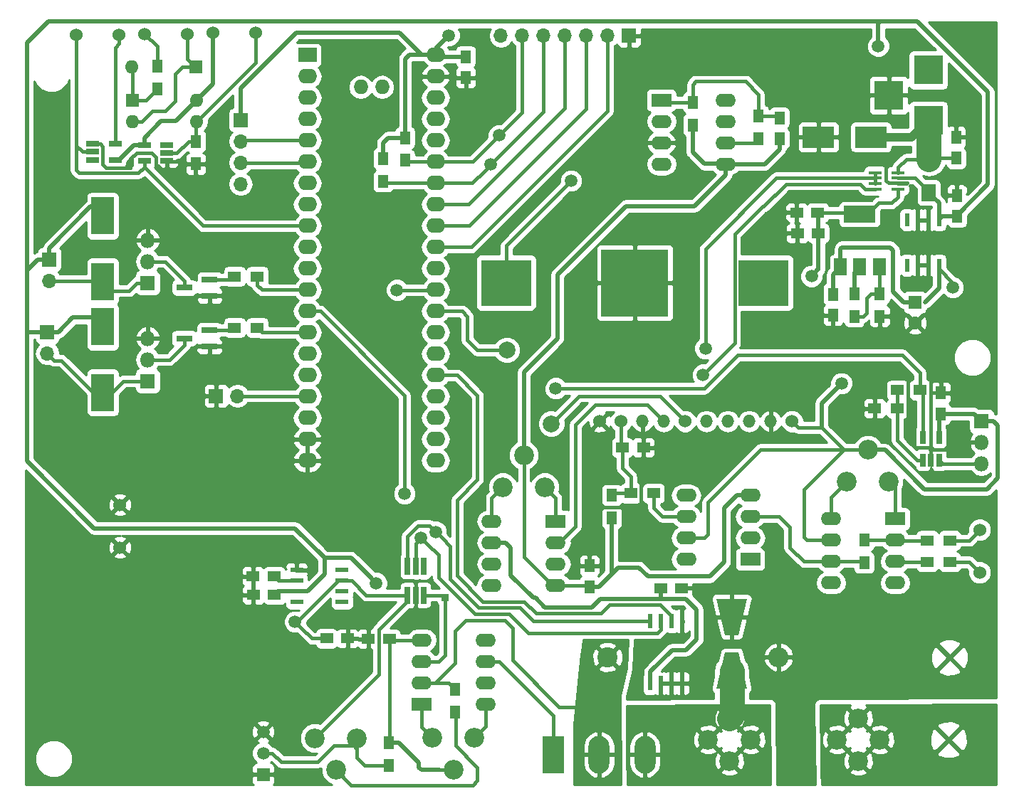
<source format=gbr>
G04 #@! TF.FileFunction,Copper,L2,Bot,Signal*
%FSLAX46Y46*%
G04 Gerber Fmt 4.6, Leading zero omitted, Abs format (unit mm)*
G04 Created by KiCad (PCBNEW 4.0.7) date 04/02/18 14:51:31*
%MOMM*%
%LPD*%
G01*
G04 APERTURE LIST*
%ADD10C,0.100000*%
%ADD11C,1.524000*%
%ADD12R,1.560000X0.650000*%
%ADD13R,3.750000X2.500000*%
%ADD14R,1.250000X1.500000*%
%ADD15R,1.500000X1.250000*%
%ADD16R,1.600000X1.600000*%
%ADD17C,1.600000*%
%ADD18O,1.600000X1.600000*%
%ADD19C,2.350000*%
%ADD20R,3.500000X3.500000*%
%ADD21R,1.700000X2.000000*%
%ADD22R,1.300000X1.500000*%
%ADD23R,1.500000X1.300000*%
%ADD24C,2.400000*%
%ADD25O,2.400000X2.400000*%
%ADD26C,2.340000*%
%ADD27R,0.850000X0.850000*%
%ADD28R,1.560000X0.400000*%
%ADD29R,0.600000X1.550000*%
%ADD30R,3.800000X2.000000*%
%ADD31R,1.500000X2.000000*%
%ADD32R,2.250000X1.727200*%
%ADD33O,2.250000X1.727200*%
%ADD34O,1.727200X1.727200*%
%ADD35R,1.550000X0.600000*%
%ADD36R,0.550000X1.750000*%
%ADD37R,2.400000X1.600000*%
%ADD38O,2.400000X1.600000*%
%ADD39R,1.800000X1.800000*%
%ADD40O,1.800000X1.800000*%
%ADD41O,1.524000X1.524000*%
%ADD42C,1.520000*%
%ADD43R,1.520000X1.520000*%
%ADD44R,0.650000X2.000000*%
%ADD45R,2.500000X4.500000*%
%ADD46O,2.500000X4.500000*%
%ADD47R,1.700000X1.700000*%
%ADD48O,1.700000X1.700000*%
%ADD49R,6.000000X5.500000*%
%ADD50R,8.000000X8.000000*%
%ADD51R,0.650000X1.560000*%
%ADD52R,2.700000X4.500000*%
%ADD53R,1.900000X0.800000*%
%ADD54C,1.500000*%
%ADD55C,2.000000*%
%ADD56C,0.400000*%
%ADD57C,0.500000*%
%ADD58C,1.000000*%
%ADD59C,3.000000*%
%ADD60C,0.254000*%
G04 APERTURE END LIST*
D10*
D11*
X6768000Y89979000D03*
X11848000Y89979000D03*
D12*
X8657000Y75095000D03*
X8657000Y76045000D03*
X8657000Y76995000D03*
X11357000Y76995000D03*
X11357000Y75095000D03*
D13*
X101232000Y77795000D03*
X94982000Y77795000D03*
D14*
X111357000Y75295000D03*
X111357000Y77795000D03*
X111457000Y68345000D03*
X111457000Y70845000D03*
D15*
X30257000Y25520000D03*
X27757000Y25520000D03*
D14*
X96732000Y59095000D03*
X96732000Y56595000D03*
D15*
X94982000Y66345000D03*
X92482000Y66345000D03*
X30307000Y23320000D03*
X27807000Y23320000D03*
X76220000Y24130000D03*
X78720000Y24130000D03*
D14*
X53057000Y87370000D03*
X53057000Y84870000D03*
X90357000Y80095000D03*
X90357000Y77595000D03*
X109532000Y44845000D03*
X109532000Y47345000D03*
D15*
X71682000Y40845000D03*
X74182000Y40845000D03*
X41486000Y18064000D03*
X43986000Y18064000D03*
X94907000Y68820000D03*
X92407000Y68820000D03*
D14*
X67757000Y26795000D03*
X67757000Y24295000D03*
D16*
X106457000Y58145000D03*
D17*
X106457000Y55645000D03*
D16*
X20936000Y86114000D03*
D18*
X13316000Y86114000D03*
D19*
X86936000Y6064000D03*
X81856000Y6064000D03*
X97176000Y6064000D03*
X102256000Y6064000D03*
X84396000Y3524000D03*
X84396000Y8604000D03*
X99716000Y3524000D03*
X99716000Y8604000D03*
D20*
X108057000Y79770000D03*
X108057000Y85770000D03*
X103357000Y82770000D03*
D11*
X28071000Y90236000D03*
X22991000Y90236000D03*
D21*
X108107000Y71170000D03*
X108107000Y75170000D03*
D22*
X87882000Y80270000D03*
X87882000Y77570000D03*
X80057000Y81920000D03*
X80057000Y79220000D03*
X70407000Y35170000D03*
X70407000Y32470000D03*
D23*
X104382000Y47670000D03*
X107082000Y47670000D03*
X101657000Y45495000D03*
X104357000Y45495000D03*
D22*
X20957000Y77295000D03*
X20957000Y74595000D03*
X16382000Y83545000D03*
X16382000Y86245000D03*
D24*
X69916000Y15889000D03*
D25*
X90236000Y15889000D03*
D23*
X72682000Y35395000D03*
X75382000Y35395000D03*
D22*
X100432000Y29845000D03*
X100432000Y27145000D03*
X102282000Y56470000D03*
X102282000Y59170000D03*
X99257000Y56470000D03*
X99257000Y59170000D03*
D23*
X110632000Y29795000D03*
X107932000Y29795000D03*
X110632000Y27220000D03*
X107932000Y27220000D03*
D22*
X43942000Y5714000D03*
X43942000Y3014000D03*
X51811000Y12089000D03*
X51811000Y9389000D03*
D26*
X103357000Y36770000D03*
X100857000Y40570000D03*
X98357000Y36770000D03*
X57457000Y36145000D03*
X59957000Y39945000D03*
X62457000Y36145000D03*
X54111000Y6314000D03*
X51611000Y2514000D03*
X49111000Y6314000D03*
X35136000Y6264000D03*
X37636000Y2464000D03*
X40136000Y6264000D03*
D27*
X50611000Y22989000D03*
D28*
X104432000Y73575000D03*
X104432000Y72925000D03*
X104432000Y72265000D03*
X104432000Y71615000D03*
X101732000Y71615000D03*
X101732000Y72265000D03*
X101732000Y72925000D03*
X101732000Y73575000D03*
D29*
X109327000Y62545000D03*
X108057000Y62545000D03*
X106787000Y62545000D03*
X105517000Y62545000D03*
X105517000Y67945000D03*
X106787000Y67945000D03*
X108057000Y67945000D03*
X109327000Y67945000D03*
D30*
X99907000Y68620000D03*
D31*
X99907000Y62320000D03*
X97607000Y62320000D03*
X102207000Y62320000D03*
D32*
X34217000Y87550000D03*
D33*
X34217000Y85010000D03*
X34217000Y82470000D03*
X34217000Y79930000D03*
X34217000Y77390000D03*
X34217000Y74850000D03*
X34217000Y72310000D03*
X34217000Y69770000D03*
X34217000Y67230000D03*
X34217000Y64690000D03*
X34217000Y62150000D03*
X34217000Y59610000D03*
X34217000Y57070000D03*
X34217000Y54530000D03*
X34217000Y51990000D03*
X34217000Y49450000D03*
X34217000Y46910000D03*
X34217000Y44370000D03*
X34217000Y41830000D03*
X34217000Y39290000D03*
X49457000Y39290000D03*
X49457000Y41830000D03*
X49457000Y44370000D03*
X49457000Y46910000D03*
X49457000Y49450000D03*
X49457000Y51990000D03*
X49457000Y54530000D03*
X49457000Y57070000D03*
X49457000Y59610000D03*
X49457000Y62150000D03*
X49457000Y64690000D03*
X49457000Y67230000D03*
X49457000Y69770000D03*
X49457000Y72310000D03*
X49457000Y74850000D03*
X49457000Y77390000D03*
X49457000Y79930000D03*
X49457000Y82470000D03*
X49457000Y85010000D03*
X49457000Y87600800D03*
D34*
X43117000Y83740000D03*
X40577000Y83740000D03*
D35*
X32957000Y22450000D03*
X32957000Y23720000D03*
X32957000Y24990000D03*
X32957000Y26260000D03*
X38357000Y26260000D03*
X38357000Y24990000D03*
X38357000Y23720000D03*
X38357000Y22450000D03*
D36*
X74981000Y20189000D03*
X76251000Y20189000D03*
X77521000Y20189000D03*
X78791000Y20189000D03*
X78791000Y12789000D03*
X77521000Y12789000D03*
X76251000Y12789000D03*
X74981000Y12789000D03*
D37*
X76312000Y82185000D03*
D38*
X83932000Y74565000D03*
X76312000Y79645000D03*
X83932000Y77105000D03*
X76312000Y77105000D03*
X83932000Y79645000D03*
X76312000Y74565000D03*
X83932000Y82185000D03*
D39*
X114382000Y43995000D03*
D40*
X114382000Y41455000D03*
X114382000Y38915000D03*
D11*
X91842000Y43975000D03*
D41*
X89302000Y43975000D03*
X86762000Y43975000D03*
X84222000Y43975000D03*
X81682000Y43975000D03*
X76602000Y43975000D03*
X74062000Y43975000D03*
D11*
X71522000Y43975000D03*
X68982000Y43975000D03*
X79142000Y43975000D03*
D16*
X13436000Y82179000D03*
D18*
X21056000Y79639000D03*
X13436000Y79639000D03*
X21056000Y82179000D03*
D42*
X28986000Y4464000D03*
X28986000Y7004000D03*
D43*
X28986000Y1924000D03*
D44*
X48036000Y23279000D03*
X47086000Y23279000D03*
X46136000Y23279000D03*
X46136000Y26699000D03*
X47086000Y26699000D03*
X48036000Y26699000D03*
D45*
X63461000Y4289000D03*
D46*
X68911000Y4289000D03*
X74361000Y4289000D03*
D15*
X36507000Y18120000D03*
X39007000Y18120000D03*
D47*
X3556000Y63246000D03*
D48*
X3556000Y60706000D03*
D47*
X26282000Y79820000D03*
D48*
X26282000Y77280000D03*
X26282000Y74740000D03*
X26282000Y72200000D03*
D47*
X3302000Y54610000D03*
D48*
X3302000Y52070000D03*
D47*
X23368000Y46990000D03*
D48*
X25908000Y46990000D03*
D11*
X14882000Y90070000D03*
X19962000Y90070000D03*
D22*
X45832000Y77720000D03*
X45832000Y75020000D03*
X43232000Y75220000D03*
X43232000Y72520000D03*
D47*
X72467000Y89870000D03*
D48*
X69927000Y89870000D03*
X67387000Y89870000D03*
X64847000Y89870000D03*
X62307000Y89870000D03*
X59767000Y89870000D03*
X57227000Y89870000D03*
D49*
X57852000Y60452000D03*
X88452000Y60452000D03*
D50*
X73152000Y60452000D03*
D37*
X86882000Y27530000D03*
D38*
X79262000Y35150000D03*
X86882000Y30070000D03*
X79262000Y32610000D03*
X86882000Y32610000D03*
X79262000Y30070000D03*
X86882000Y35150000D03*
X79262000Y27530000D03*
D37*
X47816000Y10314000D03*
D38*
X55436000Y17934000D03*
X47816000Y12854000D03*
X55436000Y15394000D03*
X47816000Y15394000D03*
X55436000Y12854000D03*
X47816000Y17934000D03*
X55436000Y10314000D03*
D37*
X63757000Y32075000D03*
D38*
X56137000Y24455000D03*
X63757000Y29535000D03*
X56137000Y26995000D03*
X63757000Y26995000D03*
X56137000Y29535000D03*
X63757000Y24455000D03*
X56137000Y32075000D03*
D37*
X104127000Y32345000D03*
D38*
X96507000Y24725000D03*
X104127000Y29805000D03*
X96507000Y27265000D03*
X104127000Y27265000D03*
X96507000Y29805000D03*
X104127000Y24725000D03*
X96507000Y32345000D03*
D10*
G36*
X86486000Y12139000D02*
X82886000Y12139000D01*
X83886000Y16439000D01*
X85486000Y16439000D01*
X86486000Y12139000D01*
X86486000Y12139000D01*
G37*
G36*
X82886000Y22839000D02*
X86486000Y22839000D01*
X85486000Y18539000D01*
X83886000Y18539000D01*
X82886000Y22839000D01*
X82886000Y22839000D01*
G37*
D11*
X114166000Y31059000D03*
X114166000Y25979000D03*
D12*
X17532000Y76870000D03*
X17532000Y75920000D03*
X17532000Y74970000D03*
X14832000Y74970000D03*
X14832000Y76870000D03*
D51*
X109332000Y39370000D03*
X108382000Y39370000D03*
X107432000Y39370000D03*
X107432000Y42070000D03*
X109332000Y42070000D03*
D52*
X9906000Y68416000D03*
X9906000Y60616000D03*
X9906000Y55208000D03*
X9906000Y47408000D03*
D53*
X22606000Y60828000D03*
X22606000Y58928000D03*
X19606000Y59878000D03*
X22582000Y54798000D03*
X22582000Y52898000D03*
X19582000Y53848000D03*
D39*
X15240000Y60452000D03*
D40*
X15240000Y62992000D03*
X15240000Y65532000D03*
D39*
X15240000Y48768000D03*
D40*
X15240000Y51308000D03*
X15240000Y53848000D03*
D23*
X25574000Y61214000D03*
X28274000Y61214000D03*
X25574000Y55118000D03*
X28274000Y55118000D03*
D11*
X11938000Y28956000D03*
X11938000Y34036000D03*
D54*
X65593403Y72596809D03*
X102108000Y88646000D03*
X42422925Y24697433D03*
X32768405Y20097923D03*
X110969544Y59895000D03*
X97726888Y48476832D03*
X51054000Y89916000D03*
X94165754Y61229387D03*
X81553958Y52648506D03*
X49504382Y30817595D03*
X56997410Y77982393D03*
X81280000Y49530000D03*
X47761291Y30114194D03*
X56050857Y74554338D03*
X63754000Y47897282D03*
X45783521Y35368138D03*
X44882000Y59595000D03*
D55*
X57933712Y52449854D03*
X63246000Y43688000D03*
D56*
X34217000Y64690000D02*
X34478400Y64690000D01*
X34217000Y72310000D02*
X34478400Y72310000D01*
X64843404Y71846810D02*
X65593403Y72596809D01*
X57852000Y64855406D02*
X64843404Y71846810D01*
X57852000Y60452000D02*
X57852000Y64855406D01*
X108382000Y47220000D02*
X108382000Y49454000D01*
X105664000Y41656000D02*
X105664000Y49022000D01*
X106460001Y40859999D02*
X105664000Y41656000D01*
X108382000Y40550000D02*
X108072001Y40859999D01*
X108072001Y40859999D02*
X106460001Y40859999D01*
X108382000Y39370000D02*
X108382000Y47220000D01*
X108382000Y47220000D02*
X108507000Y47345000D01*
X108507000Y47345000D02*
X109532000Y47345000D01*
X113109208Y41455000D02*
X112802208Y41148000D01*
X112802208Y41148000D02*
X112234209Y40580001D01*
X108445792Y40613792D02*
X112268000Y40613792D01*
X112268000Y40613792D02*
X112802208Y41148000D01*
X108382000Y39370000D02*
X108382000Y40550000D01*
X108382000Y40550000D02*
X108445792Y40613792D01*
X73914000Y34036000D02*
X73914000Y37338000D01*
X72898000Y33020000D02*
X73914000Y34036000D01*
X72774002Y33020000D02*
X72898000Y33020000D01*
X72074001Y33720001D02*
X72774002Y33020000D01*
X68580000Y32943002D02*
X69356999Y33720001D01*
X69356999Y33720001D02*
X72074001Y33720001D01*
X67757000Y26795000D02*
X67757000Y32120002D01*
X67757000Y32120002D02*
X68580000Y32943002D01*
X78791000Y12789000D02*
X77521000Y12789000D01*
X8657000Y76995000D02*
X9586002Y76995000D01*
X13208000Y75225002D02*
X13928998Y75946000D01*
X9586002Y76995000D02*
X9906000Y76675002D01*
X9906000Y76675002D02*
X9906000Y74540998D01*
X15735002Y75946000D02*
X16256000Y75425002D01*
X9906000Y74540998D02*
X10278998Y74168000D01*
X16510000Y74422000D02*
X17526000Y73406000D01*
X10278998Y74168000D02*
X13208000Y74168000D01*
X13208000Y74168000D02*
X13208000Y75225002D01*
X17532000Y73412000D02*
X17532000Y74970000D01*
X13928998Y75946000D02*
X15735002Y75946000D01*
X16256000Y75425002D02*
X16256000Y74422000D01*
X16256000Y74422000D02*
X16510000Y74422000D01*
X17526000Y73406000D02*
X17532000Y73412000D01*
X47086000Y23279000D02*
X47086000Y24679000D01*
X50928328Y35119978D02*
X53425927Y37617577D01*
X53425927Y37617577D02*
X53425927Y43462811D01*
X47086000Y24679000D02*
X46776000Y24989000D01*
X46776000Y24989000D02*
X44811000Y24989000D01*
X48985669Y35119978D02*
X50928328Y35119978D01*
X44811000Y24989000D02*
X44811000Y30945309D01*
X44811000Y30945309D02*
X48985669Y35119978D01*
X114382000Y41455000D02*
X113109208Y41455000D01*
X104432000Y72265000D02*
X105472002Y72265000D01*
X103332008Y72324990D02*
X103035968Y72621030D01*
X105472002Y72265000D02*
X105531992Y72324990D01*
X105531992Y72324990D02*
X103332008Y72324990D01*
X103035968Y72621030D02*
X103035968Y74150527D01*
X104432000Y81695000D02*
X103357000Y82770000D01*
X103035968Y74150527D02*
X104432000Y75546559D01*
X47036000Y21829000D02*
X47036000Y19989000D01*
X47086000Y23279000D02*
X47086000Y21879000D01*
X47086000Y21879000D02*
X47036000Y21829000D01*
X77521000Y12789000D02*
X76251000Y12789000D01*
D57*
X37846000Y27731266D02*
X39389092Y27731266D01*
X36276734Y27731266D02*
X32766000Y31242000D01*
X37443266Y27731266D02*
X37846000Y27731266D01*
X37846000Y27731266D02*
X36276734Y27731266D01*
X32957000Y23720000D02*
X34232000Y23720000D01*
X34232000Y23720000D02*
X36276734Y25764734D01*
X36276734Y25764734D02*
X36276734Y27731266D01*
X32957000Y23720000D02*
X33806082Y23720000D01*
X106769001Y91548001D02*
X102362000Y91548001D01*
X102362000Y91548001D02*
X3410001Y91548001D01*
X102108000Y88646000D02*
X102108000Y91294001D01*
X102108000Y91294001D02*
X102362000Y91548001D01*
X41672926Y25447432D02*
X42422925Y24697433D01*
X39389092Y27731266D02*
X41672926Y25447432D01*
X885999Y39246001D02*
X885999Y54610000D01*
X885999Y54610000D02*
X885999Y61976000D01*
X3302000Y54610000D02*
X1952000Y54610000D01*
X1952000Y54610000D02*
X885999Y54610000D01*
X3556000Y63246000D02*
X3556000Y64596000D01*
X3556000Y64596000D02*
X8476000Y69516000D01*
X8476000Y69516000D02*
X9906000Y69516000D01*
X3556000Y63246000D02*
X2206000Y63246000D01*
X2206000Y63246000D02*
X936000Y61976000D01*
X936000Y61976000D02*
X885999Y61976000D01*
X3302000Y54610000D02*
X4652000Y54610000D01*
X4652000Y54610000D02*
X6350000Y56308000D01*
X6350000Y56308000D02*
X9906000Y56308000D01*
X885999Y89023999D02*
X885999Y61976000D01*
X885999Y61976000D02*
X885999Y61518001D01*
X8890000Y31242000D02*
X885999Y39246001D01*
X32766000Y31242000D02*
X8890000Y31242000D01*
X111457000Y68345000D02*
X111457000Y68470000D01*
X111457000Y68470000D02*
X115151765Y72164765D01*
X115151765Y72164765D02*
X115151765Y83165237D01*
X115151765Y83165237D02*
X106769001Y91548001D01*
X3410001Y91548001D02*
X885999Y89023999D01*
X885999Y61518001D02*
X936000Y61468000D01*
D56*
X37443266Y27731266D02*
X36276734Y27731266D01*
D57*
X32957000Y23720000D02*
X30707000Y23720000D01*
X30707000Y23720000D02*
X30307000Y23320000D01*
X109327000Y67945000D02*
X109327000Y69950000D01*
X109327000Y69950000D02*
X108107000Y71170000D01*
X111457000Y68345000D02*
X109727000Y68345000D01*
X109727000Y68345000D02*
X109327000Y67945000D01*
D56*
X108107000Y71170000D02*
X108107000Y71320000D01*
X108107000Y71320000D02*
X106502000Y72925000D01*
X106502000Y72925000D02*
X105612000Y72925000D01*
X105612000Y72925000D02*
X104432000Y72925000D01*
X37882000Y24990000D02*
X32989923Y20097923D01*
X38357000Y24990000D02*
X37882000Y24990000D01*
X36507000Y18120000D02*
X34746328Y18120000D01*
X32989923Y20097923D02*
X32768405Y20097923D01*
X34746328Y18120000D02*
X33518404Y19347924D01*
X33518404Y19347924D02*
X32768405Y20097923D01*
X35136000Y6264000D02*
X42706458Y13834458D01*
X42706458Y13834458D02*
X42706458Y19174458D01*
X42706458Y19174458D02*
X46136000Y22604000D01*
X46136000Y22604000D02*
X46136000Y23279000D01*
X38357000Y24990000D02*
X39532000Y24990000D01*
X39532000Y24990000D02*
X41243000Y23279000D01*
X41243000Y23279000D02*
X45411000Y23279000D01*
X45411000Y23279000D02*
X46136000Y23279000D01*
X110969544Y60427456D02*
X110969544Y59895000D01*
X109327000Y62070000D02*
X110969544Y60427456D01*
X109327000Y62545000D02*
X109327000Y62070000D01*
D57*
X69088000Y22860000D02*
X76454000Y22860000D01*
X76454000Y22860000D02*
X79248000Y22860000D01*
X76220000Y23005000D02*
X76365000Y22860000D01*
X76220000Y24130000D02*
X76220000Y23005000D01*
X76365000Y22860000D02*
X76454000Y22860000D01*
X80518000Y18034000D02*
X80518000Y21590000D01*
X80518000Y21590000D02*
X79248000Y22860000D01*
X79248000Y16764000D02*
X80518000Y18034000D01*
X77581000Y16764000D02*
X79248000Y16764000D01*
X74981000Y12789000D02*
X74981000Y14164000D01*
X74981000Y14164000D02*
X77581000Y16764000D01*
X68072000Y21844000D02*
X69088000Y22860000D01*
X62484000Y21844000D02*
X68072000Y21844000D01*
X61333001Y22994999D02*
X62484000Y21844000D01*
X58420000Y25654000D02*
X61079001Y22994999D01*
X61079001Y22994999D02*
X61333001Y22994999D01*
X58420000Y28952000D02*
X58420000Y25654000D01*
X56137000Y29535000D02*
X57837000Y29535000D01*
X57837000Y29535000D02*
X58420000Y28952000D01*
X95373601Y43213001D02*
X95373601Y46123545D01*
X96976889Y47726833D02*
X97726888Y48476832D01*
X95373601Y46123545D02*
X96976889Y47726833D01*
X116332000Y43445000D02*
X115782000Y43995000D01*
X116332000Y37220000D02*
X116332000Y43445000D01*
X115782000Y43995000D02*
X114382000Y43995000D01*
X115007000Y35895000D02*
X116332000Y37220000D01*
X102925079Y40570000D02*
X107600079Y35895000D01*
X107600079Y35895000D02*
X115007000Y35895000D01*
X100857000Y40570000D02*
X102925079Y40570000D01*
X109532000Y44845000D02*
X113532000Y44845000D01*
X113532000Y44845000D02*
X114382000Y43995000D01*
X109332000Y42070000D02*
X109332000Y44645000D01*
X109332000Y44645000D02*
X109532000Y44845000D01*
X96732000Y59095000D02*
X96732000Y61445000D01*
X96732000Y61445000D02*
X97607000Y62320000D01*
X97782000Y64670000D02*
X97607000Y64495000D01*
X97607000Y64495000D02*
X97607000Y62320000D01*
X103482000Y64670000D02*
X97782000Y64670000D01*
X103882000Y64270000D02*
X103482000Y64670000D01*
X103882000Y59420000D02*
X103882000Y64270000D01*
X106457000Y58145000D02*
X105157000Y58145000D01*
X105157000Y58145000D02*
X103882000Y59420000D01*
D56*
X79262000Y30070000D02*
X81375473Y30070000D01*
X81375473Y30070000D02*
X81829127Y30523654D01*
X81829127Y30523654D02*
X81829127Y34307127D01*
X81829127Y34307127D02*
X88126831Y40604831D01*
X88126831Y40604831D02*
X97981771Y40604831D01*
D57*
X109327000Y62545000D02*
X109327000Y59790000D01*
X109327000Y59790000D02*
X107682000Y58145000D01*
D56*
X109327000Y62545000D02*
X109327000Y61370000D01*
X91842000Y43975000D02*
X92603999Y43213001D01*
X92603999Y43213001D02*
X95373601Y43213001D01*
X95373601Y43213001D02*
X97981771Y40604831D01*
X100857000Y40570000D02*
X100822169Y40604831D01*
X93236000Y35859060D02*
X93236000Y30164000D01*
X100822169Y40604831D02*
X97981771Y40604831D01*
X97981771Y40604831D02*
X93236000Y35859060D01*
X93236000Y30164000D02*
X93595000Y29805000D01*
X93595000Y29805000D02*
X96507000Y29805000D01*
X91882000Y44015000D02*
X91842000Y43975000D01*
D58*
X101232000Y77795000D02*
X106082000Y77795000D01*
X106082000Y77795000D02*
X108057000Y79770000D01*
D56*
X111357000Y75295000D02*
X108232000Y75295000D01*
X108232000Y75295000D02*
X108107000Y75170000D01*
D59*
X108107000Y75170000D02*
X108107000Y79720000D01*
X108107000Y79720000D02*
X108057000Y79770000D01*
D56*
X108107000Y75170000D02*
X105427000Y75170000D01*
X105427000Y75170000D02*
X104432000Y74175000D01*
X104432000Y74175000D02*
X104432000Y73575000D01*
X32957000Y24990000D02*
X30787000Y24990000D01*
X30787000Y24990000D02*
X30257000Y25520000D01*
D57*
X13587000Y76870000D02*
X14832000Y76870000D01*
X11812000Y75095000D02*
X13587000Y76870000D01*
X11357000Y75095000D02*
X11812000Y75095000D01*
X49457000Y87600800D02*
X49457000Y88319000D01*
X49457000Y88319000D02*
X51054000Y89916000D01*
X94915753Y61979386D02*
X94165754Y61229387D01*
X94982000Y62045633D02*
X94915753Y61979386D01*
X94982000Y66345000D02*
X94982000Y62045633D01*
X26282000Y79820000D02*
X26282000Y83619734D01*
X26282000Y83619734D02*
X32904183Y90241917D01*
X32904183Y90241917D02*
X45190883Y90241917D01*
X45190883Y90241917D02*
X47832000Y87600800D01*
X47832000Y87600800D02*
X49457000Y87600800D01*
X53057000Y87370000D02*
X49687800Y87370000D01*
X49687800Y87370000D02*
X49457000Y87600800D01*
X45857000Y87120000D02*
X46337800Y87600800D01*
X46337800Y87600800D02*
X49457000Y87600800D01*
X45857000Y78995000D02*
X45857000Y87120000D01*
X45832000Y77720000D02*
X45832000Y78970000D01*
X45832000Y78970000D02*
X45857000Y78995000D01*
X45832000Y77720000D02*
X43832000Y77720000D01*
X43832000Y77720000D02*
X43232000Y77120000D01*
X43232000Y77120000D02*
X43232000Y75220000D01*
X14832000Y76870000D02*
X14832000Y77695000D01*
X14832000Y77695000D02*
X16857000Y79720000D01*
X16857000Y79720000D02*
X18597000Y79720000D01*
X18597000Y79720000D02*
X21056000Y82179000D01*
X21056000Y82179000D02*
X22991000Y84114000D01*
X22991000Y84114000D02*
X22991000Y90236000D01*
X94982000Y66345000D02*
X94982000Y68745000D01*
X94982000Y68745000D02*
X94907000Y68820000D01*
X99257000Y59170000D02*
X99257000Y61670000D01*
X99257000Y61670000D02*
X99907000Y62320000D01*
D56*
X95057000Y68795000D02*
X99732000Y68795000D01*
X99732000Y68795000D02*
X99907000Y68620000D01*
X103711000Y69939000D02*
X104432000Y70660000D01*
X104432000Y70660000D02*
X104432000Y71615000D01*
X102126000Y69939000D02*
X103711000Y69939000D01*
X99907000Y68620000D02*
X100807000Y68620000D01*
X100807000Y68620000D02*
X102126000Y69939000D01*
X87882000Y80270000D02*
X90182000Y80270000D01*
X90182000Y80270000D02*
X90357000Y80095000D01*
X80407000Y84420000D02*
X80057000Y84070000D01*
X80057000Y84070000D02*
X80057000Y81920000D01*
X86307000Y84420000D02*
X80407000Y84420000D01*
X87857000Y82870000D02*
X86307000Y84420000D01*
X87857000Y80395000D02*
X87857000Y82870000D01*
X87882000Y80270000D02*
X87882000Y80370000D01*
X87882000Y80370000D02*
X87857000Y80395000D01*
X80057000Y81920000D02*
X76577000Y81920000D01*
X76577000Y81920000D02*
X76312000Y82185000D01*
D57*
X59957000Y39945000D02*
X59957000Y49808712D01*
X59957000Y49808712D02*
X63955674Y53807386D01*
X63955674Y53807386D02*
X63955674Y61415674D01*
X63955674Y61415674D02*
X72131912Y69591912D01*
X72131912Y69591912D02*
X80258912Y69591912D01*
X80258912Y69591912D02*
X83932000Y73265000D01*
X83932000Y73265000D02*
X83932000Y74565000D01*
X47778000Y2514000D02*
X47498000Y2794000D01*
X43942000Y5714000D02*
X45092000Y5714000D01*
X45092000Y5714000D02*
X47498000Y3308000D01*
X47498000Y3308000D02*
X47498000Y2794000D01*
X49956371Y2514000D02*
X47778000Y2514000D01*
D56*
X44111000Y5714000D02*
X44111000Y5683637D01*
X44111000Y5683637D02*
X44051383Y5624020D01*
X44051383Y5624020D02*
X43986000Y5689403D01*
X43986000Y5689403D02*
X43986000Y9039000D01*
D57*
X73657000Y26545000D02*
X71132000Y26545000D01*
X71132000Y26545000D02*
X70407000Y25820000D01*
X67757000Y24295000D02*
X68882000Y24295000D01*
X68882000Y24295000D02*
X70407000Y25820000D01*
X70407000Y25820000D02*
X70407000Y31220000D01*
X70407000Y31220000D02*
X70407000Y32470000D01*
X85281903Y35150000D02*
X83757000Y33625097D01*
X83757000Y33625097D02*
X83757000Y27195000D01*
X86882000Y35150000D02*
X85281903Y35150000D01*
X83757000Y27195000D02*
X82057000Y25495000D01*
X74707000Y25495000D02*
X73657000Y26545000D01*
X82057000Y25495000D02*
X74707000Y25495000D01*
X90357000Y77595000D02*
X90357000Y76345000D01*
X90357000Y76345000D02*
X88577000Y74565000D01*
X88577000Y74565000D02*
X85632000Y74565000D01*
X85632000Y74565000D02*
X83932000Y74565000D01*
X83932000Y74565000D02*
X83992760Y74565000D01*
X83992760Y74565000D02*
X84009277Y74581517D01*
X81432000Y74620000D02*
X80057000Y75995000D01*
X84009277Y74581517D02*
X83970794Y74620000D01*
X83970794Y74620000D02*
X81432000Y74620000D01*
X80057000Y75995000D02*
X80057000Y79220000D01*
D56*
X63757000Y24455000D02*
X67597000Y24455000D01*
X67597000Y24455000D02*
X67757000Y24295000D01*
X63757000Y24455000D02*
X63357000Y24455000D01*
X63357000Y24455000D02*
X59957000Y27855000D01*
X59957000Y27855000D02*
X59957000Y38290371D01*
X59957000Y38290371D02*
X59957000Y39945000D01*
X43986000Y8484371D02*
X43986000Y9039000D01*
X43986000Y9039000D02*
X43986000Y17039000D01*
X47816000Y17934000D02*
X44116000Y17934000D01*
X44116000Y17934000D02*
X43986000Y18064000D01*
X51611000Y2514000D02*
X49956371Y2514000D01*
X43986000Y17039000D02*
X43986000Y18064000D01*
X72682000Y37370000D02*
X71682000Y38370000D01*
X71682000Y38370000D02*
X71682000Y40845000D01*
X72682000Y35395000D02*
X72682000Y37370000D01*
X71350923Y41070000D02*
X71522000Y41241077D01*
X71522000Y41241077D02*
X71522000Y43975000D01*
X72682000Y35395000D02*
X70457000Y35395000D01*
X70457000Y35395000D02*
X70407000Y35345000D01*
X63036000Y3864000D02*
X63461000Y4289000D01*
X55436000Y15394000D02*
X57036000Y15394000D01*
X57036000Y15394000D02*
X63461000Y8969000D01*
X63461000Y8969000D02*
X63461000Y6939000D01*
X63461000Y6939000D02*
X63461000Y4289000D01*
X63461000Y5289000D02*
X63461000Y4289000D01*
X76602000Y43975000D02*
X74638000Y45939000D01*
X68480847Y45939000D02*
X66111000Y43569153D01*
X74638000Y45939000D02*
X68480847Y45939000D01*
X64157000Y29535000D02*
X63757000Y29535000D01*
X66111000Y31489000D02*
X64157000Y29535000D01*
X66111000Y43569153D02*
X66111000Y31489000D01*
X76532000Y44045000D02*
X76602000Y43975000D01*
X19962000Y90070000D02*
X19962000Y87088000D01*
X19962000Y87088000D02*
X20936000Y86114000D01*
X18507000Y85295000D02*
X19326000Y86114000D01*
X19326000Y86114000D02*
X20936000Y86114000D01*
X18507000Y82045000D02*
X18507000Y85295000D01*
X17332000Y80870000D02*
X18507000Y82045000D01*
X15798370Y80870000D02*
X17332000Y80870000D01*
X13436000Y79639000D02*
X14567370Y79639000D01*
X14567370Y79639000D02*
X15798370Y80870000D01*
X13436000Y82179000D02*
X15016000Y82179000D01*
X15016000Y82179000D02*
X16382000Y83545000D01*
X13436000Y82179000D02*
X13436000Y85994000D01*
X13436000Y85994000D02*
X13316000Y86114000D01*
X34217000Y77390000D02*
X26392000Y77390000D01*
X26392000Y77390000D02*
X26282000Y77280000D01*
X26282000Y74740000D02*
X34107000Y74740000D01*
X34107000Y74740000D02*
X34217000Y74850000D01*
X25908000Y46990000D02*
X34137000Y46990000D01*
X34137000Y46990000D02*
X34217000Y46910000D01*
X81553958Y53709166D02*
X81553958Y52648506D01*
X81553958Y64491958D02*
X81553958Y53709166D01*
X89987000Y72925000D02*
X81553958Y64491958D01*
X101732000Y72925000D02*
X89987000Y72925000D01*
X54600253Y21829956D02*
X51207000Y25223209D01*
X46136000Y26699000D02*
X46136000Y30287873D01*
X51207000Y29114977D02*
X50254381Y30067596D01*
X61088000Y20189000D02*
X59447044Y21829956D01*
X46136000Y30287873D02*
X47415721Y31567594D01*
X47415721Y31567594D02*
X48754383Y31567594D01*
X74981000Y20189000D02*
X61088000Y20189000D01*
X50254381Y30067596D02*
X49504382Y30817595D01*
X51207000Y25223209D02*
X51207000Y29114977D01*
X59447044Y21829956D02*
X54600253Y21829956D01*
X48754383Y31567594D02*
X49504382Y30817595D01*
X56247411Y77232394D02*
X56997410Y77982393D01*
X53865017Y74850000D02*
X56247411Y77232394D01*
X49457000Y74850000D02*
X53865017Y74850000D01*
X59767000Y89870000D02*
X59767000Y80751983D01*
X57747409Y78732392D02*
X56997410Y77982393D01*
X59767000Y80751983D02*
X57747409Y78732392D01*
X49457000Y74850000D02*
X46002000Y74850000D01*
X46002000Y74850000D02*
X45832000Y75020000D01*
X101732000Y72265000D02*
X101732000Y72925000D01*
X101732000Y73575000D02*
X101732000Y72925000D01*
X85021999Y53271999D02*
X81280000Y49530000D01*
X85021999Y66225999D02*
X85021999Y53271999D01*
X88482000Y69545000D02*
X88341000Y69545000D01*
X91157000Y72220000D02*
X88482000Y69545000D01*
X99947000Y72220000D02*
X91157000Y72220000D01*
X100552000Y71615000D02*
X99947000Y72220000D01*
X88341000Y69545000D02*
X85021999Y66225999D01*
X101732000Y71615000D02*
X100552000Y71615000D01*
X76251000Y20189000D02*
X76251000Y19204337D01*
X76251000Y19204337D02*
X75833165Y18786502D01*
X49807000Y25377168D02*
X49807000Y28068485D01*
X75833165Y18786502D02*
X60515498Y18786502D01*
X60515498Y18786502D02*
X58236029Y21065971D01*
X58236029Y21065971D02*
X54118197Y21065971D01*
X54118197Y21065971D02*
X49807000Y25377168D01*
X49807000Y28068485D02*
X48511290Y29364195D01*
X48511290Y29364195D02*
X47761291Y30114194D01*
X47086000Y29438903D02*
X47761291Y30114194D01*
X47086000Y26699000D02*
X47086000Y29438903D01*
X53806519Y72310000D02*
X55300858Y73804339D01*
X56800856Y75304337D02*
X56050857Y74554338D01*
X55300858Y73804339D02*
X56050857Y74554338D01*
X62307000Y89870000D02*
X62307000Y80810481D01*
X62307000Y80810481D02*
X56800856Y75304337D01*
X49457000Y72310000D02*
X53806519Y72310000D01*
X49457000Y72310000D02*
X43442000Y72310000D01*
X43442000Y72310000D02*
X43232000Y72520000D01*
X76251000Y20189000D02*
X76251000Y20789000D01*
X7114011Y73537989D02*
X6768000Y73884000D01*
X6768000Y73884000D02*
X6768000Y76754000D01*
X14124989Y73537989D02*
X7114011Y73537989D01*
X14832000Y74245000D02*
X14124989Y73537989D01*
X14832000Y74970000D02*
X14832000Y74245000D01*
X34217000Y67230000D02*
X21847000Y67230000D01*
X21847000Y67230000D02*
X14832000Y74245000D01*
X34217000Y67230000D02*
X34478400Y67230000D01*
X8657000Y76045000D02*
X7477000Y76045000D01*
X7477000Y76045000D02*
X6768000Y76754000D01*
X6768000Y76754000D02*
X6768000Y88901370D01*
X6768000Y88901370D02*
X6768000Y89979000D01*
X11848000Y89979000D02*
X11848000Y88901370D01*
X11848000Y88901370D02*
X11357000Y88410370D01*
X11357000Y88410370D02*
X11357000Y77720000D01*
X11357000Y76995000D02*
X11357000Y77720000D01*
X20087000Y77295000D02*
X20957000Y77295000D01*
X17532000Y75920000D02*
X18712000Y75920000D01*
X18712000Y75920000D02*
X20087000Y77295000D01*
X20957000Y77295000D02*
X20957000Y79540000D01*
X20957000Y79540000D02*
X21056000Y79639000D01*
X21056000Y79639000D02*
X28071000Y86654000D01*
X28071000Y86654000D02*
X28071000Y90236000D01*
X16382000Y86245000D02*
X16382000Y88570000D01*
X16382000Y88570000D02*
X14882000Y90070000D01*
X110632000Y29795000D02*
X112902000Y29795000D01*
X112902000Y29795000D02*
X114166000Y31059000D01*
X47816000Y12854000D02*
X51046000Y12854000D01*
X51046000Y12854000D02*
X51811000Y12089000D01*
X66911000Y9964000D02*
X68911000Y7964000D01*
X68911000Y7964000D02*
X68911000Y4289000D01*
X64186000Y9964000D02*
X66911000Y9964000D01*
X58611000Y15539000D02*
X64186000Y9964000D01*
X58611000Y19364000D02*
X58611000Y15539000D01*
X57736000Y20239000D02*
X58611000Y19364000D01*
X53036000Y20239000D02*
X57736000Y20239000D01*
X51786000Y18989000D02*
X53036000Y20239000D01*
X51786000Y15224000D02*
X51786000Y18989000D01*
X47816000Y12854000D02*
X49416000Y12854000D01*
X49416000Y12854000D02*
X51786000Y15224000D01*
X83932000Y77105000D02*
X87417000Y77105000D01*
X87417000Y77105000D02*
X87882000Y77570000D01*
X107082000Y47670000D02*
X107082000Y49752396D01*
X107082000Y49752396D02*
X104963472Y51870924D01*
X104963472Y51870924D02*
X85367328Y51870924D01*
X85367328Y51870924D02*
X81393686Y47897282D01*
X81393686Y47897282D02*
X64814660Y47897282D01*
X64814660Y47897282D02*
X63754000Y47897282D01*
X34217000Y57070000D02*
X35742000Y57070000D01*
X35742000Y57070000D02*
X45783521Y47028479D01*
X45783521Y47028479D02*
X45783521Y36428798D01*
X45783521Y36428798D02*
X45783521Y35368138D01*
X107432000Y42070000D02*
X107432000Y47320000D01*
X107432000Y47320000D02*
X107082000Y47670000D01*
X34217000Y57070000D02*
X34478400Y57070000D01*
X104382000Y47670000D02*
X104382000Y45520000D01*
X104382000Y45520000D02*
X104357000Y45495000D01*
X107432000Y39370000D02*
X106707000Y39370000D01*
X104357000Y41720000D02*
X104357000Y44445000D01*
X106707000Y39370000D02*
X104357000Y41720000D01*
X104357000Y44445000D02*
X104357000Y45495000D01*
X86882000Y32610000D02*
X90129660Y32610000D01*
X90129660Y32610000D02*
X90133376Y32613716D01*
X90133376Y32613716D02*
X90336284Y32613716D01*
X90336284Y32613716D02*
X91585398Y31364602D01*
X91585398Y31364602D02*
X91585398Y28939602D01*
X91585398Y28939602D02*
X93260000Y27265000D01*
X93260000Y27265000D02*
X96507000Y27265000D01*
X96507000Y27265000D02*
X100312000Y27265000D01*
X100312000Y27265000D02*
X100432000Y27145000D01*
X75382000Y33668000D02*
X76440000Y32610000D01*
X76440000Y32610000D02*
X79262000Y32610000D01*
X75382000Y35395000D02*
X75382000Y33668000D01*
X104127000Y29805000D02*
X100472000Y29805000D01*
X100472000Y29805000D02*
X100432000Y29845000D01*
X107932000Y29795000D02*
X104137000Y29795000D01*
X104137000Y29795000D02*
X104127000Y29805000D01*
X107932000Y27220000D02*
X104172000Y27220000D01*
X104172000Y27220000D02*
X104127000Y27265000D01*
X99257000Y56470000D02*
X100307000Y56470000D01*
X100307000Y56470000D02*
X100707000Y56870000D01*
X100707000Y56870000D02*
X100707000Y58645000D01*
X100707000Y58645000D02*
X101232000Y59170000D01*
X101232000Y59170000D02*
X102282000Y59170000D01*
X102207000Y62320000D02*
X102207000Y59245000D01*
X102207000Y59245000D02*
X102282000Y59170000D01*
X28986000Y4464000D02*
X30060802Y4464000D01*
X31110802Y3414000D02*
X35461000Y3414000D01*
X30060802Y4464000D02*
X31110802Y3414000D01*
X35461000Y3414000D02*
X37396962Y5349962D01*
X37396962Y5349962D02*
X39775038Y5349962D01*
X39775038Y5349962D02*
X40136000Y4989000D01*
X40136000Y6264000D02*
X40136000Y4989000D01*
X40136000Y4989000D02*
X40136000Y3914000D01*
X40136000Y3914000D02*
X41036000Y3014000D01*
X41036000Y3014000D02*
X44111000Y3014000D01*
X51811000Y9389000D02*
X51853749Y9346251D01*
X54430702Y1233702D02*
X53861000Y664000D01*
X51853749Y9346251D02*
X51853749Y5344756D01*
X51853749Y5344756D02*
X54430702Y2767803D01*
X54430702Y2767803D02*
X54430702Y1233702D01*
X53861000Y664000D02*
X39436000Y664000D01*
X39436000Y664000D02*
X37636000Y2464000D01*
X37861000Y2689000D02*
X37636000Y2464000D01*
X104127000Y32345000D02*
X104127000Y36000000D01*
X104127000Y36000000D02*
X103357000Y36770000D01*
X96507000Y32345000D02*
X96507000Y34920000D01*
X96507000Y34920000D02*
X98357000Y36770000D01*
X56137000Y32075000D02*
X56137000Y34825000D01*
X56137000Y34825000D02*
X57457000Y36145000D01*
X63757000Y32075000D02*
X63757000Y34845000D01*
X63757000Y34845000D02*
X62457000Y36145000D01*
X54111000Y6314000D02*
X55436000Y7639000D01*
X55436000Y7639000D02*
X55436000Y10314000D01*
X49111000Y6314000D02*
X47816000Y7609000D01*
X47816000Y7609000D02*
X47816000Y10314000D01*
X53467000Y67230000D02*
X67387000Y81150000D01*
X67387000Y81150000D02*
X67387000Y89870000D01*
X49457000Y67230000D02*
X53467000Y67230000D01*
X53707000Y64695000D02*
X69927000Y80915000D01*
X69927000Y80915000D02*
X69927000Y89870000D01*
X50987000Y64695000D02*
X53707000Y64695000D01*
X49457000Y64690000D02*
X50982000Y64690000D01*
X50982000Y64690000D02*
X50987000Y64695000D01*
X49457000Y69770000D02*
X53415656Y69770000D01*
X53415656Y69770000D02*
X64847000Y81201344D01*
X64847000Y81201344D02*
X64847000Y88667919D01*
X64847000Y88667919D02*
X64847000Y89870000D01*
X64760314Y89783314D02*
X64847000Y89870000D01*
X52032000Y34626600D02*
X54451308Y37045908D01*
X55099737Y22502263D02*
X52032000Y25570000D01*
X60024737Y22502263D02*
X55099737Y22502263D01*
X61433011Y21093989D02*
X60024737Y22502263D01*
X52036416Y49450000D02*
X50982000Y49450000D01*
X69144664Y21093989D02*
X61433011Y21093989D01*
X70160664Y22109989D02*
X69144664Y21093989D01*
X76200011Y22109989D02*
X70160664Y22109989D01*
X54451308Y37045908D02*
X54451308Y47035108D01*
X52032000Y25570000D02*
X52032000Y34626600D01*
X77521000Y20789000D02*
X76200011Y22109989D01*
X50982000Y49450000D02*
X49457000Y49450000D01*
X77521000Y20189000D02*
X77521000Y20789000D01*
X54451308Y47035108D02*
X52036416Y49450000D01*
X44882000Y59595000D02*
X49442000Y59595000D01*
X49442000Y59595000D02*
X49457000Y59610000D01*
X57933712Y52449854D02*
X54402146Y52449854D01*
X53232000Y53620000D02*
X53232000Y56459970D01*
X54402146Y52449854D02*
X53232000Y53620000D01*
X52621970Y57070000D02*
X49457000Y57070000D01*
X53232000Y56459970D02*
X52621970Y57070000D01*
X66548000Y46990000D02*
X63246000Y43688000D01*
X76127000Y46990000D02*
X66548000Y46990000D01*
X79142000Y43975000D02*
X76127000Y46990000D01*
X48036000Y23279000D02*
X50321000Y23279000D01*
X50321000Y23279000D02*
X50611000Y22989000D01*
X50611000Y22989000D02*
X50611000Y22464000D01*
X50611000Y22464000D02*
X50586000Y22439000D01*
X47816000Y15394000D02*
X49837569Y15394000D01*
X49837569Y15394000D02*
X50586000Y16142431D01*
X50586000Y16142431D02*
X50586000Y22439000D01*
X114382000Y38915000D02*
X109787000Y38915000D01*
X109787000Y38915000D02*
X109332000Y39370000D01*
D59*
X84686000Y14289000D02*
X84686000Y8894000D01*
X84686000Y8894000D02*
X84396000Y8604000D01*
D56*
X114166000Y25979000D02*
X112925000Y27220000D01*
X112925000Y27220000D02*
X110632000Y27220000D01*
X3556000Y60706000D02*
X8716000Y60706000D01*
X8716000Y60706000D02*
X9906000Y59516000D01*
X15240000Y60452000D02*
X13940000Y60452000D01*
X13940000Y60452000D02*
X13004000Y59516000D01*
X13004000Y59516000D02*
X9906000Y59516000D01*
X3302000Y52070000D02*
X4151999Y51220001D01*
X4151999Y51220001D02*
X4993999Y51220001D01*
X4993999Y51220001D02*
X9906000Y46308000D01*
X9906000Y46308000D02*
X12366000Y48768000D01*
X12366000Y48768000D02*
X15240000Y48768000D01*
X22606000Y60828000D02*
X25188000Y60828000D01*
X25188000Y60828000D02*
X25574000Y61214000D01*
X22582000Y54798000D02*
X25254000Y54798000D01*
X25254000Y54798000D02*
X25574000Y55118000D01*
X34217000Y59610000D02*
X28828000Y59610000D01*
X28828000Y59610000D02*
X28274000Y60164000D01*
X28274000Y60164000D02*
X28274000Y61214000D01*
X34217000Y54530000D02*
X28862000Y54530000D01*
X28862000Y54530000D02*
X28274000Y55118000D01*
X17292000Y62992000D02*
X15240000Y62992000D01*
X17292000Y62992000D02*
X19606000Y60678000D01*
X19606000Y60678000D02*
X19606000Y59878000D01*
X15240000Y51308000D02*
X17842000Y51308000D01*
X17842000Y51308000D02*
X19582000Y53048000D01*
X19582000Y53048000D02*
X19582000Y53848000D01*
D60*
G36*
X106974287Y35269213D02*
X106974289Y35269210D01*
X107236731Y35093853D01*
X107261404Y35077367D01*
X107600079Y35010000D01*
X115006995Y35010000D01*
X115007000Y35009999D01*
X115289484Y35066190D01*
X115345675Y35077367D01*
X115632790Y35269210D01*
X116130000Y35766420D01*
X116130000Y11044931D01*
X95082351Y10923990D01*
X94855205Y10880573D01*
X94643233Y10744173D01*
X94501029Y10536051D01*
X94451000Y10289000D01*
X94451000Y10014000D01*
X94451081Y10003859D01*
X94599522Y710000D01*
X90040270Y710000D01*
X90004277Y10053894D01*
X90004277Y10302746D01*
X89960519Y10534387D01*
X89823816Y10746164D01*
X89615490Y10888070D01*
X89368369Y10937745D01*
X86821000Y10934101D01*
X86821000Y11591761D01*
X86851825Y11604818D01*
X87030830Y11789230D01*
X87123985Y12028756D01*
X87116612Y12285654D01*
X86821000Y13556786D01*
X86821000Y14289000D01*
X86658483Y15106029D01*
X86410478Y15477195D01*
X88447805Y15477195D01*
X88680358Y14915742D01*
X89171224Y14394508D01*
X89824193Y14100797D01*
X90109000Y14217142D01*
X90109000Y15762000D01*
X90363000Y15762000D01*
X90363000Y14217142D01*
X90647807Y14100797D01*
X91041310Y14277798D01*
X109179403Y14277798D01*
X109351390Y13948640D01*
X110178346Y13621974D01*
X111067363Y13636635D01*
X111820610Y13948640D01*
X111992597Y14277798D01*
X110586000Y15684395D01*
X109179403Y14277798D01*
X91041310Y14277798D01*
X91300776Y14394508D01*
X91791642Y14915742D01*
X92024195Y15477195D01*
X91907432Y15762000D01*
X90363000Y15762000D01*
X90109000Y15762000D01*
X88564568Y15762000D01*
X88447805Y15477195D01*
X86410478Y15477195D01*
X86355129Y15560030D01*
X86182856Y16300805D01*
X88447805Y16300805D01*
X88564568Y16016000D01*
X90109000Y16016000D01*
X90109000Y17560858D01*
X90363000Y17560858D01*
X90363000Y16016000D01*
X91907432Y16016000D01*
X92012243Y16271654D01*
X108343974Y16271654D01*
X108358635Y15382637D01*
X108670640Y14629390D01*
X108999798Y14457403D01*
X110406395Y15864000D01*
X110765605Y15864000D01*
X112172202Y14457403D01*
X112501360Y14629390D01*
X112828026Y15456346D01*
X112813365Y16345363D01*
X112501360Y17098610D01*
X112172202Y17270597D01*
X110765605Y15864000D01*
X110406395Y15864000D01*
X108999798Y17270597D01*
X108670640Y17098610D01*
X108343974Y16271654D01*
X92012243Y16271654D01*
X92024195Y16300805D01*
X91791642Y16862258D01*
X91300776Y17383492D01*
X91152469Y17450202D01*
X109179403Y17450202D01*
X110586000Y16043605D01*
X111992597Y17450202D01*
X111820610Y17779360D01*
X110993654Y18106026D01*
X110104637Y18091365D01*
X109351390Y17779360D01*
X109179403Y17450202D01*
X91152469Y17450202D01*
X90647807Y17677203D01*
X90363000Y17560858D01*
X90109000Y17560858D01*
X89824193Y17677203D01*
X89171224Y17383492D01*
X88680358Y16862258D01*
X88447805Y16300805D01*
X86182856Y16300805D01*
X86116612Y16585654D01*
X85950090Y16890441D01*
X85737890Y17035431D01*
X85486000Y17086440D01*
X83886000Y17086440D01*
X83551415Y16993285D01*
X83362128Y16819443D01*
X83255388Y16585654D01*
X83016871Y15560030D01*
X82713517Y15106029D01*
X82551000Y14289000D01*
X82551000Y13556786D01*
X82255388Y12285654D01*
X82238807Y12156887D01*
X82282838Y11903683D01*
X82421910Y11687559D01*
X82551000Y11599356D01*
X82551000Y10927992D01*
X72173887Y10913146D01*
X72171620Y11190687D01*
X72953125Y14414394D01*
X72970298Y14534151D01*
X73131115Y17951502D01*
X75833165Y17951502D01*
X76152706Y18015063D01*
X76423599Y18196068D01*
X76841434Y18613903D01*
X76906204Y18710838D01*
X76936845Y18756696D01*
X76994110Y18717569D01*
X77246000Y18666560D01*
X77796000Y18666560D01*
X78031317Y18710838D01*
X78146815Y18785159D01*
X78156301Y18775673D01*
X78389690Y18679000D01*
X78505250Y18679000D01*
X78664000Y18837750D01*
X78664000Y20062000D01*
X78644000Y20062000D01*
X78644000Y20316000D01*
X78664000Y20316000D01*
X78664000Y21540250D01*
X78505250Y21699000D01*
X78389690Y21699000D01*
X78156301Y21602327D01*
X78146814Y21592839D01*
X78047890Y21660431D01*
X77796000Y21711440D01*
X77779428Y21711440D01*
X77515868Y21975000D01*
X78881420Y21975000D01*
X79157420Y21699000D01*
X79076750Y21699000D01*
X78918000Y21540250D01*
X78918000Y20316000D01*
X78938000Y20316000D01*
X78938000Y20062000D01*
X78918000Y20062000D01*
X78918000Y18837750D01*
X79076750Y18679000D01*
X79192310Y18679000D01*
X79425699Y18775673D01*
X79604327Y18954302D01*
X79633000Y19023525D01*
X79633000Y18400579D01*
X78881420Y17649000D01*
X77581005Y17649000D01*
X77581000Y17649001D01*
X77242325Y17581633D01*
X76955210Y17389790D01*
X76955208Y17389787D01*
X74355210Y14789790D01*
X74163367Y14502675D01*
X74163367Y14502674D01*
X74095999Y14164000D01*
X74096000Y14163995D01*
X74096000Y13848884D01*
X74058560Y13664000D01*
X74058560Y11914000D01*
X74102838Y11678683D01*
X74241910Y11462559D01*
X74454110Y11317569D01*
X74706000Y11266560D01*
X75256000Y11266560D01*
X75491317Y11310838D01*
X75606815Y11385159D01*
X75616301Y11375673D01*
X75849690Y11279000D01*
X75965250Y11279000D01*
X76124000Y11437750D01*
X76124000Y12662000D01*
X76378000Y12662000D01*
X76378000Y11437750D01*
X76536750Y11279000D01*
X76652310Y11279000D01*
X76885699Y11375673D01*
X76886000Y11375974D01*
X76886301Y11375673D01*
X77119690Y11279000D01*
X77235250Y11279000D01*
X77394000Y11437750D01*
X77394000Y12662000D01*
X77648000Y12662000D01*
X77648000Y11437750D01*
X77806750Y11279000D01*
X77922310Y11279000D01*
X78155699Y11375673D01*
X78156000Y11375974D01*
X78156301Y11375673D01*
X78389690Y11279000D01*
X78505250Y11279000D01*
X78664000Y11437750D01*
X78664000Y12662000D01*
X78918000Y12662000D01*
X78918000Y11437750D01*
X79076750Y11279000D01*
X79192310Y11279000D01*
X79425699Y11375673D01*
X79604327Y11554302D01*
X79701000Y11787691D01*
X79701000Y12503250D01*
X79542250Y12662000D01*
X78918000Y12662000D01*
X78664000Y12662000D01*
X77648000Y12662000D01*
X77394000Y12662000D01*
X76378000Y12662000D01*
X76124000Y12662000D01*
X76104000Y12662000D01*
X76104000Y12916000D01*
X76124000Y12916000D01*
X76124000Y12936000D01*
X76378000Y12936000D01*
X76378000Y12916000D01*
X77394000Y12916000D01*
X77394000Y14140250D01*
X77648000Y14140250D01*
X77648000Y12916000D01*
X78664000Y12916000D01*
X78664000Y14140250D01*
X78918000Y14140250D01*
X78918000Y12916000D01*
X79542250Y12916000D01*
X79701000Y13074750D01*
X79701000Y13790309D01*
X79604327Y14023698D01*
X79425699Y14202327D01*
X79192310Y14299000D01*
X79076750Y14299000D01*
X78918000Y14140250D01*
X78664000Y14140250D01*
X78505250Y14299000D01*
X78389690Y14299000D01*
X78156301Y14202327D01*
X78156000Y14202026D01*
X78155699Y14202327D01*
X77922310Y14299000D01*
X77806750Y14299000D01*
X77648000Y14140250D01*
X77394000Y14140250D01*
X77235250Y14299000D01*
X77119690Y14299000D01*
X76886301Y14202327D01*
X76886000Y14202026D01*
X76885699Y14202327D01*
X76652310Y14299000D01*
X76536750Y14299000D01*
X76378002Y14140252D01*
X76378002Y14299000D01*
X76367580Y14299000D01*
X77947579Y15879000D01*
X79247995Y15879000D01*
X79248000Y15878999D01*
X79530484Y15935190D01*
X79586675Y15946367D01*
X79873790Y16138210D01*
X81143787Y17408208D01*
X81143790Y17408210D01*
X81335633Y17695325D01*
X81383109Y17934000D01*
X81403001Y18034000D01*
X81403000Y18034005D01*
X81403000Y20562000D01*
X82750817Y20562000D01*
X83255388Y18392346D01*
X83421910Y18087559D01*
X83634110Y17942569D01*
X83886000Y17891560D01*
X84559000Y17891560D01*
X84559000Y20562000D01*
X84813000Y20562000D01*
X84813000Y17891560D01*
X85486000Y17891560D01*
X85820585Y17984715D01*
X86009872Y18158557D01*
X86116612Y18392346D01*
X86621183Y20562000D01*
X84813000Y20562000D01*
X84559000Y20562000D01*
X82750817Y20562000D01*
X81403000Y20562000D01*
X81403000Y21589995D01*
X81403001Y21590000D01*
X81335633Y21928675D01*
X81269861Y22027110D01*
X81143790Y22215790D01*
X81143787Y22215792D01*
X80410336Y22949244D01*
X82248015Y22949244D01*
X82255388Y22692346D01*
X82691748Y20816000D01*
X84559000Y20816000D01*
X84559000Y23486440D01*
X84813000Y23486440D01*
X84813000Y20816000D01*
X86680252Y20816000D01*
X87116612Y22692346D01*
X87133193Y22821113D01*
X87089162Y23074317D01*
X86950090Y23290441D01*
X86737890Y23435431D01*
X86486000Y23486440D01*
X84813000Y23486440D01*
X84559000Y23486440D01*
X82886000Y23486440D01*
X82756824Y23473423D01*
X82520175Y23373182D01*
X82341170Y23188770D01*
X82248015Y22949244D01*
X80410336Y22949244D01*
X80068649Y23290931D01*
X80105000Y23378690D01*
X80105000Y23844250D01*
X79946250Y24003000D01*
X78847000Y24003000D01*
X78847000Y23983000D01*
X78593000Y23983000D01*
X78593000Y24003000D01*
X78573000Y24003000D01*
X78573000Y24257000D01*
X78593000Y24257000D01*
X78593000Y24277000D01*
X78847000Y24277000D01*
X78847000Y24257000D01*
X79946250Y24257000D01*
X80105000Y24415750D01*
X80105000Y24610000D01*
X82056995Y24610000D01*
X82057000Y24609999D01*
X82360951Y24670460D01*
X82395675Y24677367D01*
X82682790Y24869210D01*
X82682791Y24869211D01*
X84382787Y26569208D01*
X84382790Y26569210D01*
X84574633Y26856325D01*
X84595221Y26959827D01*
X84642001Y27195000D01*
X84642000Y27195005D01*
X84642000Y33258517D01*
X85483764Y34100282D01*
X85813438Y33880000D01*
X85431352Y33624698D01*
X85120283Y33159151D01*
X85011050Y32610000D01*
X85120283Y32060849D01*
X85431352Y31595302D01*
X85813438Y31340000D01*
X85431352Y31084698D01*
X85120283Y30619151D01*
X85011050Y30070000D01*
X85120283Y29520849D01*
X85431352Y29055302D01*
X85577350Y28957749D01*
X85446683Y28933162D01*
X85230559Y28794090D01*
X85085569Y28581890D01*
X85034560Y28330000D01*
X85034560Y26730000D01*
X85078838Y26494683D01*
X85217910Y26278559D01*
X85430110Y26133569D01*
X85682000Y26082560D01*
X88082000Y26082560D01*
X88317317Y26126838D01*
X88533441Y26265910D01*
X88678431Y26478110D01*
X88729440Y26730000D01*
X88729440Y28330000D01*
X88685162Y28565317D01*
X88546090Y28781441D01*
X88333890Y28926431D01*
X88184926Y28956597D01*
X88332648Y29055302D01*
X88643717Y29520849D01*
X88752950Y30070000D01*
X88643717Y30619151D01*
X88332648Y31084698D01*
X87950562Y31340000D01*
X88332648Y31595302D01*
X88452719Y31775000D01*
X89994132Y31775000D01*
X90750398Y31018734D01*
X90750398Y28939602D01*
X90813959Y28620061D01*
X90988334Y28359090D01*
X90994964Y28349168D01*
X92669566Y26674566D01*
X92940459Y26493561D01*
X93260000Y26430000D01*
X94936281Y26430000D01*
X95056352Y26250302D01*
X95438438Y25995000D01*
X95056352Y25739698D01*
X94745283Y25274151D01*
X94636050Y24725000D01*
X94745283Y24175849D01*
X95056352Y23710302D01*
X95521899Y23399233D01*
X96071050Y23290000D01*
X96942950Y23290000D01*
X97492101Y23399233D01*
X97957648Y23710302D01*
X98268717Y24175849D01*
X98377950Y24725000D01*
X98268717Y25274151D01*
X97957648Y25739698D01*
X97575562Y25995000D01*
X97957648Y26250302D01*
X98077719Y26430000D01*
X99134560Y26430000D01*
X99134560Y26395000D01*
X99178838Y26159683D01*
X99317910Y25943559D01*
X99530110Y25798569D01*
X99782000Y25747560D01*
X101082000Y25747560D01*
X101317317Y25791838D01*
X101533441Y25930910D01*
X101678431Y26143110D01*
X101729440Y26395000D01*
X101729440Y27895000D01*
X101685162Y28130317D01*
X101546090Y28346441D01*
X101333890Y28491431D01*
X101320803Y28494081D01*
X101533441Y28630910D01*
X101678431Y28843110D01*
X101704127Y28970000D01*
X102556281Y28970000D01*
X102676352Y28790302D01*
X103058438Y28535000D01*
X102676352Y28279698D01*
X102365283Y27814151D01*
X102256050Y27265000D01*
X102365283Y26715849D01*
X102676352Y26250302D01*
X103058438Y25995000D01*
X102676352Y25739698D01*
X102365283Y25274151D01*
X102256050Y24725000D01*
X102365283Y24175849D01*
X102676352Y23710302D01*
X103141899Y23399233D01*
X103691050Y23290000D01*
X104562950Y23290000D01*
X105112101Y23399233D01*
X105577648Y23710302D01*
X105888717Y24175849D01*
X105997950Y24725000D01*
X105888717Y25274151D01*
X105577648Y25739698D01*
X105195562Y25995000D01*
X105577648Y26250302D01*
X105667650Y26385000D01*
X106569370Y26385000D01*
X106578838Y26334683D01*
X106717910Y26118559D01*
X106930110Y25973569D01*
X107182000Y25922560D01*
X108682000Y25922560D01*
X108917317Y25966838D01*
X109133441Y26105910D01*
X109278431Y26318110D01*
X109281081Y26331197D01*
X109417910Y26118559D01*
X109630110Y25973569D01*
X109882000Y25922560D01*
X111382000Y25922560D01*
X111617317Y25966838D01*
X111833441Y26105910D01*
X111978431Y26318110D01*
X111991977Y26385000D01*
X112579132Y26385000D01*
X112769188Y26194944D01*
X112768758Y25702339D01*
X112980990Y25188697D01*
X113373630Y24795371D01*
X113886900Y24582243D01*
X114442661Y24581758D01*
X114956303Y24793990D01*
X115349629Y25186630D01*
X115562757Y25699900D01*
X115563242Y26255661D01*
X115351010Y26769303D01*
X114958370Y27162629D01*
X114445100Y27375757D01*
X113949679Y27376189D01*
X113515434Y27810434D01*
X113388872Y27895000D01*
X113244541Y27991439D01*
X112925000Y28055000D01*
X111994630Y28055000D01*
X111985162Y28105317D01*
X111846090Y28321441D01*
X111633890Y28466431D01*
X111432887Y28507135D01*
X111617317Y28541838D01*
X111833441Y28680910D01*
X111978431Y28893110D01*
X111991977Y28960000D01*
X112902000Y28960000D01*
X113221541Y29023561D01*
X113492434Y29204566D01*
X113950056Y29662188D01*
X114442661Y29661758D01*
X114956303Y29873990D01*
X115349629Y30266630D01*
X115562757Y30779900D01*
X115563242Y31335661D01*
X115351010Y31849303D01*
X114958370Y32242629D01*
X114445100Y32455757D01*
X113889339Y32456242D01*
X113375697Y32244010D01*
X112982371Y31851370D01*
X112769243Y31338100D01*
X112768811Y30842679D01*
X112556132Y30630000D01*
X111994630Y30630000D01*
X111985162Y30680317D01*
X111846090Y30896441D01*
X111633890Y31041431D01*
X111382000Y31092440D01*
X109882000Y31092440D01*
X109646683Y31048162D01*
X109430559Y30909090D01*
X109285569Y30696890D01*
X109282919Y30683803D01*
X109146090Y30896441D01*
X108933890Y31041431D01*
X108682000Y31092440D01*
X107182000Y31092440D01*
X106946683Y31048162D01*
X106730559Y30909090D01*
X106585569Y30696890D01*
X106572023Y30630000D01*
X105704400Y30630000D01*
X105577648Y30819698D01*
X105431650Y30917251D01*
X105562317Y30941838D01*
X105778441Y31080910D01*
X105923431Y31293110D01*
X105974440Y31545000D01*
X105974440Y33145000D01*
X105930162Y33380317D01*
X105791090Y33596441D01*
X105578890Y33741431D01*
X105327000Y33792440D01*
X104962000Y33792440D01*
X104962000Y35928492D01*
X105161686Y36409388D01*
X105162273Y37081227D01*
X106974287Y35269213D01*
X106974287Y35269213D01*
G37*
X106974287Y35269213D02*
X106974289Y35269210D01*
X107236731Y35093853D01*
X107261404Y35077367D01*
X107600079Y35010000D01*
X115006995Y35010000D01*
X115007000Y35009999D01*
X115289484Y35066190D01*
X115345675Y35077367D01*
X115632790Y35269210D01*
X116130000Y35766420D01*
X116130000Y11044931D01*
X95082351Y10923990D01*
X94855205Y10880573D01*
X94643233Y10744173D01*
X94501029Y10536051D01*
X94451000Y10289000D01*
X94451000Y10014000D01*
X94451081Y10003859D01*
X94599522Y710000D01*
X90040270Y710000D01*
X90004277Y10053894D01*
X90004277Y10302746D01*
X89960519Y10534387D01*
X89823816Y10746164D01*
X89615490Y10888070D01*
X89368369Y10937745D01*
X86821000Y10934101D01*
X86821000Y11591761D01*
X86851825Y11604818D01*
X87030830Y11789230D01*
X87123985Y12028756D01*
X87116612Y12285654D01*
X86821000Y13556786D01*
X86821000Y14289000D01*
X86658483Y15106029D01*
X86410478Y15477195D01*
X88447805Y15477195D01*
X88680358Y14915742D01*
X89171224Y14394508D01*
X89824193Y14100797D01*
X90109000Y14217142D01*
X90109000Y15762000D01*
X90363000Y15762000D01*
X90363000Y14217142D01*
X90647807Y14100797D01*
X91041310Y14277798D01*
X109179403Y14277798D01*
X109351390Y13948640D01*
X110178346Y13621974D01*
X111067363Y13636635D01*
X111820610Y13948640D01*
X111992597Y14277798D01*
X110586000Y15684395D01*
X109179403Y14277798D01*
X91041310Y14277798D01*
X91300776Y14394508D01*
X91791642Y14915742D01*
X92024195Y15477195D01*
X91907432Y15762000D01*
X90363000Y15762000D01*
X90109000Y15762000D01*
X88564568Y15762000D01*
X88447805Y15477195D01*
X86410478Y15477195D01*
X86355129Y15560030D01*
X86182856Y16300805D01*
X88447805Y16300805D01*
X88564568Y16016000D01*
X90109000Y16016000D01*
X90109000Y17560858D01*
X90363000Y17560858D01*
X90363000Y16016000D01*
X91907432Y16016000D01*
X92012243Y16271654D01*
X108343974Y16271654D01*
X108358635Y15382637D01*
X108670640Y14629390D01*
X108999798Y14457403D01*
X110406395Y15864000D01*
X110765605Y15864000D01*
X112172202Y14457403D01*
X112501360Y14629390D01*
X112828026Y15456346D01*
X112813365Y16345363D01*
X112501360Y17098610D01*
X112172202Y17270597D01*
X110765605Y15864000D01*
X110406395Y15864000D01*
X108999798Y17270597D01*
X108670640Y17098610D01*
X108343974Y16271654D01*
X92012243Y16271654D01*
X92024195Y16300805D01*
X91791642Y16862258D01*
X91300776Y17383492D01*
X91152469Y17450202D01*
X109179403Y17450202D01*
X110586000Y16043605D01*
X111992597Y17450202D01*
X111820610Y17779360D01*
X110993654Y18106026D01*
X110104637Y18091365D01*
X109351390Y17779360D01*
X109179403Y17450202D01*
X91152469Y17450202D01*
X90647807Y17677203D01*
X90363000Y17560858D01*
X90109000Y17560858D01*
X89824193Y17677203D01*
X89171224Y17383492D01*
X88680358Y16862258D01*
X88447805Y16300805D01*
X86182856Y16300805D01*
X86116612Y16585654D01*
X85950090Y16890441D01*
X85737890Y17035431D01*
X85486000Y17086440D01*
X83886000Y17086440D01*
X83551415Y16993285D01*
X83362128Y16819443D01*
X83255388Y16585654D01*
X83016871Y15560030D01*
X82713517Y15106029D01*
X82551000Y14289000D01*
X82551000Y13556786D01*
X82255388Y12285654D01*
X82238807Y12156887D01*
X82282838Y11903683D01*
X82421910Y11687559D01*
X82551000Y11599356D01*
X82551000Y10927992D01*
X72173887Y10913146D01*
X72171620Y11190687D01*
X72953125Y14414394D01*
X72970298Y14534151D01*
X73131115Y17951502D01*
X75833165Y17951502D01*
X76152706Y18015063D01*
X76423599Y18196068D01*
X76841434Y18613903D01*
X76906204Y18710838D01*
X76936845Y18756696D01*
X76994110Y18717569D01*
X77246000Y18666560D01*
X77796000Y18666560D01*
X78031317Y18710838D01*
X78146815Y18785159D01*
X78156301Y18775673D01*
X78389690Y18679000D01*
X78505250Y18679000D01*
X78664000Y18837750D01*
X78664000Y20062000D01*
X78644000Y20062000D01*
X78644000Y20316000D01*
X78664000Y20316000D01*
X78664000Y21540250D01*
X78505250Y21699000D01*
X78389690Y21699000D01*
X78156301Y21602327D01*
X78146814Y21592839D01*
X78047890Y21660431D01*
X77796000Y21711440D01*
X77779428Y21711440D01*
X77515868Y21975000D01*
X78881420Y21975000D01*
X79157420Y21699000D01*
X79076750Y21699000D01*
X78918000Y21540250D01*
X78918000Y20316000D01*
X78938000Y20316000D01*
X78938000Y20062000D01*
X78918000Y20062000D01*
X78918000Y18837750D01*
X79076750Y18679000D01*
X79192310Y18679000D01*
X79425699Y18775673D01*
X79604327Y18954302D01*
X79633000Y19023525D01*
X79633000Y18400579D01*
X78881420Y17649000D01*
X77581005Y17649000D01*
X77581000Y17649001D01*
X77242325Y17581633D01*
X76955210Y17389790D01*
X76955208Y17389787D01*
X74355210Y14789790D01*
X74163367Y14502675D01*
X74163367Y14502674D01*
X74095999Y14164000D01*
X74096000Y14163995D01*
X74096000Y13848884D01*
X74058560Y13664000D01*
X74058560Y11914000D01*
X74102838Y11678683D01*
X74241910Y11462559D01*
X74454110Y11317569D01*
X74706000Y11266560D01*
X75256000Y11266560D01*
X75491317Y11310838D01*
X75606815Y11385159D01*
X75616301Y11375673D01*
X75849690Y11279000D01*
X75965250Y11279000D01*
X76124000Y11437750D01*
X76124000Y12662000D01*
X76378000Y12662000D01*
X76378000Y11437750D01*
X76536750Y11279000D01*
X76652310Y11279000D01*
X76885699Y11375673D01*
X76886000Y11375974D01*
X76886301Y11375673D01*
X77119690Y11279000D01*
X77235250Y11279000D01*
X77394000Y11437750D01*
X77394000Y12662000D01*
X77648000Y12662000D01*
X77648000Y11437750D01*
X77806750Y11279000D01*
X77922310Y11279000D01*
X78155699Y11375673D01*
X78156000Y11375974D01*
X78156301Y11375673D01*
X78389690Y11279000D01*
X78505250Y11279000D01*
X78664000Y11437750D01*
X78664000Y12662000D01*
X78918000Y12662000D01*
X78918000Y11437750D01*
X79076750Y11279000D01*
X79192310Y11279000D01*
X79425699Y11375673D01*
X79604327Y11554302D01*
X79701000Y11787691D01*
X79701000Y12503250D01*
X79542250Y12662000D01*
X78918000Y12662000D01*
X78664000Y12662000D01*
X77648000Y12662000D01*
X77394000Y12662000D01*
X76378000Y12662000D01*
X76124000Y12662000D01*
X76104000Y12662000D01*
X76104000Y12916000D01*
X76124000Y12916000D01*
X76124000Y12936000D01*
X76378000Y12936000D01*
X76378000Y12916000D01*
X77394000Y12916000D01*
X77394000Y14140250D01*
X77648000Y14140250D01*
X77648000Y12916000D01*
X78664000Y12916000D01*
X78664000Y14140250D01*
X78918000Y14140250D01*
X78918000Y12916000D01*
X79542250Y12916000D01*
X79701000Y13074750D01*
X79701000Y13790309D01*
X79604327Y14023698D01*
X79425699Y14202327D01*
X79192310Y14299000D01*
X79076750Y14299000D01*
X78918000Y14140250D01*
X78664000Y14140250D01*
X78505250Y14299000D01*
X78389690Y14299000D01*
X78156301Y14202327D01*
X78156000Y14202026D01*
X78155699Y14202327D01*
X77922310Y14299000D01*
X77806750Y14299000D01*
X77648000Y14140250D01*
X77394000Y14140250D01*
X77235250Y14299000D01*
X77119690Y14299000D01*
X76886301Y14202327D01*
X76886000Y14202026D01*
X76885699Y14202327D01*
X76652310Y14299000D01*
X76536750Y14299000D01*
X76378002Y14140252D01*
X76378002Y14299000D01*
X76367580Y14299000D01*
X77947579Y15879000D01*
X79247995Y15879000D01*
X79248000Y15878999D01*
X79530484Y15935190D01*
X79586675Y15946367D01*
X79873790Y16138210D01*
X81143787Y17408208D01*
X81143790Y17408210D01*
X81335633Y17695325D01*
X81383109Y17934000D01*
X81403001Y18034000D01*
X81403000Y18034005D01*
X81403000Y20562000D01*
X82750817Y20562000D01*
X83255388Y18392346D01*
X83421910Y18087559D01*
X83634110Y17942569D01*
X83886000Y17891560D01*
X84559000Y17891560D01*
X84559000Y20562000D01*
X84813000Y20562000D01*
X84813000Y17891560D01*
X85486000Y17891560D01*
X85820585Y17984715D01*
X86009872Y18158557D01*
X86116612Y18392346D01*
X86621183Y20562000D01*
X84813000Y20562000D01*
X84559000Y20562000D01*
X82750817Y20562000D01*
X81403000Y20562000D01*
X81403000Y21589995D01*
X81403001Y21590000D01*
X81335633Y21928675D01*
X81269861Y22027110D01*
X81143790Y22215790D01*
X81143787Y22215792D01*
X80410336Y22949244D01*
X82248015Y22949244D01*
X82255388Y22692346D01*
X82691748Y20816000D01*
X84559000Y20816000D01*
X84559000Y23486440D01*
X84813000Y23486440D01*
X84813000Y20816000D01*
X86680252Y20816000D01*
X87116612Y22692346D01*
X87133193Y22821113D01*
X87089162Y23074317D01*
X86950090Y23290441D01*
X86737890Y23435431D01*
X86486000Y23486440D01*
X84813000Y23486440D01*
X84559000Y23486440D01*
X82886000Y23486440D01*
X82756824Y23473423D01*
X82520175Y23373182D01*
X82341170Y23188770D01*
X82248015Y22949244D01*
X80410336Y22949244D01*
X80068649Y23290931D01*
X80105000Y23378690D01*
X80105000Y23844250D01*
X79946250Y24003000D01*
X78847000Y24003000D01*
X78847000Y23983000D01*
X78593000Y23983000D01*
X78593000Y24003000D01*
X78573000Y24003000D01*
X78573000Y24257000D01*
X78593000Y24257000D01*
X78593000Y24277000D01*
X78847000Y24277000D01*
X78847000Y24257000D01*
X79946250Y24257000D01*
X80105000Y24415750D01*
X80105000Y24610000D01*
X82056995Y24610000D01*
X82057000Y24609999D01*
X82360951Y24670460D01*
X82395675Y24677367D01*
X82682790Y24869210D01*
X82682791Y24869211D01*
X84382787Y26569208D01*
X84382790Y26569210D01*
X84574633Y26856325D01*
X84595221Y26959827D01*
X84642001Y27195000D01*
X84642000Y27195005D01*
X84642000Y33258517D01*
X85483764Y34100282D01*
X85813438Y33880000D01*
X85431352Y33624698D01*
X85120283Y33159151D01*
X85011050Y32610000D01*
X85120283Y32060849D01*
X85431352Y31595302D01*
X85813438Y31340000D01*
X85431352Y31084698D01*
X85120283Y30619151D01*
X85011050Y30070000D01*
X85120283Y29520849D01*
X85431352Y29055302D01*
X85577350Y28957749D01*
X85446683Y28933162D01*
X85230559Y28794090D01*
X85085569Y28581890D01*
X85034560Y28330000D01*
X85034560Y26730000D01*
X85078838Y26494683D01*
X85217910Y26278559D01*
X85430110Y26133569D01*
X85682000Y26082560D01*
X88082000Y26082560D01*
X88317317Y26126838D01*
X88533441Y26265910D01*
X88678431Y26478110D01*
X88729440Y26730000D01*
X88729440Y28330000D01*
X88685162Y28565317D01*
X88546090Y28781441D01*
X88333890Y28926431D01*
X88184926Y28956597D01*
X88332648Y29055302D01*
X88643717Y29520849D01*
X88752950Y30070000D01*
X88643717Y30619151D01*
X88332648Y31084698D01*
X87950562Y31340000D01*
X88332648Y31595302D01*
X88452719Y31775000D01*
X89994132Y31775000D01*
X90750398Y31018734D01*
X90750398Y28939602D01*
X90813959Y28620061D01*
X90988334Y28359090D01*
X90994964Y28349168D01*
X92669566Y26674566D01*
X92940459Y26493561D01*
X93260000Y26430000D01*
X94936281Y26430000D01*
X95056352Y26250302D01*
X95438438Y25995000D01*
X95056352Y25739698D01*
X94745283Y25274151D01*
X94636050Y24725000D01*
X94745283Y24175849D01*
X95056352Y23710302D01*
X95521899Y23399233D01*
X96071050Y23290000D01*
X96942950Y23290000D01*
X97492101Y23399233D01*
X97957648Y23710302D01*
X98268717Y24175849D01*
X98377950Y24725000D01*
X98268717Y25274151D01*
X97957648Y25739698D01*
X97575562Y25995000D01*
X97957648Y26250302D01*
X98077719Y26430000D01*
X99134560Y26430000D01*
X99134560Y26395000D01*
X99178838Y26159683D01*
X99317910Y25943559D01*
X99530110Y25798569D01*
X99782000Y25747560D01*
X101082000Y25747560D01*
X101317317Y25791838D01*
X101533441Y25930910D01*
X101678431Y26143110D01*
X101729440Y26395000D01*
X101729440Y27895000D01*
X101685162Y28130317D01*
X101546090Y28346441D01*
X101333890Y28491431D01*
X101320803Y28494081D01*
X101533441Y28630910D01*
X101678431Y28843110D01*
X101704127Y28970000D01*
X102556281Y28970000D01*
X102676352Y28790302D01*
X103058438Y28535000D01*
X102676352Y28279698D01*
X102365283Y27814151D01*
X102256050Y27265000D01*
X102365283Y26715849D01*
X102676352Y26250302D01*
X103058438Y25995000D01*
X102676352Y25739698D01*
X102365283Y25274151D01*
X102256050Y24725000D01*
X102365283Y24175849D01*
X102676352Y23710302D01*
X103141899Y23399233D01*
X103691050Y23290000D01*
X104562950Y23290000D01*
X105112101Y23399233D01*
X105577648Y23710302D01*
X105888717Y24175849D01*
X105997950Y24725000D01*
X105888717Y25274151D01*
X105577648Y25739698D01*
X105195562Y25995000D01*
X105577648Y26250302D01*
X105667650Y26385000D01*
X106569370Y26385000D01*
X106578838Y26334683D01*
X106717910Y26118559D01*
X106930110Y25973569D01*
X107182000Y25922560D01*
X108682000Y25922560D01*
X108917317Y25966838D01*
X109133441Y26105910D01*
X109278431Y26318110D01*
X109281081Y26331197D01*
X109417910Y26118559D01*
X109630110Y25973569D01*
X109882000Y25922560D01*
X111382000Y25922560D01*
X111617317Y25966838D01*
X111833441Y26105910D01*
X111978431Y26318110D01*
X111991977Y26385000D01*
X112579132Y26385000D01*
X112769188Y26194944D01*
X112768758Y25702339D01*
X112980990Y25188697D01*
X113373630Y24795371D01*
X113886900Y24582243D01*
X114442661Y24581758D01*
X114956303Y24793990D01*
X115349629Y25186630D01*
X115562757Y25699900D01*
X115563242Y26255661D01*
X115351010Y26769303D01*
X114958370Y27162629D01*
X114445100Y27375757D01*
X113949679Y27376189D01*
X113515434Y27810434D01*
X113388872Y27895000D01*
X113244541Y27991439D01*
X112925000Y28055000D01*
X111994630Y28055000D01*
X111985162Y28105317D01*
X111846090Y28321441D01*
X111633890Y28466431D01*
X111432887Y28507135D01*
X111617317Y28541838D01*
X111833441Y28680910D01*
X111978431Y28893110D01*
X111991977Y28960000D01*
X112902000Y28960000D01*
X113221541Y29023561D01*
X113492434Y29204566D01*
X113950056Y29662188D01*
X114442661Y29661758D01*
X114956303Y29873990D01*
X115349629Y30266630D01*
X115562757Y30779900D01*
X115563242Y31335661D01*
X115351010Y31849303D01*
X114958370Y32242629D01*
X114445100Y32455757D01*
X113889339Y32456242D01*
X113375697Y32244010D01*
X112982371Y31851370D01*
X112769243Y31338100D01*
X112768811Y30842679D01*
X112556132Y30630000D01*
X111994630Y30630000D01*
X111985162Y30680317D01*
X111846090Y30896441D01*
X111633890Y31041431D01*
X111382000Y31092440D01*
X109882000Y31092440D01*
X109646683Y31048162D01*
X109430559Y30909090D01*
X109285569Y30696890D01*
X109282919Y30683803D01*
X109146090Y30896441D01*
X108933890Y31041431D01*
X108682000Y31092440D01*
X107182000Y31092440D01*
X106946683Y31048162D01*
X106730559Y30909090D01*
X106585569Y30696890D01*
X106572023Y30630000D01*
X105704400Y30630000D01*
X105577648Y30819698D01*
X105431650Y30917251D01*
X105562317Y30941838D01*
X105778441Y31080910D01*
X105923431Y31293110D01*
X105974440Y31545000D01*
X105974440Y33145000D01*
X105930162Y33380317D01*
X105791090Y33596441D01*
X105578890Y33741431D01*
X105327000Y33792440D01*
X104962000Y33792440D01*
X104962000Y35928492D01*
X105161686Y36409388D01*
X105162273Y37081227D01*
X106974287Y35269213D01*
G36*
X8264208Y30616213D02*
X8264210Y30616210D01*
X8551325Y30424367D01*
X8607516Y30413190D01*
X8890000Y30356999D01*
X8890005Y30357000D01*
X11982986Y30357000D01*
X11590632Y30337362D01*
X11206857Y30178397D01*
X11137392Y29936213D01*
X11938000Y29135605D01*
X12738608Y29936213D01*
X12669143Y30178397D01*
X12168525Y30357000D01*
X32399420Y30357000D01*
X35391734Y27364687D01*
X35391734Y26131313D01*
X34379440Y25119020D01*
X34379440Y25290000D01*
X34335162Y25525317D01*
X34276822Y25615980D01*
X34367000Y25833690D01*
X34367000Y25974250D01*
X34208250Y26133000D01*
X33084000Y26133000D01*
X33084000Y26113000D01*
X32830000Y26113000D01*
X32830000Y26133000D01*
X32810000Y26133000D01*
X32810000Y26387000D01*
X32830000Y26387000D01*
X32830000Y27036250D01*
X33084000Y27036250D01*
X33084000Y26387000D01*
X34208250Y26387000D01*
X34367000Y26545750D01*
X34367000Y26686310D01*
X34270327Y26919699D01*
X34091698Y27098327D01*
X33858309Y27195000D01*
X33242750Y27195000D01*
X33084000Y27036250D01*
X32830000Y27036250D01*
X32671250Y27195000D01*
X32055691Y27195000D01*
X31822302Y27098327D01*
X31643673Y26919699D01*
X31547000Y26686310D01*
X31547000Y26545750D01*
X31705748Y26387002D01*
X31605860Y26387002D01*
X31471090Y26596441D01*
X31258890Y26741431D01*
X31007000Y26792440D01*
X29507000Y26792440D01*
X29271683Y26748162D01*
X29055559Y26609090D01*
X29009031Y26540994D01*
X28866698Y26683327D01*
X28633309Y26780000D01*
X28042750Y26780000D01*
X27884000Y26621250D01*
X27884000Y25647000D01*
X27904000Y25647000D01*
X27904000Y25393000D01*
X27884000Y25393000D01*
X27884000Y24418750D01*
X27934000Y24368750D01*
X27934000Y23447000D01*
X27954000Y23447000D01*
X27954000Y23193000D01*
X27934000Y23193000D01*
X27934000Y22218750D01*
X28092750Y22060000D01*
X28683309Y22060000D01*
X28916698Y22156673D01*
X29057936Y22297910D01*
X29092910Y22243559D01*
X29305110Y22098569D01*
X29557000Y22047560D01*
X31057000Y22047560D01*
X31292317Y22091838D01*
X31508441Y22230910D01*
X31534560Y22269136D01*
X31534560Y22150000D01*
X31578838Y21914683D01*
X31717910Y21698559D01*
X31930110Y21553569D01*
X32182000Y21502560D01*
X33213692Y21502560D01*
X33150183Y21439051D01*
X33045107Y21482682D01*
X32494120Y21483163D01*
X31984890Y21272754D01*
X31594944Y20883487D01*
X31383646Y20374625D01*
X31383165Y19823638D01*
X31593574Y19314408D01*
X31982841Y18924462D01*
X32491703Y18713164D01*
X32972716Y18712744D01*
X34155894Y17529566D01*
X34426788Y17348560D01*
X34746328Y17285000D01*
X35149074Y17285000D01*
X35153838Y17259683D01*
X35292910Y17043559D01*
X35505110Y16898569D01*
X35757000Y16847560D01*
X37257000Y16847560D01*
X37492317Y16891838D01*
X37708441Y17030910D01*
X37754969Y17099006D01*
X37897302Y16956673D01*
X38130691Y16860000D01*
X38721250Y16860000D01*
X38880000Y17018750D01*
X38880000Y17993000D01*
X39134000Y17993000D01*
X39134000Y17018750D01*
X39292750Y16860000D01*
X39883309Y16860000D01*
X40116698Y16956673D01*
X40218500Y17058474D01*
X40376302Y16900673D01*
X40609691Y16804000D01*
X41200250Y16804000D01*
X41359000Y16962750D01*
X41359000Y17937000D01*
X40289250Y17937000D01*
X40233250Y17993000D01*
X39134000Y17993000D01*
X38880000Y17993000D01*
X38860000Y17993000D01*
X38860000Y18247000D01*
X38880000Y18247000D01*
X38880000Y19221250D01*
X39134000Y19221250D01*
X39134000Y18247000D01*
X40203750Y18247000D01*
X40259750Y18191000D01*
X41359000Y18191000D01*
X41359000Y19165250D01*
X41200250Y19324000D01*
X40609691Y19324000D01*
X40376302Y19227327D01*
X40274500Y19125526D01*
X40116698Y19283327D01*
X39883309Y19380000D01*
X39292750Y19380000D01*
X39134000Y19221250D01*
X38880000Y19221250D01*
X38721250Y19380000D01*
X38130691Y19380000D01*
X37897302Y19283327D01*
X37756064Y19142090D01*
X37721090Y19196441D01*
X37508890Y19341431D01*
X37257000Y19392440D01*
X35757000Y19392440D01*
X35521683Y19348162D01*
X35305559Y19209090D01*
X35160569Y18996890D01*
X35152086Y18955000D01*
X35092196Y18955000D01*
X34153228Y19893968D01*
X34153390Y20080522D01*
X36962922Y22890054D01*
X36934560Y22750000D01*
X36934560Y22150000D01*
X36978838Y21914683D01*
X37117910Y21698559D01*
X37330110Y21553569D01*
X37582000Y21502560D01*
X39132000Y21502560D01*
X39367317Y21546838D01*
X39583441Y21685910D01*
X39728431Y21898110D01*
X39779440Y22150000D01*
X39779440Y22750000D01*
X39735162Y22985317D01*
X39671322Y23084528D01*
X39728431Y23168110D01*
X39779440Y23420000D01*
X39779440Y23561692D01*
X40652566Y22688566D01*
X40923459Y22507561D01*
X41243000Y22444000D01*
X44795132Y22444000D01*
X42116024Y19764892D01*
X41935019Y19493999D01*
X41901204Y19324000D01*
X41771750Y19324000D01*
X41613000Y19165250D01*
X41613000Y18191000D01*
X41633000Y18191000D01*
X41633000Y17937000D01*
X41613000Y17937000D01*
X41613000Y16962750D01*
X41771750Y16804000D01*
X41871458Y16804000D01*
X41871458Y14180326D01*
X35682592Y7991460D01*
X35496612Y8068686D01*
X34778538Y8069313D01*
X34114885Y7795097D01*
X33606688Y7287785D01*
X33331314Y6624612D01*
X33330687Y5906538D01*
X33604903Y5242885D01*
X34112215Y4734688D01*
X34775388Y4459314D01*
X35324966Y4458834D01*
X35115132Y4249000D01*
X31456670Y4249000D01*
X30651236Y5054434D01*
X30616447Y5077679D01*
X30380343Y5235439D01*
X30139115Y5283422D01*
X29777236Y5645934D01*
X29581066Y5727391D01*
X29715941Y5783258D01*
X29785159Y6025236D01*
X28986000Y6824395D01*
X28186841Y6025236D01*
X28256059Y5783258D01*
X28400862Y5731618D01*
X28196828Y5647313D01*
X27804066Y5255236D01*
X27591242Y4742700D01*
X27590758Y4187735D01*
X27802687Y3674828D01*
X28157894Y3319000D01*
X28099691Y3319000D01*
X27866302Y3222327D01*
X27687673Y3043699D01*
X27591000Y2810310D01*
X27591000Y2209750D01*
X27749750Y2051000D01*
X28859000Y2051000D01*
X28859000Y2071000D01*
X29113000Y2071000D01*
X29113000Y2051000D01*
X30222250Y2051000D01*
X30381000Y2209750D01*
X30381000Y2810310D01*
X30284327Y3043699D01*
X30105698Y3222327D01*
X29872309Y3319000D01*
X29813552Y3319000D01*
X29919335Y3424599D01*
X30520368Y2823566D01*
X30791261Y2642561D01*
X31110802Y2579000D01*
X35461000Y2579000D01*
X35780541Y2642561D01*
X35831185Y2676400D01*
X35830687Y2106538D01*
X36104903Y1442885D01*
X36612215Y934688D01*
X37153323Y710000D01*
X30190025Y710000D01*
X30284327Y804301D01*
X30381000Y1037690D01*
X30381000Y1638250D01*
X30222250Y1797000D01*
X29113000Y1797000D01*
X29113000Y1777000D01*
X28859000Y1777000D01*
X28859000Y1797000D01*
X27749750Y1797000D01*
X27591000Y1638250D01*
X27591000Y1037690D01*
X27687673Y804301D01*
X27781975Y710000D01*
X710000Y710000D01*
X710000Y3367381D01*
X1828613Y3367381D01*
X2168155Y2545628D01*
X2796321Y1916364D01*
X3617481Y1575389D01*
X4506619Y1574613D01*
X5328372Y1914155D01*
X5957636Y2542321D01*
X6298611Y3363481D01*
X6299387Y4252619D01*
X5959845Y5074372D01*
X5331679Y5703636D01*
X4510519Y6044611D01*
X3621381Y6045387D01*
X2799628Y5705845D01*
X2170364Y5077679D01*
X1829389Y4256519D01*
X1828613Y3367381D01*
X710000Y3367381D01*
X710000Y7211220D01*
X27578845Y7211220D01*
X27606659Y6656951D01*
X27765258Y6274059D01*
X28007236Y6204841D01*
X28806395Y7004000D01*
X29165605Y7004000D01*
X29964764Y6204841D01*
X30206742Y6274059D01*
X30393155Y6796780D01*
X30365341Y7351049D01*
X30206742Y7733941D01*
X29964764Y7803159D01*
X29165605Y7004000D01*
X28806395Y7004000D01*
X28007236Y7803159D01*
X27765258Y7733941D01*
X27578845Y7211220D01*
X710000Y7211220D01*
X710000Y7982764D01*
X28186841Y7982764D01*
X28986000Y7183605D01*
X29785159Y7982764D01*
X29715941Y8224742D01*
X29193220Y8411155D01*
X28638951Y8383341D01*
X28256059Y8224742D01*
X28186841Y7982764D01*
X710000Y7982764D01*
X710000Y23034250D01*
X26422000Y23034250D01*
X26422000Y22568690D01*
X26518673Y22335301D01*
X26697302Y22156673D01*
X26930691Y22060000D01*
X27521250Y22060000D01*
X27680000Y22218750D01*
X27680000Y23193000D01*
X26580750Y23193000D01*
X26422000Y23034250D01*
X710000Y23034250D01*
X710000Y25234250D01*
X26372000Y25234250D01*
X26372000Y24768690D01*
X26468673Y24535301D01*
X26608975Y24395000D01*
X26518673Y24304699D01*
X26422000Y24071310D01*
X26422000Y23605750D01*
X26580750Y23447000D01*
X27680000Y23447000D01*
X27680000Y24421250D01*
X27630000Y24471250D01*
X27630000Y25393000D01*
X26530750Y25393000D01*
X26372000Y25234250D01*
X710000Y25234250D01*
X710000Y26271310D01*
X26372000Y26271310D01*
X26372000Y25805750D01*
X26530750Y25647000D01*
X27630000Y25647000D01*
X27630000Y26621250D01*
X27471250Y26780000D01*
X26880691Y26780000D01*
X26647302Y26683327D01*
X26468673Y26504699D01*
X26372000Y26271310D01*
X710000Y26271310D01*
X710000Y27975787D01*
X11137392Y27975787D01*
X11206857Y27733603D01*
X11730302Y27546856D01*
X12285368Y27574638D01*
X12669143Y27733603D01*
X12738608Y27975787D01*
X11938000Y28776395D01*
X11137392Y27975787D01*
X710000Y27975787D01*
X710000Y29163698D01*
X10528856Y29163698D01*
X10556638Y28608632D01*
X10715603Y28224857D01*
X10957787Y28155392D01*
X11758395Y28956000D01*
X12117605Y28956000D01*
X12918213Y28155392D01*
X13160397Y28224857D01*
X13347144Y28748302D01*
X13319362Y29303368D01*
X13160397Y29687143D01*
X12918213Y29756608D01*
X12117605Y28956000D01*
X11758395Y28956000D01*
X10957787Y29756608D01*
X10715603Y29687143D01*
X10528856Y29163698D01*
X710000Y29163698D01*
X710000Y38170420D01*
X8264208Y30616213D01*
X8264208Y30616213D01*
G37*
X8264208Y30616213D02*
X8264210Y30616210D01*
X8551325Y30424367D01*
X8607516Y30413190D01*
X8890000Y30356999D01*
X8890005Y30357000D01*
X11982986Y30357000D01*
X11590632Y30337362D01*
X11206857Y30178397D01*
X11137392Y29936213D01*
X11938000Y29135605D01*
X12738608Y29936213D01*
X12669143Y30178397D01*
X12168525Y30357000D01*
X32399420Y30357000D01*
X35391734Y27364687D01*
X35391734Y26131313D01*
X34379440Y25119020D01*
X34379440Y25290000D01*
X34335162Y25525317D01*
X34276822Y25615980D01*
X34367000Y25833690D01*
X34367000Y25974250D01*
X34208250Y26133000D01*
X33084000Y26133000D01*
X33084000Y26113000D01*
X32830000Y26113000D01*
X32830000Y26133000D01*
X32810000Y26133000D01*
X32810000Y26387000D01*
X32830000Y26387000D01*
X32830000Y27036250D01*
X33084000Y27036250D01*
X33084000Y26387000D01*
X34208250Y26387000D01*
X34367000Y26545750D01*
X34367000Y26686310D01*
X34270327Y26919699D01*
X34091698Y27098327D01*
X33858309Y27195000D01*
X33242750Y27195000D01*
X33084000Y27036250D01*
X32830000Y27036250D01*
X32671250Y27195000D01*
X32055691Y27195000D01*
X31822302Y27098327D01*
X31643673Y26919699D01*
X31547000Y26686310D01*
X31547000Y26545750D01*
X31705748Y26387002D01*
X31605860Y26387002D01*
X31471090Y26596441D01*
X31258890Y26741431D01*
X31007000Y26792440D01*
X29507000Y26792440D01*
X29271683Y26748162D01*
X29055559Y26609090D01*
X29009031Y26540994D01*
X28866698Y26683327D01*
X28633309Y26780000D01*
X28042750Y26780000D01*
X27884000Y26621250D01*
X27884000Y25647000D01*
X27904000Y25647000D01*
X27904000Y25393000D01*
X27884000Y25393000D01*
X27884000Y24418750D01*
X27934000Y24368750D01*
X27934000Y23447000D01*
X27954000Y23447000D01*
X27954000Y23193000D01*
X27934000Y23193000D01*
X27934000Y22218750D01*
X28092750Y22060000D01*
X28683309Y22060000D01*
X28916698Y22156673D01*
X29057936Y22297910D01*
X29092910Y22243559D01*
X29305110Y22098569D01*
X29557000Y22047560D01*
X31057000Y22047560D01*
X31292317Y22091838D01*
X31508441Y22230910D01*
X31534560Y22269136D01*
X31534560Y22150000D01*
X31578838Y21914683D01*
X31717910Y21698559D01*
X31930110Y21553569D01*
X32182000Y21502560D01*
X33213692Y21502560D01*
X33150183Y21439051D01*
X33045107Y21482682D01*
X32494120Y21483163D01*
X31984890Y21272754D01*
X31594944Y20883487D01*
X31383646Y20374625D01*
X31383165Y19823638D01*
X31593574Y19314408D01*
X31982841Y18924462D01*
X32491703Y18713164D01*
X32972716Y18712744D01*
X34155894Y17529566D01*
X34426788Y17348560D01*
X34746328Y17285000D01*
X35149074Y17285000D01*
X35153838Y17259683D01*
X35292910Y17043559D01*
X35505110Y16898569D01*
X35757000Y16847560D01*
X37257000Y16847560D01*
X37492317Y16891838D01*
X37708441Y17030910D01*
X37754969Y17099006D01*
X37897302Y16956673D01*
X38130691Y16860000D01*
X38721250Y16860000D01*
X38880000Y17018750D01*
X38880000Y17993000D01*
X39134000Y17993000D01*
X39134000Y17018750D01*
X39292750Y16860000D01*
X39883309Y16860000D01*
X40116698Y16956673D01*
X40218500Y17058474D01*
X40376302Y16900673D01*
X40609691Y16804000D01*
X41200250Y16804000D01*
X41359000Y16962750D01*
X41359000Y17937000D01*
X40289250Y17937000D01*
X40233250Y17993000D01*
X39134000Y17993000D01*
X38880000Y17993000D01*
X38860000Y17993000D01*
X38860000Y18247000D01*
X38880000Y18247000D01*
X38880000Y19221250D01*
X39134000Y19221250D01*
X39134000Y18247000D01*
X40203750Y18247000D01*
X40259750Y18191000D01*
X41359000Y18191000D01*
X41359000Y19165250D01*
X41200250Y19324000D01*
X40609691Y19324000D01*
X40376302Y19227327D01*
X40274500Y19125526D01*
X40116698Y19283327D01*
X39883309Y19380000D01*
X39292750Y19380000D01*
X39134000Y19221250D01*
X38880000Y19221250D01*
X38721250Y19380000D01*
X38130691Y19380000D01*
X37897302Y19283327D01*
X37756064Y19142090D01*
X37721090Y19196441D01*
X37508890Y19341431D01*
X37257000Y19392440D01*
X35757000Y19392440D01*
X35521683Y19348162D01*
X35305559Y19209090D01*
X35160569Y18996890D01*
X35152086Y18955000D01*
X35092196Y18955000D01*
X34153228Y19893968D01*
X34153390Y20080522D01*
X36962922Y22890054D01*
X36934560Y22750000D01*
X36934560Y22150000D01*
X36978838Y21914683D01*
X37117910Y21698559D01*
X37330110Y21553569D01*
X37582000Y21502560D01*
X39132000Y21502560D01*
X39367317Y21546838D01*
X39583441Y21685910D01*
X39728431Y21898110D01*
X39779440Y22150000D01*
X39779440Y22750000D01*
X39735162Y22985317D01*
X39671322Y23084528D01*
X39728431Y23168110D01*
X39779440Y23420000D01*
X39779440Y23561692D01*
X40652566Y22688566D01*
X40923459Y22507561D01*
X41243000Y22444000D01*
X44795132Y22444000D01*
X42116024Y19764892D01*
X41935019Y19493999D01*
X41901204Y19324000D01*
X41771750Y19324000D01*
X41613000Y19165250D01*
X41613000Y18191000D01*
X41633000Y18191000D01*
X41633000Y17937000D01*
X41613000Y17937000D01*
X41613000Y16962750D01*
X41771750Y16804000D01*
X41871458Y16804000D01*
X41871458Y14180326D01*
X35682592Y7991460D01*
X35496612Y8068686D01*
X34778538Y8069313D01*
X34114885Y7795097D01*
X33606688Y7287785D01*
X33331314Y6624612D01*
X33330687Y5906538D01*
X33604903Y5242885D01*
X34112215Y4734688D01*
X34775388Y4459314D01*
X35324966Y4458834D01*
X35115132Y4249000D01*
X31456670Y4249000D01*
X30651236Y5054434D01*
X30616447Y5077679D01*
X30380343Y5235439D01*
X30139115Y5283422D01*
X29777236Y5645934D01*
X29581066Y5727391D01*
X29715941Y5783258D01*
X29785159Y6025236D01*
X28986000Y6824395D01*
X28186841Y6025236D01*
X28256059Y5783258D01*
X28400862Y5731618D01*
X28196828Y5647313D01*
X27804066Y5255236D01*
X27591242Y4742700D01*
X27590758Y4187735D01*
X27802687Y3674828D01*
X28157894Y3319000D01*
X28099691Y3319000D01*
X27866302Y3222327D01*
X27687673Y3043699D01*
X27591000Y2810310D01*
X27591000Y2209750D01*
X27749750Y2051000D01*
X28859000Y2051000D01*
X28859000Y2071000D01*
X29113000Y2071000D01*
X29113000Y2051000D01*
X30222250Y2051000D01*
X30381000Y2209750D01*
X30381000Y2810310D01*
X30284327Y3043699D01*
X30105698Y3222327D01*
X29872309Y3319000D01*
X29813552Y3319000D01*
X29919335Y3424599D01*
X30520368Y2823566D01*
X30791261Y2642561D01*
X31110802Y2579000D01*
X35461000Y2579000D01*
X35780541Y2642561D01*
X35831185Y2676400D01*
X35830687Y2106538D01*
X36104903Y1442885D01*
X36612215Y934688D01*
X37153323Y710000D01*
X30190025Y710000D01*
X30284327Y804301D01*
X30381000Y1037690D01*
X30381000Y1638250D01*
X30222250Y1797000D01*
X29113000Y1797000D01*
X29113000Y1777000D01*
X28859000Y1777000D01*
X28859000Y1797000D01*
X27749750Y1797000D01*
X27591000Y1638250D01*
X27591000Y1037690D01*
X27687673Y804301D01*
X27781975Y710000D01*
X710000Y710000D01*
X710000Y3367381D01*
X1828613Y3367381D01*
X2168155Y2545628D01*
X2796321Y1916364D01*
X3617481Y1575389D01*
X4506619Y1574613D01*
X5328372Y1914155D01*
X5957636Y2542321D01*
X6298611Y3363481D01*
X6299387Y4252619D01*
X5959845Y5074372D01*
X5331679Y5703636D01*
X4510519Y6044611D01*
X3621381Y6045387D01*
X2799628Y5705845D01*
X2170364Y5077679D01*
X1829389Y4256519D01*
X1828613Y3367381D01*
X710000Y3367381D01*
X710000Y7211220D01*
X27578845Y7211220D01*
X27606659Y6656951D01*
X27765258Y6274059D01*
X28007236Y6204841D01*
X28806395Y7004000D01*
X29165605Y7004000D01*
X29964764Y6204841D01*
X30206742Y6274059D01*
X30393155Y6796780D01*
X30365341Y7351049D01*
X30206742Y7733941D01*
X29964764Y7803159D01*
X29165605Y7004000D01*
X28806395Y7004000D01*
X28007236Y7803159D01*
X27765258Y7733941D01*
X27578845Y7211220D01*
X710000Y7211220D01*
X710000Y7982764D01*
X28186841Y7982764D01*
X28986000Y7183605D01*
X29785159Y7982764D01*
X29715941Y8224742D01*
X29193220Y8411155D01*
X28638951Y8383341D01*
X28256059Y8224742D01*
X28186841Y7982764D01*
X710000Y7982764D01*
X710000Y23034250D01*
X26422000Y23034250D01*
X26422000Y22568690D01*
X26518673Y22335301D01*
X26697302Y22156673D01*
X26930691Y22060000D01*
X27521250Y22060000D01*
X27680000Y22218750D01*
X27680000Y23193000D01*
X26580750Y23193000D01*
X26422000Y23034250D01*
X710000Y23034250D01*
X710000Y25234250D01*
X26372000Y25234250D01*
X26372000Y24768690D01*
X26468673Y24535301D01*
X26608975Y24395000D01*
X26518673Y24304699D01*
X26422000Y24071310D01*
X26422000Y23605750D01*
X26580750Y23447000D01*
X27680000Y23447000D01*
X27680000Y24421250D01*
X27630000Y24471250D01*
X27630000Y25393000D01*
X26530750Y25393000D01*
X26372000Y25234250D01*
X710000Y25234250D01*
X710000Y26271310D01*
X26372000Y26271310D01*
X26372000Y25805750D01*
X26530750Y25647000D01*
X27630000Y25647000D01*
X27630000Y26621250D01*
X27471250Y26780000D01*
X26880691Y26780000D01*
X26647302Y26683327D01*
X26468673Y26504699D01*
X26372000Y26271310D01*
X710000Y26271310D01*
X710000Y27975787D01*
X11137392Y27975787D01*
X11206857Y27733603D01*
X11730302Y27546856D01*
X12285368Y27574638D01*
X12669143Y27733603D01*
X12738608Y27975787D01*
X11938000Y28776395D01*
X11137392Y27975787D01*
X710000Y27975787D01*
X710000Y29163698D01*
X10528856Y29163698D01*
X10556638Y28608632D01*
X10715603Y28224857D01*
X10957787Y28155392D01*
X11758395Y28956000D01*
X12117605Y28956000D01*
X12918213Y28155392D01*
X13160397Y28224857D01*
X13347144Y28748302D01*
X13319362Y29303368D01*
X13160397Y29687143D01*
X12918213Y29756608D01*
X12117605Y28956000D01*
X11758395Y28956000D01*
X10957787Y29756608D01*
X10715603Y29687143D01*
X10528856Y29163698D01*
X710000Y29163698D01*
X710000Y38170420D01*
X8264208Y30616213D01*
G36*
X49582838Y22328683D02*
X49721910Y22112559D01*
X49751000Y22092683D01*
X49751000Y16488299D01*
X49491701Y16229000D01*
X49386719Y16229000D01*
X49266648Y16408698D01*
X48884562Y16664000D01*
X49266648Y16919302D01*
X49577717Y17384849D01*
X49686950Y17934000D01*
X49577717Y18483151D01*
X49266648Y18948698D01*
X48801101Y19259767D01*
X48251950Y19369000D01*
X47380050Y19369000D01*
X46830899Y19259767D01*
X46365352Y18948698D01*
X46245281Y18769000D01*
X45368387Y18769000D01*
X45339162Y18924317D01*
X45200090Y19140441D01*
X44987890Y19285431D01*
X44736000Y19336440D01*
X44049308Y19336440D01*
X46344428Y21631560D01*
X46461000Y21631560D01*
X46601086Y21657919D01*
X46634690Y21644000D01*
X46800250Y21644000D01*
X46959000Y21802750D01*
X46959000Y21883051D01*
X47057431Y22027110D01*
X47085176Y22164120D01*
X47107838Y22043683D01*
X47213000Y21880257D01*
X47213000Y21802750D01*
X47371750Y21644000D01*
X47537310Y21644000D01*
X47574171Y21659268D01*
X47711000Y21631560D01*
X48361000Y21631560D01*
X48596317Y21675838D01*
X48812441Y21814910D01*
X48957431Y22027110D01*
X49008440Y22279000D01*
X49008440Y22444000D01*
X49561140Y22444000D01*
X49582838Y22328683D01*
X49582838Y22328683D01*
G37*
X49582838Y22328683D02*
X49721910Y22112559D01*
X49751000Y22092683D01*
X49751000Y16488299D01*
X49491701Y16229000D01*
X49386719Y16229000D01*
X49266648Y16408698D01*
X48884562Y16664000D01*
X49266648Y16919302D01*
X49577717Y17384849D01*
X49686950Y17934000D01*
X49577717Y18483151D01*
X49266648Y18948698D01*
X48801101Y19259767D01*
X48251950Y19369000D01*
X47380050Y19369000D01*
X46830899Y19259767D01*
X46365352Y18948698D01*
X46245281Y18769000D01*
X45368387Y18769000D01*
X45339162Y18924317D01*
X45200090Y19140441D01*
X44987890Y19285431D01*
X44736000Y19336440D01*
X44049308Y19336440D01*
X46344428Y21631560D01*
X46461000Y21631560D01*
X46601086Y21657919D01*
X46634690Y21644000D01*
X46800250Y21644000D01*
X46959000Y21802750D01*
X46959000Y21883051D01*
X47057431Y22027110D01*
X47085176Y22164120D01*
X47107838Y22043683D01*
X47213000Y21880257D01*
X47213000Y21802750D01*
X47371750Y21644000D01*
X47537310Y21644000D01*
X47574171Y21659268D01*
X47711000Y21631560D01*
X48361000Y21631560D01*
X48596317Y21675838D01*
X48812441Y21814910D01*
X48957431Y22027110D01*
X49008440Y22279000D01*
X49008440Y22444000D01*
X49561140Y22444000D01*
X49582838Y22328683D01*
G36*
X45857451Y88323770D02*
X45712010Y88226590D01*
X45712008Y88226587D01*
X45231210Y87745790D01*
X45039367Y87458675D01*
X45035606Y87439767D01*
X44971999Y87120000D01*
X44972000Y87119995D01*
X44972000Y79095686D01*
X44968330Y79077235D01*
X44946683Y79073162D01*
X44730559Y78934090D01*
X44585569Y78721890D01*
X44561898Y78605000D01*
X43832005Y78605000D01*
X43832000Y78605001D01*
X43493325Y78537633D01*
X43206210Y78345790D01*
X43206208Y78345787D01*
X42606210Y77745790D01*
X42414367Y77458675D01*
X42408726Y77430317D01*
X42346999Y77120000D01*
X42347000Y77119995D01*
X42347000Y76573222D01*
X42346683Y76573162D01*
X42130559Y76434090D01*
X41985569Y76221890D01*
X41934560Y75970000D01*
X41934560Y74470000D01*
X41978838Y74234683D01*
X42117910Y74018559D01*
X42330110Y73873569D01*
X42343197Y73870919D01*
X42130559Y73734090D01*
X41985569Y73521890D01*
X41934560Y73270000D01*
X41934560Y71770000D01*
X41978838Y71534683D01*
X42117910Y71318559D01*
X42330110Y71173569D01*
X42582000Y71122560D01*
X43882000Y71122560D01*
X44117317Y71166838D01*
X44333441Y71305910D01*
X44448975Y71475000D01*
X47951330Y71475000D01*
X48101450Y71250330D01*
X48416231Y71040000D01*
X48101450Y70829670D01*
X47776594Y70343489D01*
X47662520Y69770000D01*
X47776594Y69196511D01*
X48101450Y68710330D01*
X48416231Y68500000D01*
X48101450Y68289670D01*
X47776594Y67803489D01*
X47662520Y67230000D01*
X47776594Y66656511D01*
X48101450Y66170330D01*
X48416231Y65960000D01*
X48101450Y65749670D01*
X47776594Y65263489D01*
X47662520Y64690000D01*
X47776594Y64116511D01*
X48101450Y63630330D01*
X48416231Y63420000D01*
X48101450Y63209670D01*
X47776594Y62723489D01*
X47662520Y62150000D01*
X47776594Y61576511D01*
X48101450Y61090330D01*
X48416231Y60880000D01*
X48101450Y60669670D01*
X47941308Y60430000D01*
X46005436Y60430000D01*
X45667564Y60768461D01*
X45158702Y60979759D01*
X44607715Y60980240D01*
X44098485Y60769831D01*
X43708539Y60380564D01*
X43497241Y59871702D01*
X43496760Y59320715D01*
X43707169Y58811485D01*
X44096436Y58421539D01*
X44605298Y58210241D01*
X45156285Y58209760D01*
X45665515Y58420169D01*
X46005939Y58760000D01*
X47961353Y58760000D01*
X48101450Y58550330D01*
X48416231Y58340000D01*
X48101450Y58129670D01*
X47776594Y57643489D01*
X47662520Y57070000D01*
X47776594Y56496511D01*
X48101450Y56010330D01*
X48416231Y55800000D01*
X48101450Y55589670D01*
X47776594Y55103489D01*
X47662520Y54530000D01*
X47776594Y53956511D01*
X48101450Y53470330D01*
X48416231Y53260000D01*
X48101450Y53049670D01*
X47776594Y52563489D01*
X47662520Y51990000D01*
X47776594Y51416511D01*
X48101450Y50930330D01*
X48416231Y50720000D01*
X48101450Y50509670D01*
X47776594Y50023489D01*
X47662520Y49450000D01*
X47776594Y48876511D01*
X48101450Y48390330D01*
X48416231Y48180000D01*
X48101450Y47969670D01*
X47776594Y47483489D01*
X47662520Y46910000D01*
X47776594Y46336511D01*
X48101450Y45850330D01*
X48416231Y45640000D01*
X48101450Y45429670D01*
X47776594Y44943489D01*
X47662520Y44370000D01*
X47776594Y43796511D01*
X48101450Y43310330D01*
X48416231Y43100000D01*
X48101450Y42889670D01*
X47776594Y42403489D01*
X47662520Y41830000D01*
X47776594Y41256511D01*
X48101450Y40770330D01*
X48416231Y40560000D01*
X48101450Y40349670D01*
X47776594Y39863489D01*
X47662520Y39290000D01*
X47776594Y38716511D01*
X48101450Y38230330D01*
X48587631Y37905474D01*
X49161120Y37791400D01*
X49752880Y37791400D01*
X50326369Y37905474D01*
X50812550Y38230330D01*
X51137406Y38716511D01*
X51251480Y39290000D01*
X51137406Y39863489D01*
X50812550Y40349670D01*
X50497769Y40560000D01*
X50812550Y40770330D01*
X51137406Y41256511D01*
X51251480Y41830000D01*
X51137406Y42403489D01*
X50812550Y42889670D01*
X50497769Y43100000D01*
X50812550Y43310330D01*
X51137406Y43796511D01*
X51251480Y44370000D01*
X51137406Y44943489D01*
X50812550Y45429670D01*
X50497769Y45640000D01*
X50812550Y45850330D01*
X51137406Y46336511D01*
X51251480Y46910000D01*
X51137406Y47483489D01*
X50812550Y47969670D01*
X50497769Y48180000D01*
X50812550Y48390330D01*
X50962670Y48615000D01*
X51690548Y48615000D01*
X53616308Y46689240D01*
X53616308Y37391776D01*
X51441566Y35217034D01*
X51260561Y34946141D01*
X51197000Y34626600D01*
X51197000Y30305845D01*
X50889205Y30613640D01*
X50889622Y31091880D01*
X50679213Y31601110D01*
X50289946Y31991056D01*
X49781084Y32202354D01*
X49277821Y32202793D01*
X49073924Y32339033D01*
X48754383Y32402594D01*
X47415721Y32402594D01*
X47096181Y32339034D01*
X46825287Y32158028D01*
X45545566Y30878307D01*
X45364561Y30607414D01*
X45301000Y30287873D01*
X45301000Y28077386D01*
X45214569Y27950890D01*
X45163560Y27699000D01*
X45163560Y25699000D01*
X45207838Y25463683D01*
X45346910Y25247559D01*
X45559110Y25102569D01*
X45811000Y25051560D01*
X46461000Y25051560D01*
X46616507Y25080821D01*
X46761000Y25051560D01*
X47411000Y25051560D01*
X47566507Y25080821D01*
X47711000Y25051560D01*
X48361000Y25051560D01*
X48596317Y25095838D01*
X48812441Y25234910D01*
X48957431Y25447110D01*
X48972000Y25519054D01*
X48972000Y25377168D01*
X49035561Y25057627D01*
X49157301Y24875431D01*
X49216566Y24786734D01*
X49889300Y24114000D01*
X49008440Y24114000D01*
X49008440Y24279000D01*
X48964162Y24514317D01*
X48825090Y24730441D01*
X48612890Y24875431D01*
X48361000Y24926440D01*
X47711000Y24926440D01*
X47570914Y24900081D01*
X47537310Y24914000D01*
X47371750Y24914000D01*
X47213000Y24755250D01*
X47213000Y24674949D01*
X47114569Y24530890D01*
X47086824Y24393880D01*
X47064162Y24514317D01*
X46959000Y24677743D01*
X46959000Y24755250D01*
X46800250Y24914000D01*
X46634690Y24914000D01*
X46597829Y24898732D01*
X46461000Y24926440D01*
X45811000Y24926440D01*
X45575683Y24882162D01*
X45359559Y24743090D01*
X45214569Y24530890D01*
X45163560Y24279000D01*
X45163560Y24114000D01*
X43680318Y24114000D01*
X43807684Y24420731D01*
X43808165Y24971718D01*
X43597756Y25480948D01*
X43208489Y25870894D01*
X42699627Y26082192D01*
X42289387Y26082550D01*
X40014882Y28357056D01*
X39879432Y28447560D01*
X39727767Y28548899D01*
X39640458Y28566266D01*
X39389092Y28616267D01*
X39389087Y28616266D01*
X36643313Y28616266D01*
X33391790Y31867790D01*
X33207308Y31991056D01*
X33104675Y32059633D01*
X33048484Y32070810D01*
X32766000Y32127001D01*
X32765995Y32127000D01*
X9256579Y32127000D01*
X8327793Y33055787D01*
X11137392Y33055787D01*
X11206857Y32813603D01*
X11730302Y32626856D01*
X12285368Y32654638D01*
X12669143Y32813603D01*
X12738608Y33055787D01*
X11938000Y33856395D01*
X11137392Y33055787D01*
X8327793Y33055787D01*
X7139882Y34243698D01*
X10528856Y34243698D01*
X10556638Y33688632D01*
X10715603Y33304857D01*
X10957787Y33235392D01*
X11758395Y34036000D01*
X12117605Y34036000D01*
X12918213Y33235392D01*
X13160397Y33304857D01*
X13347144Y33828302D01*
X13319362Y34383368D01*
X13160397Y34767143D01*
X12918213Y34836608D01*
X12117605Y34036000D01*
X11758395Y34036000D01*
X10957787Y34836608D01*
X10715603Y34767143D01*
X10528856Y34243698D01*
X7139882Y34243698D01*
X6367367Y35016213D01*
X11137392Y35016213D01*
X11938000Y34215605D01*
X12738608Y35016213D01*
X12669143Y35258397D01*
X12145698Y35445144D01*
X11590632Y35417362D01*
X11206857Y35258397D01*
X11137392Y35016213D01*
X6367367Y35016213D01*
X2452606Y38930974D01*
X32500642Y38930974D01*
X32522473Y38833843D01*
X32806127Y38320132D01*
X33264778Y37954075D01*
X33828600Y37791400D01*
X34090000Y37791400D01*
X34090000Y39163000D01*
X34344000Y39163000D01*
X34344000Y37791400D01*
X34605400Y37791400D01*
X35169222Y37954075D01*
X35627873Y38320132D01*
X35911527Y38833843D01*
X35933358Y38930974D01*
X35812217Y39163000D01*
X34344000Y39163000D01*
X34090000Y39163000D01*
X32621783Y39163000D01*
X32500642Y38930974D01*
X2452606Y38930974D01*
X1770999Y39612581D01*
X1770999Y41470974D01*
X32500642Y41470974D01*
X32522473Y41373843D01*
X32806127Y40860132D01*
X33182177Y40560000D01*
X32806127Y40259868D01*
X32522473Y39746157D01*
X32500642Y39649026D01*
X32621783Y39417000D01*
X34090000Y39417000D01*
X34090000Y41703000D01*
X34344000Y41703000D01*
X34344000Y39417000D01*
X35812217Y39417000D01*
X35933358Y39649026D01*
X35911527Y39746157D01*
X35627873Y40259868D01*
X35251823Y40560000D01*
X35627873Y40860132D01*
X35911527Y41373843D01*
X35933358Y41470974D01*
X35812217Y41703000D01*
X34344000Y41703000D01*
X34090000Y41703000D01*
X32621783Y41703000D01*
X32500642Y41470974D01*
X1770999Y41470974D01*
X1770999Y53725000D01*
X1811146Y53725000D01*
X1848838Y53524683D01*
X1987910Y53308559D01*
X2200110Y53163569D01*
X2267541Y53149914D01*
X2222853Y53120054D01*
X1900946Y52638285D01*
X1787907Y52070000D01*
X1900946Y51501715D01*
X2222853Y51019946D01*
X2704622Y50698039D01*
X3272907Y50585000D01*
X3331093Y50585000D01*
X3560500Y50630632D01*
X3561565Y50629567D01*
X3832458Y50448562D01*
X4151999Y50385001D01*
X4648131Y50385001D01*
X7908560Y47124572D01*
X7908560Y45158000D01*
X7952838Y44922683D01*
X8091910Y44706559D01*
X8304110Y44561569D01*
X8556000Y44510560D01*
X11256000Y44510560D01*
X11491317Y44554838D01*
X11707441Y44693910D01*
X11852431Y44906110D01*
X11903440Y45158000D01*
X11903440Y46704250D01*
X21883000Y46704250D01*
X21883000Y46013691D01*
X21979673Y45780302D01*
X22158301Y45601673D01*
X22391690Y45505000D01*
X23082250Y45505000D01*
X23241000Y45663750D01*
X23241000Y46863000D01*
X22041750Y46863000D01*
X21883000Y46704250D01*
X11903440Y46704250D01*
X11903440Y47124572D01*
X12711868Y47933000D01*
X13692560Y47933000D01*
X13692560Y47868000D01*
X13736838Y47632683D01*
X13875910Y47416559D01*
X14088110Y47271569D01*
X14340000Y47220560D01*
X16140000Y47220560D01*
X16375317Y47264838D01*
X16591441Y47403910D01*
X16736431Y47616110D01*
X16787440Y47868000D01*
X16787440Y47966309D01*
X21883000Y47966309D01*
X21883000Y47275750D01*
X22041750Y47117000D01*
X23241000Y47117000D01*
X23241000Y48316250D01*
X23082250Y48475000D01*
X22391690Y48475000D01*
X22158301Y48378327D01*
X21979673Y48199698D01*
X21883000Y47966309D01*
X16787440Y47966309D01*
X16787440Y49668000D01*
X16743162Y49903317D01*
X16604090Y50119441D01*
X16391890Y50264431D01*
X16375656Y50267719D01*
X16512820Y50473000D01*
X17842000Y50473000D01*
X18161541Y50536561D01*
X18432434Y50717566D01*
X20172434Y52457566D01*
X20275790Y52612250D01*
X20997000Y52612250D01*
X20997000Y52371690D01*
X21093673Y52138301D01*
X21272302Y51959673D01*
X21505691Y51863000D01*
X22296250Y51863000D01*
X22455000Y52021750D01*
X22455000Y52771000D01*
X22709000Y52771000D01*
X22709000Y52021750D01*
X22867750Y51863000D01*
X23658309Y51863000D01*
X23891698Y51959673D01*
X24070327Y52138301D01*
X24167000Y52371690D01*
X24167000Y52612250D01*
X24008250Y52771000D01*
X22709000Y52771000D01*
X22455000Y52771000D01*
X21155750Y52771000D01*
X20997000Y52612250D01*
X20275790Y52612250D01*
X20353440Y52728460D01*
X20367781Y52800560D01*
X20532000Y52800560D01*
X20767317Y52844838D01*
X20983441Y52983910D01*
X21070064Y53110686D01*
X21155750Y53025000D01*
X22455000Y53025000D01*
X22455000Y53045000D01*
X22709000Y53045000D01*
X22709000Y53025000D01*
X24008250Y53025000D01*
X24167000Y53183750D01*
X24167000Y53424310D01*
X24070327Y53657699D01*
X23891698Y53836327D01*
X23855253Y53851423D01*
X23983441Y53933910D01*
X24003317Y53963000D01*
X24438296Y53963000D01*
X24572110Y53871569D01*
X24824000Y53820560D01*
X26324000Y53820560D01*
X26559317Y53864838D01*
X26775441Y54003910D01*
X26920431Y54216110D01*
X26923081Y54229197D01*
X27059910Y54016559D01*
X27272110Y53871569D01*
X27524000Y53820560D01*
X28449671Y53820560D01*
X28542460Y53758560D01*
X28862000Y53695000D01*
X32711330Y53695000D01*
X32861450Y53470330D01*
X33176231Y53260000D01*
X32861450Y53049670D01*
X32536594Y52563489D01*
X32422520Y51990000D01*
X32536594Y51416511D01*
X32861450Y50930330D01*
X33176231Y50720000D01*
X32861450Y50509670D01*
X32536594Y50023489D01*
X32422520Y49450000D01*
X32536594Y48876511D01*
X32861450Y48390330D01*
X33176231Y48180000D01*
X32861450Y47969670D01*
X32764785Y47825000D01*
X27121187Y47825000D01*
X26958054Y48069147D01*
X26476285Y48391054D01*
X25908000Y48504093D01*
X25339715Y48391054D01*
X24857946Y48069147D01*
X24828597Y48025223D01*
X24756327Y48199698D01*
X24577699Y48378327D01*
X24344310Y48475000D01*
X23653750Y48475000D01*
X23495000Y48316250D01*
X23495000Y47117000D01*
X23515000Y47117000D01*
X23515000Y46863000D01*
X23495000Y46863000D01*
X23495000Y45663750D01*
X23653750Y45505000D01*
X24344310Y45505000D01*
X24577699Y45601673D01*
X24756327Y45780302D01*
X24828597Y45954777D01*
X24857946Y45910853D01*
X25339715Y45588946D01*
X25908000Y45475907D01*
X26476285Y45588946D01*
X26958054Y45910853D01*
X27121187Y46155000D01*
X32657876Y46155000D01*
X32861450Y45850330D01*
X33176231Y45640000D01*
X32861450Y45429670D01*
X32536594Y44943489D01*
X32422520Y44370000D01*
X32536594Y43796511D01*
X32861450Y43310330D01*
X33179468Y43097837D01*
X32806127Y42799868D01*
X32522473Y42286157D01*
X32500642Y42189026D01*
X32621783Y41957000D01*
X34090000Y41957000D01*
X34090000Y41977000D01*
X34344000Y41977000D01*
X34344000Y41957000D01*
X35812217Y41957000D01*
X35933358Y42189026D01*
X35911527Y42286157D01*
X35627873Y42799868D01*
X35254532Y43097837D01*
X35572550Y43310330D01*
X35897406Y43796511D01*
X36011480Y44370000D01*
X35897406Y44943489D01*
X35572550Y45429670D01*
X35257769Y45640000D01*
X35572550Y45850330D01*
X35897406Y46336511D01*
X36011480Y46910000D01*
X35897406Y47483489D01*
X35572550Y47969670D01*
X35257769Y48180000D01*
X35572550Y48390330D01*
X35897406Y48876511D01*
X36011480Y49450000D01*
X35897406Y50023489D01*
X35572550Y50509670D01*
X35257769Y50720000D01*
X35572550Y50930330D01*
X35897406Y51416511D01*
X36011480Y51990000D01*
X35897406Y52563489D01*
X35572550Y53049670D01*
X35257769Y53260000D01*
X35572550Y53470330D01*
X35897406Y53956511D01*
X36011480Y54530000D01*
X35897406Y55103489D01*
X35572550Y55589670D01*
X35257769Y55800000D01*
X35572550Y56010330D01*
X35591877Y56039255D01*
X44948521Y46682611D01*
X44948521Y36491574D01*
X44610060Y36153702D01*
X44398762Y35644840D01*
X44398281Y35093853D01*
X44608690Y34584623D01*
X44997957Y34194677D01*
X45506819Y33983379D01*
X46057806Y33982898D01*
X46567036Y34193307D01*
X46956982Y34582574D01*
X47168280Y35091436D01*
X47168761Y35642423D01*
X46958352Y36151653D01*
X46618521Y36492077D01*
X46618521Y47028479D01*
X46554960Y47348020D01*
X46373955Y47618913D01*
X36332434Y57660434D01*
X36283221Y57693317D01*
X36061541Y57841439D01*
X35742000Y57905000D01*
X35722670Y57905000D01*
X35572550Y58129670D01*
X35257769Y58340000D01*
X35572550Y58550330D01*
X35897406Y59036511D01*
X36011480Y59610000D01*
X35897406Y60183489D01*
X35572550Y60669670D01*
X35257769Y60880000D01*
X35572550Y61090330D01*
X35897406Y61576511D01*
X36011480Y62150000D01*
X35897406Y62723489D01*
X35572550Y63209670D01*
X35257769Y63420000D01*
X35572550Y63630330D01*
X35897406Y64116511D01*
X36011480Y64690000D01*
X35897406Y65263489D01*
X35572550Y65749670D01*
X35257769Y65960000D01*
X35572550Y66170330D01*
X35897406Y66656511D01*
X36011480Y67230000D01*
X35897406Y67803489D01*
X35572550Y68289670D01*
X35257769Y68500000D01*
X35572550Y68710330D01*
X35897406Y69196511D01*
X36011480Y69770000D01*
X35897406Y70343489D01*
X35572550Y70829670D01*
X35257769Y71040000D01*
X35572550Y71250330D01*
X35897406Y71736511D01*
X36011480Y72310000D01*
X35897406Y72883489D01*
X35572550Y73369670D01*
X35257769Y73580000D01*
X35572550Y73790330D01*
X35897406Y74276511D01*
X36011480Y74850000D01*
X35897406Y75423489D01*
X35572550Y75909670D01*
X35257769Y76120000D01*
X35572550Y76330330D01*
X35897406Y76816511D01*
X36011480Y77390000D01*
X35897406Y77963489D01*
X35572550Y78449670D01*
X35257769Y78660000D01*
X35572550Y78870330D01*
X35897406Y79356511D01*
X36011480Y79930000D01*
X35897406Y80503489D01*
X35572550Y80989670D01*
X35257769Y81200000D01*
X35572550Y81410330D01*
X35897406Y81896511D01*
X36011480Y82470000D01*
X35897406Y83043489D01*
X35572550Y83529670D01*
X35257769Y83740000D01*
X35301707Y83769359D01*
X39078400Y83769359D01*
X39078400Y83710641D01*
X39192474Y83137152D01*
X39517330Y82650971D01*
X40003511Y82326115D01*
X40577000Y82212041D01*
X41150489Y82326115D01*
X41636670Y82650971D01*
X41847000Y82965752D01*
X42057330Y82650971D01*
X42543511Y82326115D01*
X43117000Y82212041D01*
X43690489Y82326115D01*
X44176670Y82650971D01*
X44501526Y83137152D01*
X44615600Y83710641D01*
X44615600Y83769359D01*
X44501526Y84342848D01*
X44176670Y84829029D01*
X43690489Y85153885D01*
X43117000Y85267959D01*
X42543511Y85153885D01*
X42057330Y84829029D01*
X41847000Y84514248D01*
X41636670Y84829029D01*
X41150489Y85153885D01*
X40577000Y85267959D01*
X40003511Y85153885D01*
X39517330Y84829029D01*
X39192474Y84342848D01*
X39078400Y83769359D01*
X35301707Y83769359D01*
X35572550Y83950330D01*
X35897406Y84436511D01*
X36011480Y85010000D01*
X35897406Y85583489D01*
X35572550Y86069670D01*
X35557753Y86079557D01*
X35577317Y86083238D01*
X35793441Y86222310D01*
X35938431Y86434510D01*
X35989440Y86686400D01*
X35989440Y88413600D01*
X35945162Y88648917D01*
X35806090Y88865041D01*
X35593890Y89010031D01*
X35342000Y89061040D01*
X33092000Y89061040D01*
X32947741Y89033896D01*
X33270762Y89356917D01*
X44824303Y89356917D01*
X45857451Y88323770D01*
X45857451Y88323770D01*
G37*
X45857451Y88323770D02*
X45712010Y88226590D01*
X45712008Y88226587D01*
X45231210Y87745790D01*
X45039367Y87458675D01*
X45035606Y87439767D01*
X44971999Y87120000D01*
X44972000Y87119995D01*
X44972000Y79095686D01*
X44968330Y79077235D01*
X44946683Y79073162D01*
X44730559Y78934090D01*
X44585569Y78721890D01*
X44561898Y78605000D01*
X43832005Y78605000D01*
X43832000Y78605001D01*
X43493325Y78537633D01*
X43206210Y78345790D01*
X43206208Y78345787D01*
X42606210Y77745790D01*
X42414367Y77458675D01*
X42408726Y77430317D01*
X42346999Y77120000D01*
X42347000Y77119995D01*
X42347000Y76573222D01*
X42346683Y76573162D01*
X42130559Y76434090D01*
X41985569Y76221890D01*
X41934560Y75970000D01*
X41934560Y74470000D01*
X41978838Y74234683D01*
X42117910Y74018559D01*
X42330110Y73873569D01*
X42343197Y73870919D01*
X42130559Y73734090D01*
X41985569Y73521890D01*
X41934560Y73270000D01*
X41934560Y71770000D01*
X41978838Y71534683D01*
X42117910Y71318559D01*
X42330110Y71173569D01*
X42582000Y71122560D01*
X43882000Y71122560D01*
X44117317Y71166838D01*
X44333441Y71305910D01*
X44448975Y71475000D01*
X47951330Y71475000D01*
X48101450Y71250330D01*
X48416231Y71040000D01*
X48101450Y70829670D01*
X47776594Y70343489D01*
X47662520Y69770000D01*
X47776594Y69196511D01*
X48101450Y68710330D01*
X48416231Y68500000D01*
X48101450Y68289670D01*
X47776594Y67803489D01*
X47662520Y67230000D01*
X47776594Y66656511D01*
X48101450Y66170330D01*
X48416231Y65960000D01*
X48101450Y65749670D01*
X47776594Y65263489D01*
X47662520Y64690000D01*
X47776594Y64116511D01*
X48101450Y63630330D01*
X48416231Y63420000D01*
X48101450Y63209670D01*
X47776594Y62723489D01*
X47662520Y62150000D01*
X47776594Y61576511D01*
X48101450Y61090330D01*
X48416231Y60880000D01*
X48101450Y60669670D01*
X47941308Y60430000D01*
X46005436Y60430000D01*
X45667564Y60768461D01*
X45158702Y60979759D01*
X44607715Y60980240D01*
X44098485Y60769831D01*
X43708539Y60380564D01*
X43497241Y59871702D01*
X43496760Y59320715D01*
X43707169Y58811485D01*
X44096436Y58421539D01*
X44605298Y58210241D01*
X45156285Y58209760D01*
X45665515Y58420169D01*
X46005939Y58760000D01*
X47961353Y58760000D01*
X48101450Y58550330D01*
X48416231Y58340000D01*
X48101450Y58129670D01*
X47776594Y57643489D01*
X47662520Y57070000D01*
X47776594Y56496511D01*
X48101450Y56010330D01*
X48416231Y55800000D01*
X48101450Y55589670D01*
X47776594Y55103489D01*
X47662520Y54530000D01*
X47776594Y53956511D01*
X48101450Y53470330D01*
X48416231Y53260000D01*
X48101450Y53049670D01*
X47776594Y52563489D01*
X47662520Y51990000D01*
X47776594Y51416511D01*
X48101450Y50930330D01*
X48416231Y50720000D01*
X48101450Y50509670D01*
X47776594Y50023489D01*
X47662520Y49450000D01*
X47776594Y48876511D01*
X48101450Y48390330D01*
X48416231Y48180000D01*
X48101450Y47969670D01*
X47776594Y47483489D01*
X47662520Y46910000D01*
X47776594Y46336511D01*
X48101450Y45850330D01*
X48416231Y45640000D01*
X48101450Y45429670D01*
X47776594Y44943489D01*
X47662520Y44370000D01*
X47776594Y43796511D01*
X48101450Y43310330D01*
X48416231Y43100000D01*
X48101450Y42889670D01*
X47776594Y42403489D01*
X47662520Y41830000D01*
X47776594Y41256511D01*
X48101450Y40770330D01*
X48416231Y40560000D01*
X48101450Y40349670D01*
X47776594Y39863489D01*
X47662520Y39290000D01*
X47776594Y38716511D01*
X48101450Y38230330D01*
X48587631Y37905474D01*
X49161120Y37791400D01*
X49752880Y37791400D01*
X50326369Y37905474D01*
X50812550Y38230330D01*
X51137406Y38716511D01*
X51251480Y39290000D01*
X51137406Y39863489D01*
X50812550Y40349670D01*
X50497769Y40560000D01*
X50812550Y40770330D01*
X51137406Y41256511D01*
X51251480Y41830000D01*
X51137406Y42403489D01*
X50812550Y42889670D01*
X50497769Y43100000D01*
X50812550Y43310330D01*
X51137406Y43796511D01*
X51251480Y44370000D01*
X51137406Y44943489D01*
X50812550Y45429670D01*
X50497769Y45640000D01*
X50812550Y45850330D01*
X51137406Y46336511D01*
X51251480Y46910000D01*
X51137406Y47483489D01*
X50812550Y47969670D01*
X50497769Y48180000D01*
X50812550Y48390330D01*
X50962670Y48615000D01*
X51690548Y48615000D01*
X53616308Y46689240D01*
X53616308Y37391776D01*
X51441566Y35217034D01*
X51260561Y34946141D01*
X51197000Y34626600D01*
X51197000Y30305845D01*
X50889205Y30613640D01*
X50889622Y31091880D01*
X50679213Y31601110D01*
X50289946Y31991056D01*
X49781084Y32202354D01*
X49277821Y32202793D01*
X49073924Y32339033D01*
X48754383Y32402594D01*
X47415721Y32402594D01*
X47096181Y32339034D01*
X46825287Y32158028D01*
X45545566Y30878307D01*
X45364561Y30607414D01*
X45301000Y30287873D01*
X45301000Y28077386D01*
X45214569Y27950890D01*
X45163560Y27699000D01*
X45163560Y25699000D01*
X45207838Y25463683D01*
X45346910Y25247559D01*
X45559110Y25102569D01*
X45811000Y25051560D01*
X46461000Y25051560D01*
X46616507Y25080821D01*
X46761000Y25051560D01*
X47411000Y25051560D01*
X47566507Y25080821D01*
X47711000Y25051560D01*
X48361000Y25051560D01*
X48596317Y25095838D01*
X48812441Y25234910D01*
X48957431Y25447110D01*
X48972000Y25519054D01*
X48972000Y25377168D01*
X49035561Y25057627D01*
X49157301Y24875431D01*
X49216566Y24786734D01*
X49889300Y24114000D01*
X49008440Y24114000D01*
X49008440Y24279000D01*
X48964162Y24514317D01*
X48825090Y24730441D01*
X48612890Y24875431D01*
X48361000Y24926440D01*
X47711000Y24926440D01*
X47570914Y24900081D01*
X47537310Y24914000D01*
X47371750Y24914000D01*
X47213000Y24755250D01*
X47213000Y24674949D01*
X47114569Y24530890D01*
X47086824Y24393880D01*
X47064162Y24514317D01*
X46959000Y24677743D01*
X46959000Y24755250D01*
X46800250Y24914000D01*
X46634690Y24914000D01*
X46597829Y24898732D01*
X46461000Y24926440D01*
X45811000Y24926440D01*
X45575683Y24882162D01*
X45359559Y24743090D01*
X45214569Y24530890D01*
X45163560Y24279000D01*
X45163560Y24114000D01*
X43680318Y24114000D01*
X43807684Y24420731D01*
X43808165Y24971718D01*
X43597756Y25480948D01*
X43208489Y25870894D01*
X42699627Y26082192D01*
X42289387Y26082550D01*
X40014882Y28357056D01*
X39879432Y28447560D01*
X39727767Y28548899D01*
X39640458Y28566266D01*
X39389092Y28616267D01*
X39389087Y28616266D01*
X36643313Y28616266D01*
X33391790Y31867790D01*
X33207308Y31991056D01*
X33104675Y32059633D01*
X33048484Y32070810D01*
X32766000Y32127001D01*
X32765995Y32127000D01*
X9256579Y32127000D01*
X8327793Y33055787D01*
X11137392Y33055787D01*
X11206857Y32813603D01*
X11730302Y32626856D01*
X12285368Y32654638D01*
X12669143Y32813603D01*
X12738608Y33055787D01*
X11938000Y33856395D01*
X11137392Y33055787D01*
X8327793Y33055787D01*
X7139882Y34243698D01*
X10528856Y34243698D01*
X10556638Y33688632D01*
X10715603Y33304857D01*
X10957787Y33235392D01*
X11758395Y34036000D01*
X12117605Y34036000D01*
X12918213Y33235392D01*
X13160397Y33304857D01*
X13347144Y33828302D01*
X13319362Y34383368D01*
X13160397Y34767143D01*
X12918213Y34836608D01*
X12117605Y34036000D01*
X11758395Y34036000D01*
X10957787Y34836608D01*
X10715603Y34767143D01*
X10528856Y34243698D01*
X7139882Y34243698D01*
X6367367Y35016213D01*
X11137392Y35016213D01*
X11938000Y34215605D01*
X12738608Y35016213D01*
X12669143Y35258397D01*
X12145698Y35445144D01*
X11590632Y35417362D01*
X11206857Y35258397D01*
X11137392Y35016213D01*
X6367367Y35016213D01*
X2452606Y38930974D01*
X32500642Y38930974D01*
X32522473Y38833843D01*
X32806127Y38320132D01*
X33264778Y37954075D01*
X33828600Y37791400D01*
X34090000Y37791400D01*
X34090000Y39163000D01*
X34344000Y39163000D01*
X34344000Y37791400D01*
X34605400Y37791400D01*
X35169222Y37954075D01*
X35627873Y38320132D01*
X35911527Y38833843D01*
X35933358Y38930974D01*
X35812217Y39163000D01*
X34344000Y39163000D01*
X34090000Y39163000D01*
X32621783Y39163000D01*
X32500642Y38930974D01*
X2452606Y38930974D01*
X1770999Y39612581D01*
X1770999Y41470974D01*
X32500642Y41470974D01*
X32522473Y41373843D01*
X32806127Y40860132D01*
X33182177Y40560000D01*
X32806127Y40259868D01*
X32522473Y39746157D01*
X32500642Y39649026D01*
X32621783Y39417000D01*
X34090000Y39417000D01*
X34090000Y41703000D01*
X34344000Y41703000D01*
X34344000Y39417000D01*
X35812217Y39417000D01*
X35933358Y39649026D01*
X35911527Y39746157D01*
X35627873Y40259868D01*
X35251823Y40560000D01*
X35627873Y40860132D01*
X35911527Y41373843D01*
X35933358Y41470974D01*
X35812217Y41703000D01*
X34344000Y41703000D01*
X34090000Y41703000D01*
X32621783Y41703000D01*
X32500642Y41470974D01*
X1770999Y41470974D01*
X1770999Y53725000D01*
X1811146Y53725000D01*
X1848838Y53524683D01*
X1987910Y53308559D01*
X2200110Y53163569D01*
X2267541Y53149914D01*
X2222853Y53120054D01*
X1900946Y52638285D01*
X1787907Y52070000D01*
X1900946Y51501715D01*
X2222853Y51019946D01*
X2704622Y50698039D01*
X3272907Y50585000D01*
X3331093Y50585000D01*
X3560500Y50630632D01*
X3561565Y50629567D01*
X3832458Y50448562D01*
X4151999Y50385001D01*
X4648131Y50385001D01*
X7908560Y47124572D01*
X7908560Y45158000D01*
X7952838Y44922683D01*
X8091910Y44706559D01*
X8304110Y44561569D01*
X8556000Y44510560D01*
X11256000Y44510560D01*
X11491317Y44554838D01*
X11707441Y44693910D01*
X11852431Y44906110D01*
X11903440Y45158000D01*
X11903440Y46704250D01*
X21883000Y46704250D01*
X21883000Y46013691D01*
X21979673Y45780302D01*
X22158301Y45601673D01*
X22391690Y45505000D01*
X23082250Y45505000D01*
X23241000Y45663750D01*
X23241000Y46863000D01*
X22041750Y46863000D01*
X21883000Y46704250D01*
X11903440Y46704250D01*
X11903440Y47124572D01*
X12711868Y47933000D01*
X13692560Y47933000D01*
X13692560Y47868000D01*
X13736838Y47632683D01*
X13875910Y47416559D01*
X14088110Y47271569D01*
X14340000Y47220560D01*
X16140000Y47220560D01*
X16375317Y47264838D01*
X16591441Y47403910D01*
X16736431Y47616110D01*
X16787440Y47868000D01*
X16787440Y47966309D01*
X21883000Y47966309D01*
X21883000Y47275750D01*
X22041750Y47117000D01*
X23241000Y47117000D01*
X23241000Y48316250D01*
X23082250Y48475000D01*
X22391690Y48475000D01*
X22158301Y48378327D01*
X21979673Y48199698D01*
X21883000Y47966309D01*
X16787440Y47966309D01*
X16787440Y49668000D01*
X16743162Y49903317D01*
X16604090Y50119441D01*
X16391890Y50264431D01*
X16375656Y50267719D01*
X16512820Y50473000D01*
X17842000Y50473000D01*
X18161541Y50536561D01*
X18432434Y50717566D01*
X20172434Y52457566D01*
X20275790Y52612250D01*
X20997000Y52612250D01*
X20997000Y52371690D01*
X21093673Y52138301D01*
X21272302Y51959673D01*
X21505691Y51863000D01*
X22296250Y51863000D01*
X22455000Y52021750D01*
X22455000Y52771000D01*
X22709000Y52771000D01*
X22709000Y52021750D01*
X22867750Y51863000D01*
X23658309Y51863000D01*
X23891698Y51959673D01*
X24070327Y52138301D01*
X24167000Y52371690D01*
X24167000Y52612250D01*
X24008250Y52771000D01*
X22709000Y52771000D01*
X22455000Y52771000D01*
X21155750Y52771000D01*
X20997000Y52612250D01*
X20275790Y52612250D01*
X20353440Y52728460D01*
X20367781Y52800560D01*
X20532000Y52800560D01*
X20767317Y52844838D01*
X20983441Y52983910D01*
X21070064Y53110686D01*
X21155750Y53025000D01*
X22455000Y53025000D01*
X22455000Y53045000D01*
X22709000Y53045000D01*
X22709000Y53025000D01*
X24008250Y53025000D01*
X24167000Y53183750D01*
X24167000Y53424310D01*
X24070327Y53657699D01*
X23891698Y53836327D01*
X23855253Y53851423D01*
X23983441Y53933910D01*
X24003317Y53963000D01*
X24438296Y53963000D01*
X24572110Y53871569D01*
X24824000Y53820560D01*
X26324000Y53820560D01*
X26559317Y53864838D01*
X26775441Y54003910D01*
X26920431Y54216110D01*
X26923081Y54229197D01*
X27059910Y54016559D01*
X27272110Y53871569D01*
X27524000Y53820560D01*
X28449671Y53820560D01*
X28542460Y53758560D01*
X28862000Y53695000D01*
X32711330Y53695000D01*
X32861450Y53470330D01*
X33176231Y53260000D01*
X32861450Y53049670D01*
X32536594Y52563489D01*
X32422520Y51990000D01*
X32536594Y51416511D01*
X32861450Y50930330D01*
X33176231Y50720000D01*
X32861450Y50509670D01*
X32536594Y50023489D01*
X32422520Y49450000D01*
X32536594Y48876511D01*
X32861450Y48390330D01*
X33176231Y48180000D01*
X32861450Y47969670D01*
X32764785Y47825000D01*
X27121187Y47825000D01*
X26958054Y48069147D01*
X26476285Y48391054D01*
X25908000Y48504093D01*
X25339715Y48391054D01*
X24857946Y48069147D01*
X24828597Y48025223D01*
X24756327Y48199698D01*
X24577699Y48378327D01*
X24344310Y48475000D01*
X23653750Y48475000D01*
X23495000Y48316250D01*
X23495000Y47117000D01*
X23515000Y47117000D01*
X23515000Y46863000D01*
X23495000Y46863000D01*
X23495000Y45663750D01*
X23653750Y45505000D01*
X24344310Y45505000D01*
X24577699Y45601673D01*
X24756327Y45780302D01*
X24828597Y45954777D01*
X24857946Y45910853D01*
X25339715Y45588946D01*
X25908000Y45475907D01*
X26476285Y45588946D01*
X26958054Y45910853D01*
X27121187Y46155000D01*
X32657876Y46155000D01*
X32861450Y45850330D01*
X33176231Y45640000D01*
X32861450Y45429670D01*
X32536594Y44943489D01*
X32422520Y44370000D01*
X32536594Y43796511D01*
X32861450Y43310330D01*
X33179468Y43097837D01*
X32806127Y42799868D01*
X32522473Y42286157D01*
X32500642Y42189026D01*
X32621783Y41957000D01*
X34090000Y41957000D01*
X34090000Y41977000D01*
X34344000Y41977000D01*
X34344000Y41957000D01*
X35812217Y41957000D01*
X35933358Y42189026D01*
X35911527Y42286157D01*
X35627873Y42799868D01*
X35254532Y43097837D01*
X35572550Y43310330D01*
X35897406Y43796511D01*
X36011480Y44370000D01*
X35897406Y44943489D01*
X35572550Y45429670D01*
X35257769Y45640000D01*
X35572550Y45850330D01*
X35897406Y46336511D01*
X36011480Y46910000D01*
X35897406Y47483489D01*
X35572550Y47969670D01*
X35257769Y48180000D01*
X35572550Y48390330D01*
X35897406Y48876511D01*
X36011480Y49450000D01*
X35897406Y50023489D01*
X35572550Y50509670D01*
X35257769Y50720000D01*
X35572550Y50930330D01*
X35897406Y51416511D01*
X36011480Y51990000D01*
X35897406Y52563489D01*
X35572550Y53049670D01*
X35257769Y53260000D01*
X35572550Y53470330D01*
X35897406Y53956511D01*
X36011480Y54530000D01*
X35897406Y55103489D01*
X35572550Y55589670D01*
X35257769Y55800000D01*
X35572550Y56010330D01*
X35591877Y56039255D01*
X44948521Y46682611D01*
X44948521Y36491574D01*
X44610060Y36153702D01*
X44398762Y35644840D01*
X44398281Y35093853D01*
X44608690Y34584623D01*
X44997957Y34194677D01*
X45506819Y33983379D01*
X46057806Y33982898D01*
X46567036Y34193307D01*
X46956982Y34582574D01*
X47168280Y35091436D01*
X47168761Y35642423D01*
X46958352Y36151653D01*
X46618521Y36492077D01*
X46618521Y47028479D01*
X46554960Y47348020D01*
X46373955Y47618913D01*
X36332434Y57660434D01*
X36283221Y57693317D01*
X36061541Y57841439D01*
X35742000Y57905000D01*
X35722670Y57905000D01*
X35572550Y58129670D01*
X35257769Y58340000D01*
X35572550Y58550330D01*
X35897406Y59036511D01*
X36011480Y59610000D01*
X35897406Y60183489D01*
X35572550Y60669670D01*
X35257769Y60880000D01*
X35572550Y61090330D01*
X35897406Y61576511D01*
X36011480Y62150000D01*
X35897406Y62723489D01*
X35572550Y63209670D01*
X35257769Y63420000D01*
X35572550Y63630330D01*
X35897406Y64116511D01*
X36011480Y64690000D01*
X35897406Y65263489D01*
X35572550Y65749670D01*
X35257769Y65960000D01*
X35572550Y66170330D01*
X35897406Y66656511D01*
X36011480Y67230000D01*
X35897406Y67803489D01*
X35572550Y68289670D01*
X35257769Y68500000D01*
X35572550Y68710330D01*
X35897406Y69196511D01*
X36011480Y69770000D01*
X35897406Y70343489D01*
X35572550Y70829670D01*
X35257769Y71040000D01*
X35572550Y71250330D01*
X35897406Y71736511D01*
X36011480Y72310000D01*
X35897406Y72883489D01*
X35572550Y73369670D01*
X35257769Y73580000D01*
X35572550Y73790330D01*
X35897406Y74276511D01*
X36011480Y74850000D01*
X35897406Y75423489D01*
X35572550Y75909670D01*
X35257769Y76120000D01*
X35572550Y76330330D01*
X35897406Y76816511D01*
X36011480Y77390000D01*
X35897406Y77963489D01*
X35572550Y78449670D01*
X35257769Y78660000D01*
X35572550Y78870330D01*
X35897406Y79356511D01*
X36011480Y79930000D01*
X35897406Y80503489D01*
X35572550Y80989670D01*
X35257769Y81200000D01*
X35572550Y81410330D01*
X35897406Y81896511D01*
X36011480Y82470000D01*
X35897406Y83043489D01*
X35572550Y83529670D01*
X35257769Y83740000D01*
X35301707Y83769359D01*
X39078400Y83769359D01*
X39078400Y83710641D01*
X39192474Y83137152D01*
X39517330Y82650971D01*
X40003511Y82326115D01*
X40577000Y82212041D01*
X41150489Y82326115D01*
X41636670Y82650971D01*
X41847000Y82965752D01*
X42057330Y82650971D01*
X42543511Y82326115D01*
X43117000Y82212041D01*
X43690489Y82326115D01*
X44176670Y82650971D01*
X44501526Y83137152D01*
X44615600Y83710641D01*
X44615600Y83769359D01*
X44501526Y84342848D01*
X44176670Y84829029D01*
X43690489Y85153885D01*
X43117000Y85267959D01*
X42543511Y85153885D01*
X42057330Y84829029D01*
X41847000Y84514248D01*
X41636670Y84829029D01*
X41150489Y85153885D01*
X40577000Y85267959D01*
X40003511Y85153885D01*
X39517330Y84829029D01*
X39192474Y84342848D01*
X39078400Y83769359D01*
X35301707Y83769359D01*
X35572550Y83950330D01*
X35897406Y84436511D01*
X36011480Y85010000D01*
X35897406Y85583489D01*
X35572550Y86069670D01*
X35557753Y86079557D01*
X35577317Y86083238D01*
X35793441Y86222310D01*
X35938431Y86434510D01*
X35989440Y86686400D01*
X35989440Y88413600D01*
X35945162Y88648917D01*
X35806090Y88865041D01*
X35593890Y89010031D01*
X35342000Y89061040D01*
X33092000Y89061040D01*
X32947741Y89033896D01*
X33270762Y89356917D01*
X44824303Y89356917D01*
X45857451Y88323770D01*
G36*
X101223000Y89719523D02*
X100934539Y89431564D01*
X100723241Y88922702D01*
X100722760Y88371715D01*
X100933169Y87862485D01*
X101322436Y87472539D01*
X101831298Y87261241D01*
X102382285Y87260760D01*
X102891515Y87471169D01*
X103281461Y87860436D01*
X103492759Y88369298D01*
X103493240Y88920285D01*
X103282831Y89429515D01*
X102993000Y89719852D01*
X102993000Y90663001D01*
X106402421Y90663001D01*
X108897982Y88167440D01*
X106307000Y88167440D01*
X106071683Y88123162D01*
X105855559Y87984090D01*
X105710569Y87771890D01*
X105659560Y87520000D01*
X105659560Y84845337D01*
X105645327Y84879698D01*
X105466699Y85058327D01*
X105233310Y85155000D01*
X103642750Y85155000D01*
X103484000Y84996250D01*
X103484000Y82897000D01*
X105583250Y82897000D01*
X105742000Y83055750D01*
X105742000Y83725378D01*
X105842910Y83568559D01*
X106055110Y83423569D01*
X106307000Y83372560D01*
X109807000Y83372560D01*
X110042317Y83416838D01*
X110258441Y83555910D01*
X110403431Y83768110D01*
X110454440Y84020000D01*
X110454440Y86610983D01*
X114266765Y82798658D01*
X114266765Y72531344D01*
X112707422Y70972002D01*
X112558252Y70972002D01*
X112717000Y71130750D01*
X112717000Y71721309D01*
X112620327Y71954698D01*
X112441699Y72133327D01*
X112208310Y72230000D01*
X111742750Y72230000D01*
X111584000Y72071250D01*
X111584000Y70972000D01*
X111604000Y70972000D01*
X111604000Y70718000D01*
X111584000Y70718000D01*
X111584000Y70698000D01*
X111330000Y70698000D01*
X111330000Y70718000D01*
X110355750Y70718000D01*
X110197000Y70559250D01*
X110197000Y70025415D01*
X110144634Y70288674D01*
X110063871Y70409545D01*
X109952790Y70575790D01*
X109952787Y70575792D01*
X109604440Y70924139D01*
X109604440Y71721309D01*
X110197000Y71721309D01*
X110197000Y71130750D01*
X110355750Y70972000D01*
X111330000Y70972000D01*
X111330000Y72071250D01*
X111171250Y72230000D01*
X110705690Y72230000D01*
X110472301Y72133327D01*
X110293673Y71954698D01*
X110197000Y71721309D01*
X109604440Y71721309D01*
X109604440Y72170000D01*
X109560162Y72405317D01*
X109421090Y72621441D01*
X109208890Y72766431D01*
X108957000Y72817440D01*
X107790428Y72817440D01*
X107440242Y73167626D01*
X108107000Y73035000D01*
X108924029Y73197517D01*
X109616673Y73660327D01*
X110079483Y74352971D01*
X110100660Y74459436D01*
X110128838Y74309683D01*
X110267910Y74093559D01*
X110480110Y73948569D01*
X110732000Y73897560D01*
X111982000Y73897560D01*
X112217317Y73941838D01*
X112433441Y74080910D01*
X112578431Y74293110D01*
X112629440Y74545000D01*
X112629440Y76045000D01*
X112585162Y76280317D01*
X112446090Y76496441D01*
X112377994Y76542969D01*
X112520327Y76685302D01*
X112617000Y76918691D01*
X112617000Y77509250D01*
X112458250Y77668000D01*
X111484000Y77668000D01*
X111484000Y77648000D01*
X111230000Y77648000D01*
X111230000Y77668000D01*
X111210000Y77668000D01*
X111210000Y77922000D01*
X111230000Y77922000D01*
X111230000Y79021250D01*
X111484000Y79021250D01*
X111484000Y77922000D01*
X112458250Y77922000D01*
X112617000Y78080750D01*
X112617000Y78671309D01*
X112520327Y78904698D01*
X112341699Y79083327D01*
X112108310Y79180000D01*
X111642750Y79180000D01*
X111484000Y79021250D01*
X111230000Y79021250D01*
X111071250Y79180000D01*
X110605690Y79180000D01*
X110454440Y79117350D01*
X110454440Y81520000D01*
X110410162Y81755317D01*
X110271090Y81971441D01*
X110058890Y82116431D01*
X109807000Y82167440D01*
X106307000Y82167440D01*
X106071683Y82123162D01*
X105855559Y81984090D01*
X105742000Y81817891D01*
X105742000Y82484250D01*
X105583250Y82643000D01*
X103484000Y82643000D01*
X103484000Y80543750D01*
X103642750Y80385000D01*
X105233310Y80385000D01*
X105466699Y80481673D01*
X105645327Y80660302D01*
X105659560Y80694663D01*
X105659560Y78977692D01*
X105611868Y78930000D01*
X103754440Y78930000D01*
X103754440Y79045000D01*
X103710162Y79280317D01*
X103571090Y79496441D01*
X103358890Y79641431D01*
X103107000Y79692440D01*
X99357000Y79692440D01*
X99121683Y79648162D01*
X98905559Y79509090D01*
X98760569Y79296890D01*
X98709560Y79045000D01*
X98709560Y76545000D01*
X98753838Y76309683D01*
X98892910Y76093559D01*
X99105110Y75948569D01*
X99357000Y75897560D01*
X103107000Y75897560D01*
X103342317Y75941838D01*
X103558441Y76080910D01*
X103703431Y76293110D01*
X103754440Y76545000D01*
X103754440Y76660000D01*
X105972000Y76660000D01*
X105972000Y76005000D01*
X105427000Y76005000D01*
X105107459Y75941439D01*
X105002700Y75871441D01*
X104836565Y75760434D01*
X103841566Y74765434D01*
X103660561Y74494541D01*
X103645994Y74421310D01*
X103416683Y74378162D01*
X103200559Y74239090D01*
X103080767Y74063768D01*
X102976090Y74226441D01*
X102763890Y74371431D01*
X102512000Y74422440D01*
X100952000Y74422440D01*
X100716683Y74378162D01*
X100500559Y74239090D01*
X100355569Y74026890D01*
X100304560Y73775000D01*
X100304560Y73760000D01*
X89987000Y73760000D01*
X89667459Y73696439D01*
X89469939Y73564460D01*
X89396566Y73515434D01*
X80963524Y65082392D01*
X80782519Y64811499D01*
X80718958Y64491958D01*
X80718958Y53771942D01*
X80380497Y53434070D01*
X80169199Y52925208D01*
X80168718Y52374221D01*
X80379127Y51864991D01*
X80768394Y51475045D01*
X81277256Y51263747D01*
X81828243Y51263266D01*
X81835324Y51266192D01*
X81483955Y50914823D01*
X81005715Y50915240D01*
X80496485Y50704831D01*
X80106539Y50315564D01*
X79895241Y49806702D01*
X79894760Y49255715D01*
X80105169Y48746485D01*
X80119347Y48732282D01*
X64877436Y48732282D01*
X64539564Y49070743D01*
X64030702Y49282041D01*
X63479715Y49282522D01*
X62970485Y49072113D01*
X62580539Y48682846D01*
X62369241Y48173984D01*
X62368760Y47622997D01*
X62579169Y47113767D01*
X62968436Y46723821D01*
X63477298Y46512523D01*
X64028285Y46512042D01*
X64537515Y46722451D01*
X64877939Y47062282D01*
X65439414Y47062282D01*
X63662527Y45285395D01*
X63572648Y45322716D01*
X62922205Y45323284D01*
X62321057Y45074894D01*
X61860722Y44615363D01*
X61611284Y44014648D01*
X61610716Y43364205D01*
X61859106Y42763057D01*
X62318637Y42302722D01*
X62919352Y42053284D01*
X63569795Y42052716D01*
X64170943Y42301106D01*
X64631278Y42760637D01*
X64880716Y43361352D01*
X64881284Y44011795D01*
X64843093Y44104225D01*
X66893868Y46155000D01*
X67515979Y46155000D01*
X65520566Y44159587D01*
X65339561Y43888694D01*
X65276000Y43569153D01*
X65276000Y33425577D01*
X65208890Y33471431D01*
X64957000Y33522440D01*
X64592000Y33522440D01*
X64592000Y34845000D01*
X64581545Y34897561D01*
X64528440Y35164540D01*
X64347434Y35435434D01*
X64184460Y35598408D01*
X64261686Y35784388D01*
X64262313Y36502462D01*
X63988097Y37166115D01*
X63480785Y37674312D01*
X62817612Y37949686D01*
X62099538Y37950313D01*
X61435885Y37676097D01*
X60927688Y37168785D01*
X60792000Y36842013D01*
X60792000Y38337002D01*
X60978115Y38413903D01*
X61486312Y38921215D01*
X61761686Y39584388D01*
X61762313Y40302462D01*
X61488097Y40966115D01*
X60980785Y41474312D01*
X60842000Y41531941D01*
X60842000Y49442132D01*
X64581461Y53181594D01*
X64581464Y53181596D01*
X64773307Y53468711D01*
X64797739Y53591539D01*
X64840675Y53807386D01*
X64840674Y53807391D01*
X64840674Y60166250D01*
X68517000Y60166250D01*
X68517000Y56325690D01*
X68613673Y56092301D01*
X68792302Y55913673D01*
X69025691Y55817000D01*
X72866250Y55817000D01*
X73025000Y55975750D01*
X73025000Y60325000D01*
X73279000Y60325000D01*
X73279000Y55975750D01*
X73437750Y55817000D01*
X77278309Y55817000D01*
X77511698Y55913673D01*
X77690327Y56092301D01*
X77787000Y56325690D01*
X77787000Y60166250D01*
X77628250Y60325000D01*
X73279000Y60325000D01*
X73025000Y60325000D01*
X68675750Y60325000D01*
X68517000Y60166250D01*
X64840674Y60166250D01*
X64840674Y61049094D01*
X68369889Y64578310D01*
X68517000Y64578310D01*
X68517000Y60737750D01*
X68675750Y60579000D01*
X73025000Y60579000D01*
X73025000Y64928250D01*
X73279000Y64928250D01*
X73279000Y60579000D01*
X77628250Y60579000D01*
X77787000Y60737750D01*
X77787000Y64578310D01*
X77690327Y64811699D01*
X77511698Y64990327D01*
X77278309Y65087000D01*
X73437750Y65087000D01*
X73279000Y64928250D01*
X73025000Y64928250D01*
X72866250Y65087000D01*
X69025691Y65087000D01*
X68792302Y64990327D01*
X68613673Y64811699D01*
X68517000Y64578310D01*
X68369889Y64578310D01*
X72498491Y68706912D01*
X80258907Y68706912D01*
X80258912Y68706911D01*
X80541396Y68763102D01*
X80597587Y68774279D01*
X80884702Y68966122D01*
X80884703Y68966123D01*
X84557787Y72639208D01*
X84557790Y72639210D01*
X84749633Y72926325D01*
X84775228Y73055000D01*
X84807541Y73217440D01*
X84917101Y73239233D01*
X85382648Y73550302D01*
X85469310Y73680000D01*
X88576995Y73680000D01*
X88577000Y73679999D01*
X88859484Y73736190D01*
X88915675Y73747367D01*
X89202790Y73939210D01*
X90982787Y75719208D01*
X90982790Y75719210D01*
X91174633Y76006325D01*
X91182326Y76045000D01*
X91222092Y76244910D01*
X91433441Y76380910D01*
X91578431Y76593110D01*
X91629440Y76845000D01*
X91629440Y77509250D01*
X92472000Y77509250D01*
X92472000Y76418690D01*
X92568673Y76185301D01*
X92747302Y76006673D01*
X92980691Y75910000D01*
X94696250Y75910000D01*
X94855000Y76068750D01*
X94855000Y77668000D01*
X95109000Y77668000D01*
X95109000Y76068750D01*
X95267750Y75910000D01*
X96983309Y75910000D01*
X97216698Y76006673D01*
X97395327Y76185301D01*
X97492000Y76418690D01*
X97492000Y77509250D01*
X97333250Y77668000D01*
X95109000Y77668000D01*
X94855000Y77668000D01*
X92630750Y77668000D01*
X92472000Y77509250D01*
X91629440Y77509250D01*
X91629440Y78345000D01*
X91585162Y78580317D01*
X91446090Y78796441D01*
X91376289Y78844134D01*
X91433441Y78880910D01*
X91578431Y79093110D01*
X91594266Y79171310D01*
X92472000Y79171310D01*
X92472000Y78080750D01*
X92630750Y77922000D01*
X94855000Y77922000D01*
X94855000Y79521250D01*
X95109000Y79521250D01*
X95109000Y77922000D01*
X97333250Y77922000D01*
X97492000Y78080750D01*
X97492000Y79171310D01*
X97395327Y79404699D01*
X97216698Y79583327D01*
X96983309Y79680000D01*
X95267750Y79680000D01*
X95109000Y79521250D01*
X94855000Y79521250D01*
X94696250Y79680000D01*
X92980691Y79680000D01*
X92747302Y79583327D01*
X92568673Y79404699D01*
X92472000Y79171310D01*
X91594266Y79171310D01*
X91629440Y79345000D01*
X91629440Y80845000D01*
X91585162Y81080317D01*
X91446090Y81296441D01*
X91233890Y81441431D01*
X90982000Y81492440D01*
X89732000Y81492440D01*
X89496683Y81448162D01*
X89280559Y81309090D01*
X89158623Y81130631D01*
X89135162Y81255317D01*
X88996090Y81471441D01*
X88783890Y81616431D01*
X88692000Y81635039D01*
X88692000Y82484250D01*
X100972000Y82484250D01*
X100972000Y80893691D01*
X101068673Y80660302D01*
X101247301Y80481673D01*
X101480690Y80385000D01*
X103071250Y80385000D01*
X103230000Y80543750D01*
X103230000Y82643000D01*
X101130750Y82643000D01*
X100972000Y82484250D01*
X88692000Y82484250D01*
X88692000Y82870000D01*
X88628439Y83189541D01*
X88447434Y83460434D01*
X87261559Y84646309D01*
X100972000Y84646309D01*
X100972000Y83055750D01*
X101130750Y82897000D01*
X103230000Y82897000D01*
X103230000Y84996250D01*
X103071250Y85155000D01*
X101480690Y85155000D01*
X101247301Y85058327D01*
X101068673Y84879698D01*
X100972000Y84646309D01*
X87261559Y84646309D01*
X86897434Y85010434D01*
X86626541Y85191439D01*
X86307000Y85255000D01*
X80407000Y85255000D01*
X80087460Y85191440D01*
X79816566Y85010434D01*
X79466566Y84660434D01*
X79285561Y84389541D01*
X79222000Y84070000D01*
X79222000Y83282630D01*
X79171683Y83273162D01*
X78955559Y83134090D01*
X78810569Y82921890D01*
X78776773Y82755000D01*
X78159440Y82755000D01*
X78159440Y82985000D01*
X78115162Y83220317D01*
X77976090Y83436441D01*
X77763890Y83581431D01*
X77512000Y83632440D01*
X75112000Y83632440D01*
X74876683Y83588162D01*
X74660559Y83449090D01*
X74515569Y83236890D01*
X74464560Y82985000D01*
X74464560Y81385000D01*
X74508838Y81149683D01*
X74647910Y80933559D01*
X74860110Y80788569D01*
X75009074Y80758403D01*
X74861352Y80659698D01*
X74550283Y80194151D01*
X74441050Y79645000D01*
X74550283Y79095849D01*
X74861352Y78630302D01*
X75239707Y78377493D01*
X74807500Y78029896D01*
X74537633Y77536819D01*
X74520096Y77454039D01*
X74642085Y77232000D01*
X76185000Y77232000D01*
X76185000Y77252000D01*
X76439000Y77252000D01*
X76439000Y77232000D01*
X77981915Y77232000D01*
X78103904Y77454039D01*
X78086367Y77536819D01*
X77816500Y78029896D01*
X77384293Y78377493D01*
X77762648Y78630302D01*
X78073717Y79095849D01*
X78182950Y79645000D01*
X78073717Y80194151D01*
X77762648Y80659698D01*
X77616650Y80757251D01*
X77747317Y80781838D01*
X77963441Y80920910D01*
X78075559Y81085000D01*
X78775554Y81085000D01*
X78803838Y80934683D01*
X78942910Y80718559D01*
X79155110Y80573569D01*
X79168197Y80570919D01*
X78955559Y80434090D01*
X78810569Y80221890D01*
X78759560Y79970000D01*
X78759560Y78470000D01*
X78803838Y78234683D01*
X78942910Y78018559D01*
X79155110Y77873569D01*
X79172000Y77870149D01*
X79172000Y75995005D01*
X79171999Y75995000D01*
X79221442Y75746441D01*
X79239367Y75656325D01*
X79411204Y75399151D01*
X79431210Y75369210D01*
X80806208Y73994213D01*
X80806210Y73994210D01*
X81093325Y73802367D01*
X81149516Y73791190D01*
X81432000Y73734999D01*
X81432005Y73735000D01*
X82357941Y73735000D01*
X82481352Y73550302D01*
X82771711Y73356290D01*
X79892332Y70476912D01*
X72131917Y70476912D01*
X72131912Y70476913D01*
X71849428Y70420722D01*
X71793237Y70409545D01*
X71506122Y70217702D01*
X71506120Y70217699D01*
X63329884Y62041464D01*
X63138041Y61754349D01*
X63128614Y61706958D01*
X63070673Y61415674D01*
X63070674Y61415669D01*
X63070674Y54173965D01*
X59331210Y50434502D01*
X59139367Y50147387D01*
X59139367Y50147386D01*
X59071999Y49808712D01*
X59072000Y49808707D01*
X59072000Y41532339D01*
X58935885Y41476097D01*
X58427688Y40968785D01*
X58152314Y40305612D01*
X58151687Y39587538D01*
X58425903Y38923885D01*
X58933215Y38415688D01*
X59122000Y38337297D01*
X59122000Y36842045D01*
X58988097Y37166115D01*
X58480785Y37674312D01*
X57817612Y37949686D01*
X57099538Y37950313D01*
X56435885Y37676097D01*
X55927688Y37168785D01*
X55652314Y36505612D01*
X55651687Y35787538D01*
X55729748Y35598616D01*
X55546566Y35415434D01*
X55365561Y35144541D01*
X55302000Y34825000D01*
X55302000Y33430624D01*
X55151899Y33400767D01*
X54686352Y33089698D01*
X54375283Y32624151D01*
X54266050Y32075000D01*
X54375283Y31525849D01*
X54686352Y31060302D01*
X55068438Y30805000D01*
X54686352Y30549698D01*
X54375283Y30084151D01*
X54266050Y29535000D01*
X54375283Y28985849D01*
X54686352Y28520302D01*
X55068438Y28265000D01*
X54686352Y28009698D01*
X54375283Y27544151D01*
X54266050Y26995000D01*
X54375283Y26445849D01*
X54686352Y25980302D01*
X55068438Y25725000D01*
X54686352Y25469698D01*
X54375283Y25004151D01*
X54276306Y24506562D01*
X52867000Y25915868D01*
X52867000Y34280732D01*
X55041742Y36455474D01*
X55086970Y36523162D01*
X55222747Y36726367D01*
X55286308Y37045908D01*
X55286308Y47035108D01*
X55222747Y47354649D01*
X55041742Y47625542D01*
X52626850Y50040434D01*
X52579702Y50071937D01*
X52355957Y50221439D01*
X52036416Y50285000D01*
X50962670Y50285000D01*
X50812550Y50509670D01*
X50497769Y50720000D01*
X50812550Y50930330D01*
X51137406Y51416511D01*
X51251480Y51990000D01*
X51137406Y52563489D01*
X50812550Y53049670D01*
X50497769Y53260000D01*
X50812550Y53470330D01*
X51137406Y53956511D01*
X51251480Y54530000D01*
X51137406Y55103489D01*
X50812550Y55589670D01*
X50497769Y55800000D01*
X50812550Y56010330D01*
X50962670Y56235000D01*
X52276102Y56235000D01*
X52397000Y56114102D01*
X52397000Y53620000D01*
X52460561Y53300459D01*
X52539983Y53181596D01*
X52641566Y53029566D01*
X53811712Y51859420D01*
X54082605Y51678415D01*
X54402146Y51614854D01*
X56509654Y51614854D01*
X56546818Y51524911D01*
X57006349Y51064576D01*
X57607064Y50815138D01*
X58257507Y50814570D01*
X58858655Y51062960D01*
X59318990Y51522491D01*
X59568428Y52123206D01*
X59568996Y52773649D01*
X59320606Y53374797D01*
X58861075Y53835132D01*
X58260360Y54084570D01*
X57609917Y54085138D01*
X57008769Y53836748D01*
X56548434Y53377217D01*
X56510082Y53284854D01*
X54748014Y53284854D01*
X54067000Y53965868D01*
X54067000Y56459970D01*
X54049001Y56550459D01*
X54003440Y56779510D01*
X53822434Y57050404D01*
X53212404Y57660434D01*
X53163191Y57693317D01*
X52941511Y57841439D01*
X52621970Y57905000D01*
X50962670Y57905000D01*
X50812550Y58129670D01*
X50497769Y58340000D01*
X50812550Y58550330D01*
X51137406Y59036511D01*
X51251480Y59610000D01*
X51137406Y60183489D01*
X50812550Y60669670D01*
X50497769Y60880000D01*
X50812550Y61090330D01*
X51137406Y61576511D01*
X51251480Y62150000D01*
X51137406Y62723489D01*
X50817675Y63202000D01*
X54204560Y63202000D01*
X54204560Y57702000D01*
X54248838Y57466683D01*
X54387910Y57250559D01*
X54600110Y57105569D01*
X54852000Y57054560D01*
X60852000Y57054560D01*
X61087317Y57098838D01*
X61303441Y57237910D01*
X61448431Y57450110D01*
X61499440Y57702000D01*
X61499440Y63202000D01*
X61455162Y63437317D01*
X61316090Y63653441D01*
X61103890Y63798431D01*
X60852000Y63849440D01*
X58687000Y63849440D01*
X58687000Y64509538D01*
X65389448Y71211986D01*
X65867688Y71211569D01*
X66376918Y71421978D01*
X66766864Y71811245D01*
X66978162Y72320107D01*
X66978643Y72871094D01*
X66768234Y73380324D01*
X66378967Y73770270D01*
X65870105Y73981568D01*
X65319118Y73982049D01*
X64809888Y73771640D01*
X64419942Y73382373D01*
X64208644Y72873511D01*
X64208224Y72392498D01*
X57261566Y65445840D01*
X57080561Y65174947D01*
X57017000Y64855406D01*
X57017000Y63849440D01*
X54852000Y63849440D01*
X54616683Y63805162D01*
X54400559Y63666090D01*
X54255569Y63453890D01*
X54204560Y63202000D01*
X50817675Y63202000D01*
X50812550Y63209670D01*
X50497769Y63420000D01*
X50812550Y63630330D01*
X50962670Y63855000D01*
X50982000Y63855000D01*
X51007137Y63860000D01*
X53707000Y63860000D01*
X54026541Y63923561D01*
X54297434Y64104566D01*
X64757868Y74565000D01*
X74441050Y74565000D01*
X74550283Y74015849D01*
X74861352Y73550302D01*
X75326899Y73239233D01*
X75876050Y73130000D01*
X76747950Y73130000D01*
X77297101Y73239233D01*
X77762648Y73550302D01*
X78073717Y74015849D01*
X78182950Y74565000D01*
X78073717Y75114151D01*
X77762648Y75579698D01*
X77384293Y75832507D01*
X77816500Y76180104D01*
X78086367Y76673181D01*
X78103904Y76755961D01*
X77981915Y76978000D01*
X76439000Y76978000D01*
X76439000Y76958000D01*
X76185000Y76958000D01*
X76185000Y76978000D01*
X74642085Y76978000D01*
X74520096Y76755961D01*
X74537633Y76673181D01*
X74807500Y76180104D01*
X75239707Y75832507D01*
X74861352Y75579698D01*
X74550283Y75114151D01*
X74441050Y74565000D01*
X64757868Y74565000D01*
X70517434Y80324566D01*
X70557815Y80385000D01*
X70698439Y80595459D01*
X70762000Y80915000D01*
X70762000Y88647159D01*
X70977054Y88790853D01*
X71006403Y88834777D01*
X71078673Y88660302D01*
X71257301Y88481673D01*
X71490690Y88385000D01*
X72181250Y88385000D01*
X72340000Y88543750D01*
X72340000Y89743000D01*
X72594000Y89743000D01*
X72594000Y88543750D01*
X72752750Y88385000D01*
X73443310Y88385000D01*
X73676699Y88481673D01*
X73855327Y88660302D01*
X73952000Y88893691D01*
X73952000Y89584250D01*
X73793250Y89743000D01*
X72594000Y89743000D01*
X72340000Y89743000D01*
X72320000Y89743000D01*
X72320000Y89997000D01*
X72340000Y89997000D01*
X72340000Y90017000D01*
X72594000Y90017000D01*
X72594000Y89997000D01*
X73793250Y89997000D01*
X73952000Y90155750D01*
X73952000Y90663001D01*
X101223000Y90663001D01*
X101223000Y89719523D01*
X101223000Y89719523D01*
G37*
X101223000Y89719523D02*
X100934539Y89431564D01*
X100723241Y88922702D01*
X100722760Y88371715D01*
X100933169Y87862485D01*
X101322436Y87472539D01*
X101831298Y87261241D01*
X102382285Y87260760D01*
X102891515Y87471169D01*
X103281461Y87860436D01*
X103492759Y88369298D01*
X103493240Y88920285D01*
X103282831Y89429515D01*
X102993000Y89719852D01*
X102993000Y90663001D01*
X106402421Y90663001D01*
X108897982Y88167440D01*
X106307000Y88167440D01*
X106071683Y88123162D01*
X105855559Y87984090D01*
X105710569Y87771890D01*
X105659560Y87520000D01*
X105659560Y84845337D01*
X105645327Y84879698D01*
X105466699Y85058327D01*
X105233310Y85155000D01*
X103642750Y85155000D01*
X103484000Y84996250D01*
X103484000Y82897000D01*
X105583250Y82897000D01*
X105742000Y83055750D01*
X105742000Y83725378D01*
X105842910Y83568559D01*
X106055110Y83423569D01*
X106307000Y83372560D01*
X109807000Y83372560D01*
X110042317Y83416838D01*
X110258441Y83555910D01*
X110403431Y83768110D01*
X110454440Y84020000D01*
X110454440Y86610983D01*
X114266765Y82798658D01*
X114266765Y72531344D01*
X112707422Y70972002D01*
X112558252Y70972002D01*
X112717000Y71130750D01*
X112717000Y71721309D01*
X112620327Y71954698D01*
X112441699Y72133327D01*
X112208310Y72230000D01*
X111742750Y72230000D01*
X111584000Y72071250D01*
X111584000Y70972000D01*
X111604000Y70972000D01*
X111604000Y70718000D01*
X111584000Y70718000D01*
X111584000Y70698000D01*
X111330000Y70698000D01*
X111330000Y70718000D01*
X110355750Y70718000D01*
X110197000Y70559250D01*
X110197000Y70025415D01*
X110144634Y70288674D01*
X110063871Y70409545D01*
X109952790Y70575790D01*
X109952787Y70575792D01*
X109604440Y70924139D01*
X109604440Y71721309D01*
X110197000Y71721309D01*
X110197000Y71130750D01*
X110355750Y70972000D01*
X111330000Y70972000D01*
X111330000Y72071250D01*
X111171250Y72230000D01*
X110705690Y72230000D01*
X110472301Y72133327D01*
X110293673Y71954698D01*
X110197000Y71721309D01*
X109604440Y71721309D01*
X109604440Y72170000D01*
X109560162Y72405317D01*
X109421090Y72621441D01*
X109208890Y72766431D01*
X108957000Y72817440D01*
X107790428Y72817440D01*
X107440242Y73167626D01*
X108107000Y73035000D01*
X108924029Y73197517D01*
X109616673Y73660327D01*
X110079483Y74352971D01*
X110100660Y74459436D01*
X110128838Y74309683D01*
X110267910Y74093559D01*
X110480110Y73948569D01*
X110732000Y73897560D01*
X111982000Y73897560D01*
X112217317Y73941838D01*
X112433441Y74080910D01*
X112578431Y74293110D01*
X112629440Y74545000D01*
X112629440Y76045000D01*
X112585162Y76280317D01*
X112446090Y76496441D01*
X112377994Y76542969D01*
X112520327Y76685302D01*
X112617000Y76918691D01*
X112617000Y77509250D01*
X112458250Y77668000D01*
X111484000Y77668000D01*
X111484000Y77648000D01*
X111230000Y77648000D01*
X111230000Y77668000D01*
X111210000Y77668000D01*
X111210000Y77922000D01*
X111230000Y77922000D01*
X111230000Y79021250D01*
X111484000Y79021250D01*
X111484000Y77922000D01*
X112458250Y77922000D01*
X112617000Y78080750D01*
X112617000Y78671309D01*
X112520327Y78904698D01*
X112341699Y79083327D01*
X112108310Y79180000D01*
X111642750Y79180000D01*
X111484000Y79021250D01*
X111230000Y79021250D01*
X111071250Y79180000D01*
X110605690Y79180000D01*
X110454440Y79117350D01*
X110454440Y81520000D01*
X110410162Y81755317D01*
X110271090Y81971441D01*
X110058890Y82116431D01*
X109807000Y82167440D01*
X106307000Y82167440D01*
X106071683Y82123162D01*
X105855559Y81984090D01*
X105742000Y81817891D01*
X105742000Y82484250D01*
X105583250Y82643000D01*
X103484000Y82643000D01*
X103484000Y80543750D01*
X103642750Y80385000D01*
X105233310Y80385000D01*
X105466699Y80481673D01*
X105645327Y80660302D01*
X105659560Y80694663D01*
X105659560Y78977692D01*
X105611868Y78930000D01*
X103754440Y78930000D01*
X103754440Y79045000D01*
X103710162Y79280317D01*
X103571090Y79496441D01*
X103358890Y79641431D01*
X103107000Y79692440D01*
X99357000Y79692440D01*
X99121683Y79648162D01*
X98905559Y79509090D01*
X98760569Y79296890D01*
X98709560Y79045000D01*
X98709560Y76545000D01*
X98753838Y76309683D01*
X98892910Y76093559D01*
X99105110Y75948569D01*
X99357000Y75897560D01*
X103107000Y75897560D01*
X103342317Y75941838D01*
X103558441Y76080910D01*
X103703431Y76293110D01*
X103754440Y76545000D01*
X103754440Y76660000D01*
X105972000Y76660000D01*
X105972000Y76005000D01*
X105427000Y76005000D01*
X105107459Y75941439D01*
X105002700Y75871441D01*
X104836565Y75760434D01*
X103841566Y74765434D01*
X103660561Y74494541D01*
X103645994Y74421310D01*
X103416683Y74378162D01*
X103200559Y74239090D01*
X103080767Y74063768D01*
X102976090Y74226441D01*
X102763890Y74371431D01*
X102512000Y74422440D01*
X100952000Y74422440D01*
X100716683Y74378162D01*
X100500559Y74239090D01*
X100355569Y74026890D01*
X100304560Y73775000D01*
X100304560Y73760000D01*
X89987000Y73760000D01*
X89667459Y73696439D01*
X89469939Y73564460D01*
X89396566Y73515434D01*
X80963524Y65082392D01*
X80782519Y64811499D01*
X80718958Y64491958D01*
X80718958Y53771942D01*
X80380497Y53434070D01*
X80169199Y52925208D01*
X80168718Y52374221D01*
X80379127Y51864991D01*
X80768394Y51475045D01*
X81277256Y51263747D01*
X81828243Y51263266D01*
X81835324Y51266192D01*
X81483955Y50914823D01*
X81005715Y50915240D01*
X80496485Y50704831D01*
X80106539Y50315564D01*
X79895241Y49806702D01*
X79894760Y49255715D01*
X80105169Y48746485D01*
X80119347Y48732282D01*
X64877436Y48732282D01*
X64539564Y49070743D01*
X64030702Y49282041D01*
X63479715Y49282522D01*
X62970485Y49072113D01*
X62580539Y48682846D01*
X62369241Y48173984D01*
X62368760Y47622997D01*
X62579169Y47113767D01*
X62968436Y46723821D01*
X63477298Y46512523D01*
X64028285Y46512042D01*
X64537515Y46722451D01*
X64877939Y47062282D01*
X65439414Y47062282D01*
X63662527Y45285395D01*
X63572648Y45322716D01*
X62922205Y45323284D01*
X62321057Y45074894D01*
X61860722Y44615363D01*
X61611284Y44014648D01*
X61610716Y43364205D01*
X61859106Y42763057D01*
X62318637Y42302722D01*
X62919352Y42053284D01*
X63569795Y42052716D01*
X64170943Y42301106D01*
X64631278Y42760637D01*
X64880716Y43361352D01*
X64881284Y44011795D01*
X64843093Y44104225D01*
X66893868Y46155000D01*
X67515979Y46155000D01*
X65520566Y44159587D01*
X65339561Y43888694D01*
X65276000Y43569153D01*
X65276000Y33425577D01*
X65208890Y33471431D01*
X64957000Y33522440D01*
X64592000Y33522440D01*
X64592000Y34845000D01*
X64581545Y34897561D01*
X64528440Y35164540D01*
X64347434Y35435434D01*
X64184460Y35598408D01*
X64261686Y35784388D01*
X64262313Y36502462D01*
X63988097Y37166115D01*
X63480785Y37674312D01*
X62817612Y37949686D01*
X62099538Y37950313D01*
X61435885Y37676097D01*
X60927688Y37168785D01*
X60792000Y36842013D01*
X60792000Y38337002D01*
X60978115Y38413903D01*
X61486312Y38921215D01*
X61761686Y39584388D01*
X61762313Y40302462D01*
X61488097Y40966115D01*
X60980785Y41474312D01*
X60842000Y41531941D01*
X60842000Y49442132D01*
X64581461Y53181594D01*
X64581464Y53181596D01*
X64773307Y53468711D01*
X64797739Y53591539D01*
X64840675Y53807386D01*
X64840674Y53807391D01*
X64840674Y60166250D01*
X68517000Y60166250D01*
X68517000Y56325690D01*
X68613673Y56092301D01*
X68792302Y55913673D01*
X69025691Y55817000D01*
X72866250Y55817000D01*
X73025000Y55975750D01*
X73025000Y60325000D01*
X73279000Y60325000D01*
X73279000Y55975750D01*
X73437750Y55817000D01*
X77278309Y55817000D01*
X77511698Y55913673D01*
X77690327Y56092301D01*
X77787000Y56325690D01*
X77787000Y60166250D01*
X77628250Y60325000D01*
X73279000Y60325000D01*
X73025000Y60325000D01*
X68675750Y60325000D01*
X68517000Y60166250D01*
X64840674Y60166250D01*
X64840674Y61049094D01*
X68369889Y64578310D01*
X68517000Y64578310D01*
X68517000Y60737750D01*
X68675750Y60579000D01*
X73025000Y60579000D01*
X73025000Y64928250D01*
X73279000Y64928250D01*
X73279000Y60579000D01*
X77628250Y60579000D01*
X77787000Y60737750D01*
X77787000Y64578310D01*
X77690327Y64811699D01*
X77511698Y64990327D01*
X77278309Y65087000D01*
X73437750Y65087000D01*
X73279000Y64928250D01*
X73025000Y64928250D01*
X72866250Y65087000D01*
X69025691Y65087000D01*
X68792302Y64990327D01*
X68613673Y64811699D01*
X68517000Y64578310D01*
X68369889Y64578310D01*
X72498491Y68706912D01*
X80258907Y68706912D01*
X80258912Y68706911D01*
X80541396Y68763102D01*
X80597587Y68774279D01*
X80884702Y68966122D01*
X80884703Y68966123D01*
X84557787Y72639208D01*
X84557790Y72639210D01*
X84749633Y72926325D01*
X84775228Y73055000D01*
X84807541Y73217440D01*
X84917101Y73239233D01*
X85382648Y73550302D01*
X85469310Y73680000D01*
X88576995Y73680000D01*
X88577000Y73679999D01*
X88859484Y73736190D01*
X88915675Y73747367D01*
X89202790Y73939210D01*
X90982787Y75719208D01*
X90982790Y75719210D01*
X91174633Y76006325D01*
X91182326Y76045000D01*
X91222092Y76244910D01*
X91433441Y76380910D01*
X91578431Y76593110D01*
X91629440Y76845000D01*
X91629440Y77509250D01*
X92472000Y77509250D01*
X92472000Y76418690D01*
X92568673Y76185301D01*
X92747302Y76006673D01*
X92980691Y75910000D01*
X94696250Y75910000D01*
X94855000Y76068750D01*
X94855000Y77668000D01*
X95109000Y77668000D01*
X95109000Y76068750D01*
X95267750Y75910000D01*
X96983309Y75910000D01*
X97216698Y76006673D01*
X97395327Y76185301D01*
X97492000Y76418690D01*
X97492000Y77509250D01*
X97333250Y77668000D01*
X95109000Y77668000D01*
X94855000Y77668000D01*
X92630750Y77668000D01*
X92472000Y77509250D01*
X91629440Y77509250D01*
X91629440Y78345000D01*
X91585162Y78580317D01*
X91446090Y78796441D01*
X91376289Y78844134D01*
X91433441Y78880910D01*
X91578431Y79093110D01*
X91594266Y79171310D01*
X92472000Y79171310D01*
X92472000Y78080750D01*
X92630750Y77922000D01*
X94855000Y77922000D01*
X94855000Y79521250D01*
X95109000Y79521250D01*
X95109000Y77922000D01*
X97333250Y77922000D01*
X97492000Y78080750D01*
X97492000Y79171310D01*
X97395327Y79404699D01*
X97216698Y79583327D01*
X96983309Y79680000D01*
X95267750Y79680000D01*
X95109000Y79521250D01*
X94855000Y79521250D01*
X94696250Y79680000D01*
X92980691Y79680000D01*
X92747302Y79583327D01*
X92568673Y79404699D01*
X92472000Y79171310D01*
X91594266Y79171310D01*
X91629440Y79345000D01*
X91629440Y80845000D01*
X91585162Y81080317D01*
X91446090Y81296441D01*
X91233890Y81441431D01*
X90982000Y81492440D01*
X89732000Y81492440D01*
X89496683Y81448162D01*
X89280559Y81309090D01*
X89158623Y81130631D01*
X89135162Y81255317D01*
X88996090Y81471441D01*
X88783890Y81616431D01*
X88692000Y81635039D01*
X88692000Y82484250D01*
X100972000Y82484250D01*
X100972000Y80893691D01*
X101068673Y80660302D01*
X101247301Y80481673D01*
X101480690Y80385000D01*
X103071250Y80385000D01*
X103230000Y80543750D01*
X103230000Y82643000D01*
X101130750Y82643000D01*
X100972000Y82484250D01*
X88692000Y82484250D01*
X88692000Y82870000D01*
X88628439Y83189541D01*
X88447434Y83460434D01*
X87261559Y84646309D01*
X100972000Y84646309D01*
X100972000Y83055750D01*
X101130750Y82897000D01*
X103230000Y82897000D01*
X103230000Y84996250D01*
X103071250Y85155000D01*
X101480690Y85155000D01*
X101247301Y85058327D01*
X101068673Y84879698D01*
X100972000Y84646309D01*
X87261559Y84646309D01*
X86897434Y85010434D01*
X86626541Y85191439D01*
X86307000Y85255000D01*
X80407000Y85255000D01*
X80087460Y85191440D01*
X79816566Y85010434D01*
X79466566Y84660434D01*
X79285561Y84389541D01*
X79222000Y84070000D01*
X79222000Y83282630D01*
X79171683Y83273162D01*
X78955559Y83134090D01*
X78810569Y82921890D01*
X78776773Y82755000D01*
X78159440Y82755000D01*
X78159440Y82985000D01*
X78115162Y83220317D01*
X77976090Y83436441D01*
X77763890Y83581431D01*
X77512000Y83632440D01*
X75112000Y83632440D01*
X74876683Y83588162D01*
X74660559Y83449090D01*
X74515569Y83236890D01*
X74464560Y82985000D01*
X74464560Y81385000D01*
X74508838Y81149683D01*
X74647910Y80933559D01*
X74860110Y80788569D01*
X75009074Y80758403D01*
X74861352Y80659698D01*
X74550283Y80194151D01*
X74441050Y79645000D01*
X74550283Y79095849D01*
X74861352Y78630302D01*
X75239707Y78377493D01*
X74807500Y78029896D01*
X74537633Y77536819D01*
X74520096Y77454039D01*
X74642085Y77232000D01*
X76185000Y77232000D01*
X76185000Y77252000D01*
X76439000Y77252000D01*
X76439000Y77232000D01*
X77981915Y77232000D01*
X78103904Y77454039D01*
X78086367Y77536819D01*
X77816500Y78029896D01*
X77384293Y78377493D01*
X77762648Y78630302D01*
X78073717Y79095849D01*
X78182950Y79645000D01*
X78073717Y80194151D01*
X77762648Y80659698D01*
X77616650Y80757251D01*
X77747317Y80781838D01*
X77963441Y80920910D01*
X78075559Y81085000D01*
X78775554Y81085000D01*
X78803838Y80934683D01*
X78942910Y80718559D01*
X79155110Y80573569D01*
X79168197Y80570919D01*
X78955559Y80434090D01*
X78810569Y80221890D01*
X78759560Y79970000D01*
X78759560Y78470000D01*
X78803838Y78234683D01*
X78942910Y78018559D01*
X79155110Y77873569D01*
X79172000Y77870149D01*
X79172000Y75995005D01*
X79171999Y75995000D01*
X79221442Y75746441D01*
X79239367Y75656325D01*
X79411204Y75399151D01*
X79431210Y75369210D01*
X80806208Y73994213D01*
X80806210Y73994210D01*
X81093325Y73802367D01*
X81149516Y73791190D01*
X81432000Y73734999D01*
X81432005Y73735000D01*
X82357941Y73735000D01*
X82481352Y73550302D01*
X82771711Y73356290D01*
X79892332Y70476912D01*
X72131917Y70476912D01*
X72131912Y70476913D01*
X71849428Y70420722D01*
X71793237Y70409545D01*
X71506122Y70217702D01*
X71506120Y70217699D01*
X63329884Y62041464D01*
X63138041Y61754349D01*
X63128614Y61706958D01*
X63070673Y61415674D01*
X63070674Y61415669D01*
X63070674Y54173965D01*
X59331210Y50434502D01*
X59139367Y50147387D01*
X59139367Y50147386D01*
X59071999Y49808712D01*
X59072000Y49808707D01*
X59072000Y41532339D01*
X58935885Y41476097D01*
X58427688Y40968785D01*
X58152314Y40305612D01*
X58151687Y39587538D01*
X58425903Y38923885D01*
X58933215Y38415688D01*
X59122000Y38337297D01*
X59122000Y36842045D01*
X58988097Y37166115D01*
X58480785Y37674312D01*
X57817612Y37949686D01*
X57099538Y37950313D01*
X56435885Y37676097D01*
X55927688Y37168785D01*
X55652314Y36505612D01*
X55651687Y35787538D01*
X55729748Y35598616D01*
X55546566Y35415434D01*
X55365561Y35144541D01*
X55302000Y34825000D01*
X55302000Y33430624D01*
X55151899Y33400767D01*
X54686352Y33089698D01*
X54375283Y32624151D01*
X54266050Y32075000D01*
X54375283Y31525849D01*
X54686352Y31060302D01*
X55068438Y30805000D01*
X54686352Y30549698D01*
X54375283Y30084151D01*
X54266050Y29535000D01*
X54375283Y28985849D01*
X54686352Y28520302D01*
X55068438Y28265000D01*
X54686352Y28009698D01*
X54375283Y27544151D01*
X54266050Y26995000D01*
X54375283Y26445849D01*
X54686352Y25980302D01*
X55068438Y25725000D01*
X54686352Y25469698D01*
X54375283Y25004151D01*
X54276306Y24506562D01*
X52867000Y25915868D01*
X52867000Y34280732D01*
X55041742Y36455474D01*
X55086970Y36523162D01*
X55222747Y36726367D01*
X55286308Y37045908D01*
X55286308Y47035108D01*
X55222747Y47354649D01*
X55041742Y47625542D01*
X52626850Y50040434D01*
X52579702Y50071937D01*
X52355957Y50221439D01*
X52036416Y50285000D01*
X50962670Y50285000D01*
X50812550Y50509670D01*
X50497769Y50720000D01*
X50812550Y50930330D01*
X51137406Y51416511D01*
X51251480Y51990000D01*
X51137406Y52563489D01*
X50812550Y53049670D01*
X50497769Y53260000D01*
X50812550Y53470330D01*
X51137406Y53956511D01*
X51251480Y54530000D01*
X51137406Y55103489D01*
X50812550Y55589670D01*
X50497769Y55800000D01*
X50812550Y56010330D01*
X50962670Y56235000D01*
X52276102Y56235000D01*
X52397000Y56114102D01*
X52397000Y53620000D01*
X52460561Y53300459D01*
X52539983Y53181596D01*
X52641566Y53029566D01*
X53811712Y51859420D01*
X54082605Y51678415D01*
X54402146Y51614854D01*
X56509654Y51614854D01*
X56546818Y51524911D01*
X57006349Y51064576D01*
X57607064Y50815138D01*
X58257507Y50814570D01*
X58858655Y51062960D01*
X59318990Y51522491D01*
X59568428Y52123206D01*
X59568996Y52773649D01*
X59320606Y53374797D01*
X58861075Y53835132D01*
X58260360Y54084570D01*
X57609917Y54085138D01*
X57008769Y53836748D01*
X56548434Y53377217D01*
X56510082Y53284854D01*
X54748014Y53284854D01*
X54067000Y53965868D01*
X54067000Y56459970D01*
X54049001Y56550459D01*
X54003440Y56779510D01*
X53822434Y57050404D01*
X53212404Y57660434D01*
X53163191Y57693317D01*
X52941511Y57841439D01*
X52621970Y57905000D01*
X50962670Y57905000D01*
X50812550Y58129670D01*
X50497769Y58340000D01*
X50812550Y58550330D01*
X51137406Y59036511D01*
X51251480Y59610000D01*
X51137406Y60183489D01*
X50812550Y60669670D01*
X50497769Y60880000D01*
X50812550Y61090330D01*
X51137406Y61576511D01*
X51251480Y62150000D01*
X51137406Y62723489D01*
X50817675Y63202000D01*
X54204560Y63202000D01*
X54204560Y57702000D01*
X54248838Y57466683D01*
X54387910Y57250559D01*
X54600110Y57105569D01*
X54852000Y57054560D01*
X60852000Y57054560D01*
X61087317Y57098838D01*
X61303441Y57237910D01*
X61448431Y57450110D01*
X61499440Y57702000D01*
X61499440Y63202000D01*
X61455162Y63437317D01*
X61316090Y63653441D01*
X61103890Y63798431D01*
X60852000Y63849440D01*
X58687000Y63849440D01*
X58687000Y64509538D01*
X65389448Y71211986D01*
X65867688Y71211569D01*
X66376918Y71421978D01*
X66766864Y71811245D01*
X66978162Y72320107D01*
X66978643Y72871094D01*
X66768234Y73380324D01*
X66378967Y73770270D01*
X65870105Y73981568D01*
X65319118Y73982049D01*
X64809888Y73771640D01*
X64419942Y73382373D01*
X64208644Y72873511D01*
X64208224Y72392498D01*
X57261566Y65445840D01*
X57080561Y65174947D01*
X57017000Y64855406D01*
X57017000Y63849440D01*
X54852000Y63849440D01*
X54616683Y63805162D01*
X54400559Y63666090D01*
X54255569Y63453890D01*
X54204560Y63202000D01*
X50817675Y63202000D01*
X50812550Y63209670D01*
X50497769Y63420000D01*
X50812550Y63630330D01*
X50962670Y63855000D01*
X50982000Y63855000D01*
X51007137Y63860000D01*
X53707000Y63860000D01*
X54026541Y63923561D01*
X54297434Y64104566D01*
X64757868Y74565000D01*
X74441050Y74565000D01*
X74550283Y74015849D01*
X74861352Y73550302D01*
X75326899Y73239233D01*
X75876050Y73130000D01*
X76747950Y73130000D01*
X77297101Y73239233D01*
X77762648Y73550302D01*
X78073717Y74015849D01*
X78182950Y74565000D01*
X78073717Y75114151D01*
X77762648Y75579698D01*
X77384293Y75832507D01*
X77816500Y76180104D01*
X78086367Y76673181D01*
X78103904Y76755961D01*
X77981915Y76978000D01*
X76439000Y76978000D01*
X76439000Y76958000D01*
X76185000Y76958000D01*
X76185000Y76978000D01*
X74642085Y76978000D01*
X74520096Y76755961D01*
X74537633Y76673181D01*
X74807500Y76180104D01*
X75239707Y75832507D01*
X74861352Y75579698D01*
X74550283Y75114151D01*
X74441050Y74565000D01*
X64757868Y74565000D01*
X70517434Y80324566D01*
X70557815Y80385000D01*
X70698439Y80595459D01*
X70762000Y80915000D01*
X70762000Y88647159D01*
X70977054Y88790853D01*
X71006403Y88834777D01*
X71078673Y88660302D01*
X71257301Y88481673D01*
X71490690Y88385000D01*
X72181250Y88385000D01*
X72340000Y88543750D01*
X72340000Y89743000D01*
X72594000Y89743000D01*
X72594000Y88543750D01*
X72752750Y88385000D01*
X73443310Y88385000D01*
X73676699Y88481673D01*
X73855327Y88660302D01*
X73952000Y88893691D01*
X73952000Y89584250D01*
X73793250Y89743000D01*
X72594000Y89743000D01*
X72340000Y89743000D01*
X72320000Y89743000D01*
X72320000Y89997000D01*
X72340000Y89997000D01*
X72340000Y90017000D01*
X72594000Y90017000D01*
X72594000Y89997000D01*
X73793250Y89997000D01*
X73952000Y90155750D01*
X73952000Y90663001D01*
X101223000Y90663001D01*
X101223000Y89719523D01*
G36*
X70338371Y44767370D02*
X70258605Y44575273D01*
X70204397Y44706143D01*
X69962213Y44775608D01*
X69161605Y43975000D01*
X69962213Y43174392D01*
X70204397Y43243857D01*
X70254509Y43384318D01*
X70336990Y43184697D01*
X70687000Y42834075D01*
X70687000Y42066931D01*
X70480559Y41934090D01*
X70335569Y41721890D01*
X70284560Y41470000D01*
X70284560Y40220000D01*
X70328838Y39984683D01*
X70467910Y39768559D01*
X70680110Y39623569D01*
X70847000Y39589773D01*
X70847000Y38370000D01*
X70910561Y38050459D01*
X71047317Y37845790D01*
X71091566Y37779566D01*
X71847000Y37024132D01*
X71847000Y36676446D01*
X71696683Y36648162D01*
X71480559Y36509090D01*
X71429341Y36434130D01*
X71308890Y36516431D01*
X71057000Y36567440D01*
X69757000Y36567440D01*
X69521683Y36523162D01*
X69305559Y36384090D01*
X69160569Y36171890D01*
X69109560Y35920000D01*
X69109560Y34420000D01*
X69153838Y34184683D01*
X69292910Y33968559D01*
X69505110Y33823569D01*
X69518197Y33820919D01*
X69305559Y33684090D01*
X69160569Y33471890D01*
X69109560Y33220000D01*
X69109560Y31720000D01*
X69153838Y31484683D01*
X69292910Y31268559D01*
X69505110Y31123569D01*
X69522000Y31120149D01*
X69522000Y26186579D01*
X68837637Y25502217D01*
X68777994Y25542969D01*
X68920327Y25685302D01*
X69017000Y25918691D01*
X69017000Y26509250D01*
X68858250Y26668000D01*
X67884000Y26668000D01*
X67884000Y26648000D01*
X67630000Y26648000D01*
X67630000Y26668000D01*
X66655750Y26668000D01*
X66497000Y26509250D01*
X66497000Y25918691D01*
X66593673Y25685302D01*
X66734910Y25544064D01*
X66680559Y25509090D01*
X66535569Y25296890D01*
X66534174Y25290000D01*
X65327719Y25290000D01*
X65207648Y25469698D01*
X64825562Y25725000D01*
X65207648Y25980302D01*
X65518717Y26445849D01*
X65627950Y26995000D01*
X65518717Y27544151D01*
X65433753Y27671309D01*
X66497000Y27671309D01*
X66497000Y27080750D01*
X66655750Y26922000D01*
X67630000Y26922000D01*
X67630000Y28021250D01*
X67884000Y28021250D01*
X67884000Y26922000D01*
X68858250Y26922000D01*
X69017000Y27080750D01*
X69017000Y27671309D01*
X68920327Y27904698D01*
X68741699Y28083327D01*
X68508310Y28180000D01*
X68042750Y28180000D01*
X67884000Y28021250D01*
X67630000Y28021250D01*
X67471250Y28180000D01*
X67005690Y28180000D01*
X66772301Y28083327D01*
X66593673Y27904698D01*
X66497000Y27671309D01*
X65433753Y27671309D01*
X65207648Y28009698D01*
X64825562Y28265000D01*
X65207648Y28520302D01*
X65518717Y28985849D01*
X65627950Y29535000D01*
X65579822Y29776954D01*
X66701434Y30898566D01*
X66734845Y30948569D01*
X66882439Y31169459D01*
X66946000Y31489000D01*
X66946000Y42994787D01*
X68181392Y42994787D01*
X68250857Y42752603D01*
X68774302Y42565856D01*
X69329368Y42593638D01*
X69713143Y42752603D01*
X69782608Y42994787D01*
X68982000Y43795395D01*
X68181392Y42994787D01*
X66946000Y42994787D01*
X66946000Y43223285D01*
X67588708Y43865993D01*
X67600638Y43627632D01*
X67759603Y43243857D01*
X68001787Y43174392D01*
X68802395Y43975000D01*
X68788253Y43989142D01*
X68967858Y44168747D01*
X68982000Y44154605D01*
X69782608Y44955213D01*
X69739932Y45104000D01*
X70675589Y45104000D01*
X70338371Y44767370D01*
X70338371Y44767370D01*
G37*
X70338371Y44767370D02*
X70258605Y44575273D01*
X70204397Y44706143D01*
X69962213Y44775608D01*
X69161605Y43975000D01*
X69962213Y43174392D01*
X70204397Y43243857D01*
X70254509Y43384318D01*
X70336990Y43184697D01*
X70687000Y42834075D01*
X70687000Y42066931D01*
X70480559Y41934090D01*
X70335569Y41721890D01*
X70284560Y41470000D01*
X70284560Y40220000D01*
X70328838Y39984683D01*
X70467910Y39768559D01*
X70680110Y39623569D01*
X70847000Y39589773D01*
X70847000Y38370000D01*
X70910561Y38050459D01*
X71047317Y37845790D01*
X71091566Y37779566D01*
X71847000Y37024132D01*
X71847000Y36676446D01*
X71696683Y36648162D01*
X71480559Y36509090D01*
X71429341Y36434130D01*
X71308890Y36516431D01*
X71057000Y36567440D01*
X69757000Y36567440D01*
X69521683Y36523162D01*
X69305559Y36384090D01*
X69160569Y36171890D01*
X69109560Y35920000D01*
X69109560Y34420000D01*
X69153838Y34184683D01*
X69292910Y33968559D01*
X69505110Y33823569D01*
X69518197Y33820919D01*
X69305559Y33684090D01*
X69160569Y33471890D01*
X69109560Y33220000D01*
X69109560Y31720000D01*
X69153838Y31484683D01*
X69292910Y31268559D01*
X69505110Y31123569D01*
X69522000Y31120149D01*
X69522000Y26186579D01*
X68837637Y25502217D01*
X68777994Y25542969D01*
X68920327Y25685302D01*
X69017000Y25918691D01*
X69017000Y26509250D01*
X68858250Y26668000D01*
X67884000Y26668000D01*
X67884000Y26648000D01*
X67630000Y26648000D01*
X67630000Y26668000D01*
X66655750Y26668000D01*
X66497000Y26509250D01*
X66497000Y25918691D01*
X66593673Y25685302D01*
X66734910Y25544064D01*
X66680559Y25509090D01*
X66535569Y25296890D01*
X66534174Y25290000D01*
X65327719Y25290000D01*
X65207648Y25469698D01*
X64825562Y25725000D01*
X65207648Y25980302D01*
X65518717Y26445849D01*
X65627950Y26995000D01*
X65518717Y27544151D01*
X65433753Y27671309D01*
X66497000Y27671309D01*
X66497000Y27080750D01*
X66655750Y26922000D01*
X67630000Y26922000D01*
X67630000Y28021250D01*
X67884000Y28021250D01*
X67884000Y26922000D01*
X68858250Y26922000D01*
X69017000Y27080750D01*
X69017000Y27671309D01*
X68920327Y27904698D01*
X68741699Y28083327D01*
X68508310Y28180000D01*
X68042750Y28180000D01*
X67884000Y28021250D01*
X67630000Y28021250D01*
X67471250Y28180000D01*
X67005690Y28180000D01*
X66772301Y28083327D01*
X66593673Y27904698D01*
X66497000Y27671309D01*
X65433753Y27671309D01*
X65207648Y28009698D01*
X64825562Y28265000D01*
X65207648Y28520302D01*
X65518717Y28985849D01*
X65627950Y29535000D01*
X65579822Y29776954D01*
X66701434Y30898566D01*
X66734845Y30948569D01*
X66882439Y31169459D01*
X66946000Y31489000D01*
X66946000Y42994787D01*
X68181392Y42994787D01*
X68250857Y42752603D01*
X68774302Y42565856D01*
X69329368Y42593638D01*
X69713143Y42752603D01*
X69782608Y42994787D01*
X68982000Y43795395D01*
X68181392Y42994787D01*
X66946000Y42994787D01*
X66946000Y43223285D01*
X67588708Y43865993D01*
X67600638Y43627632D01*
X67759603Y43243857D01*
X68001787Y43174392D01*
X68802395Y43975000D01*
X68788253Y43989142D01*
X68967858Y44168747D01*
X68982000Y44154605D01*
X69782608Y44955213D01*
X69739932Y45104000D01*
X70675589Y45104000D01*
X70338371Y44767370D01*
G36*
X74167910Y34293559D02*
X74380110Y34148569D01*
X74547000Y34114773D01*
X74547000Y33668000D01*
X74610561Y33348459D01*
X74779389Y33095790D01*
X74791566Y33077566D01*
X75849566Y32019566D01*
X76120459Y31838561D01*
X76440000Y31775000D01*
X77691281Y31775000D01*
X77811352Y31595302D01*
X78193438Y31340000D01*
X77811352Y31084698D01*
X77500283Y30619151D01*
X77391050Y30070000D01*
X77500283Y29520849D01*
X77811352Y29055302D01*
X78193438Y28800000D01*
X77811352Y28544698D01*
X77500283Y28079151D01*
X77391050Y27530000D01*
X77500283Y26980849D01*
X77811352Y26515302D01*
X78013845Y26380000D01*
X75073579Y26380000D01*
X74282790Y27170790D01*
X74227939Y27207440D01*
X73995675Y27362633D01*
X73929697Y27375757D01*
X73657000Y27430001D01*
X73656995Y27430000D01*
X71292000Y27430000D01*
X71292000Y31116778D01*
X71292317Y31116838D01*
X71508441Y31255910D01*
X71653431Y31468110D01*
X71704440Y31720000D01*
X71704440Y33220000D01*
X71660162Y33455317D01*
X71521090Y33671441D01*
X71308890Y33816431D01*
X71295803Y33819081D01*
X71508441Y33955910D01*
X71652820Y34167216D01*
X71680110Y34148569D01*
X71932000Y34097560D01*
X73432000Y34097560D01*
X73667317Y34141838D01*
X73883441Y34280910D01*
X74028431Y34493110D01*
X74031081Y34506197D01*
X74167910Y34293559D01*
X74167910Y34293559D01*
G37*
X74167910Y34293559D02*
X74380110Y34148569D01*
X74547000Y34114773D01*
X74547000Y33668000D01*
X74610561Y33348459D01*
X74779389Y33095790D01*
X74791566Y33077566D01*
X75849566Y32019566D01*
X76120459Y31838561D01*
X76440000Y31775000D01*
X77691281Y31775000D01*
X77811352Y31595302D01*
X78193438Y31340000D01*
X77811352Y31084698D01*
X77500283Y30619151D01*
X77391050Y30070000D01*
X77500283Y29520849D01*
X77811352Y29055302D01*
X78193438Y28800000D01*
X77811352Y28544698D01*
X77500283Y28079151D01*
X77391050Y27530000D01*
X77500283Y26980849D01*
X77811352Y26515302D01*
X78013845Y26380000D01*
X75073579Y26380000D01*
X74282790Y27170790D01*
X74227939Y27207440D01*
X73995675Y27362633D01*
X73929697Y27375757D01*
X73657000Y27430001D01*
X73656995Y27430000D01*
X71292000Y27430000D01*
X71292000Y31116778D01*
X71292317Y31116838D01*
X71508441Y31255910D01*
X71653431Y31468110D01*
X71704440Y31720000D01*
X71704440Y33220000D01*
X71660162Y33455317D01*
X71521090Y33671441D01*
X71308890Y33816431D01*
X71295803Y33819081D01*
X71508441Y33955910D01*
X71652820Y34167216D01*
X71680110Y34148569D01*
X71932000Y34097560D01*
X73432000Y34097560D01*
X73667317Y34141838D01*
X73883441Y34280910D01*
X74028431Y34493110D01*
X74031081Y34506197D01*
X74167910Y34293559D01*
G36*
X106247000Y49406528D02*
X106247000Y48951446D01*
X106096683Y48923162D01*
X105880559Y48784090D01*
X105735569Y48571890D01*
X105732919Y48558803D01*
X105596090Y48771441D01*
X105383890Y48916431D01*
X105132000Y48967440D01*
X103632000Y48967440D01*
X103396683Y48923162D01*
X103180559Y48784090D01*
X103035569Y48571890D01*
X102984560Y48320000D01*
X102984560Y47020000D01*
X103028838Y46784683D01*
X103148488Y46598741D01*
X103010569Y46396890D01*
X103003809Y46363510D01*
X102945327Y46504699D01*
X102766698Y46683327D01*
X102533309Y46780000D01*
X101942750Y46780000D01*
X101784000Y46621250D01*
X101784000Y45622000D01*
X101804000Y45622000D01*
X101804000Y45368000D01*
X101784000Y45368000D01*
X101784000Y44368750D01*
X101942750Y44210000D01*
X102533309Y44210000D01*
X102766698Y44306673D01*
X102945327Y44485301D01*
X103001654Y44621287D01*
X103003838Y44609683D01*
X103142910Y44393559D01*
X103355110Y44248569D01*
X103522000Y44214773D01*
X103522000Y41720000D01*
X103585561Y41400459D01*
X103745941Y41160434D01*
X103766566Y41129566D01*
X106116566Y38779566D01*
X106387459Y38598561D01*
X106460690Y38583994D01*
X106503838Y38354683D01*
X106642910Y38138559D01*
X106855110Y37993569D01*
X107107000Y37942560D01*
X107757000Y37942560D01*
X107897086Y37968919D01*
X107930690Y37955000D01*
X108096250Y37955000D01*
X108255000Y38113750D01*
X108255000Y38194051D01*
X108353431Y38338110D01*
X108381176Y38475120D01*
X108403838Y38354683D01*
X108509000Y38191257D01*
X108509000Y38113750D01*
X108667750Y37955000D01*
X108833310Y37955000D01*
X108870171Y37970268D01*
X109007000Y37942560D01*
X109657000Y37942560D01*
X109892317Y37986838D01*
X110037095Y38080000D01*
X113109180Y38080000D01*
X113296591Y37799519D01*
X113794581Y37466773D01*
X114382000Y37349928D01*
X114969419Y37466773D01*
X115447000Y37785882D01*
X115447000Y37586579D01*
X114640420Y36780000D01*
X107966658Y36780000D01*
X103550869Y41195790D01*
X103459993Y41256511D01*
X103263754Y41387633D01*
X103199269Y41400460D01*
X102925079Y41455001D01*
X102925074Y41455000D01*
X102444339Y41455000D01*
X102388097Y41591115D01*
X101880785Y42099312D01*
X101217612Y42374686D01*
X100499538Y42375313D01*
X99835885Y42101097D01*
X99327688Y41593785D01*
X99263761Y41439831D01*
X98327639Y41439831D01*
X96258601Y43508869D01*
X96258601Y45209250D01*
X100272000Y45209250D01*
X100272000Y44718690D01*
X100368673Y44485301D01*
X100547302Y44306673D01*
X100780691Y44210000D01*
X101371250Y44210000D01*
X101530000Y44368750D01*
X101530000Y45368000D01*
X100430750Y45368000D01*
X100272000Y45209250D01*
X96258601Y45209250D01*
X96258601Y45756965D01*
X96772945Y46271310D01*
X100272000Y46271310D01*
X100272000Y45780750D01*
X100430750Y45622000D01*
X101530000Y45622000D01*
X101530000Y46621250D01*
X101371250Y46780000D01*
X100780691Y46780000D01*
X100547302Y46683327D01*
X100368673Y46504699D01*
X100272000Y46271310D01*
X96772945Y46271310D01*
X97593583Y47091948D01*
X98001173Y47091592D01*
X98510403Y47302001D01*
X98900349Y47691268D01*
X99111647Y48200130D01*
X99112128Y48751117D01*
X98901719Y49260347D01*
X98512452Y49650293D01*
X98003590Y49861591D01*
X97452603Y49862072D01*
X96943373Y49651663D01*
X96553427Y49262396D01*
X96342129Y48753534D01*
X96341771Y48343294D01*
X94747811Y46749335D01*
X94555968Y46462220D01*
X94555968Y46462219D01*
X94488600Y46123545D01*
X94488601Y46123540D01*
X94488601Y44048001D01*
X93239064Y44048001D01*
X93239242Y44251661D01*
X93027010Y44765303D01*
X92634370Y45158629D01*
X92121100Y45371757D01*
X91565339Y45372242D01*
X91051697Y45160010D01*
X90658371Y44767370D01*
X90564130Y44540412D01*
X90502174Y44689997D01*
X90137199Y45094858D01*
X89645072Y45329231D01*
X89429000Y45207476D01*
X89429000Y44102000D01*
X89449000Y44102000D01*
X89449000Y43848000D01*
X89429000Y43848000D01*
X89429000Y42742524D01*
X89645072Y42620769D01*
X90137199Y42855142D01*
X90502174Y43260003D01*
X90564098Y43409513D01*
X90656990Y43184697D01*
X91049630Y42791371D01*
X91562900Y42578243D01*
X92080577Y42577791D01*
X92284458Y42441562D01*
X92603999Y42378001D01*
X95027733Y42378001D01*
X95965903Y41439831D01*
X88126831Y41439831D01*
X87807290Y41376270D01*
X87595865Y41235000D01*
X87536397Y41195265D01*
X81238693Y34897561D01*
X81057688Y34626668D01*
X80994127Y34307127D01*
X80994127Y33203436D01*
X80712648Y33624698D01*
X80330562Y33880000D01*
X80712648Y34135302D01*
X81023717Y34600849D01*
X81132950Y35150000D01*
X81023717Y35699151D01*
X80712648Y36164698D01*
X80247101Y36475767D01*
X79697950Y36585000D01*
X78826050Y36585000D01*
X78276899Y36475767D01*
X77811352Y36164698D01*
X77500283Y35699151D01*
X77391050Y35150000D01*
X77500283Y34600849D01*
X77811352Y34135302D01*
X78193438Y33880000D01*
X77811352Y33624698D01*
X77691281Y33445000D01*
X76785868Y33445000D01*
X76217000Y34013868D01*
X76217000Y34113554D01*
X76367317Y34141838D01*
X76583441Y34280910D01*
X76728431Y34493110D01*
X76779440Y34745000D01*
X76779440Y36045000D01*
X76735162Y36280317D01*
X76596090Y36496441D01*
X76383890Y36641431D01*
X76132000Y36692440D01*
X74632000Y36692440D01*
X74396683Y36648162D01*
X74180559Y36509090D01*
X74035569Y36296890D01*
X74032919Y36283803D01*
X73896090Y36496441D01*
X73683890Y36641431D01*
X73517000Y36675227D01*
X73517000Y37370000D01*
X73497751Y37466773D01*
X73453440Y37689540D01*
X73272434Y37960434D01*
X72517000Y38715868D01*
X72517000Y39588554D01*
X72667317Y39616838D01*
X72883441Y39755910D01*
X72929969Y39824006D01*
X73072302Y39681673D01*
X73305691Y39585000D01*
X73896250Y39585000D01*
X74055000Y39743750D01*
X74055000Y40718000D01*
X74309000Y40718000D01*
X74309000Y39743750D01*
X74467750Y39585000D01*
X75058309Y39585000D01*
X75291698Y39681673D01*
X75470327Y39860301D01*
X75567000Y40093690D01*
X75567000Y40559250D01*
X75408250Y40718000D01*
X74309000Y40718000D01*
X74055000Y40718000D01*
X74035000Y40718000D01*
X74035000Y40972000D01*
X74055000Y40972000D01*
X74055000Y41946250D01*
X74309000Y41946250D01*
X74309000Y40972000D01*
X75408250Y40972000D01*
X75567000Y41130750D01*
X75567000Y41596310D01*
X75470327Y41829699D01*
X75291698Y42008327D01*
X75058309Y42105000D01*
X74467750Y42105000D01*
X74309000Y41946250D01*
X74055000Y41946250D01*
X73896250Y42105000D01*
X73305691Y42105000D01*
X73072302Y42008327D01*
X72931064Y41867090D01*
X72896090Y41921441D01*
X72683890Y42066431D01*
X72432000Y42117440D01*
X72357000Y42117440D01*
X72357000Y42834609D01*
X72705629Y43182630D01*
X72799870Y43409588D01*
X72861826Y43260003D01*
X73226801Y42855142D01*
X73718928Y42620769D01*
X73935000Y42742524D01*
X73935000Y43848000D01*
X73915000Y43848000D01*
X73915000Y44102000D01*
X73935000Y44102000D01*
X73935000Y44122000D01*
X74189000Y44122000D01*
X74189000Y44102000D01*
X74209000Y44102000D01*
X74209000Y43848000D01*
X74189000Y43848000D01*
X74189000Y42742524D01*
X74405072Y42620769D01*
X74897199Y42855142D01*
X75262174Y43260003D01*
X75316638Y43391501D01*
X75586803Y42987172D01*
X76040022Y42684340D01*
X76574631Y42578000D01*
X76629369Y42578000D01*
X77163978Y42684340D01*
X77617197Y42987172D01*
X77877586Y43376870D01*
X77956990Y43184697D01*
X78349630Y42791371D01*
X78862900Y42578243D01*
X79418661Y42577758D01*
X79932303Y42789990D01*
X80325629Y43182630D01*
X80406334Y43376990D01*
X80666803Y42987172D01*
X81120022Y42684340D01*
X81654631Y42578000D01*
X81709369Y42578000D01*
X82243978Y42684340D01*
X82697197Y42987172D01*
X82952000Y43368511D01*
X83206803Y42987172D01*
X83660022Y42684340D01*
X84194631Y42578000D01*
X84249369Y42578000D01*
X84783978Y42684340D01*
X85237197Y42987172D01*
X85492000Y43368511D01*
X85746803Y42987172D01*
X86200022Y42684340D01*
X86734631Y42578000D01*
X86789369Y42578000D01*
X87323978Y42684340D01*
X87777197Y42987172D01*
X88047362Y43391501D01*
X88101826Y43260003D01*
X88466801Y42855142D01*
X88958928Y42620769D01*
X89175000Y42742524D01*
X89175000Y43848000D01*
X89155000Y43848000D01*
X89155000Y44102000D01*
X89175000Y44102000D01*
X89175000Y45207476D01*
X88958928Y45329231D01*
X88466801Y45094858D01*
X88101826Y44689997D01*
X88047362Y44558499D01*
X87777197Y44962828D01*
X87323978Y45265660D01*
X86789369Y45372000D01*
X86734631Y45372000D01*
X86200022Y45265660D01*
X85746803Y44962828D01*
X85492000Y44581489D01*
X85237197Y44962828D01*
X84783978Y45265660D01*
X84249369Y45372000D01*
X84194631Y45372000D01*
X83660022Y45265660D01*
X83206803Y44962828D01*
X82952000Y44581489D01*
X82697197Y44962828D01*
X82243978Y45265660D01*
X81709369Y45372000D01*
X81654631Y45372000D01*
X81120022Y45265660D01*
X80666803Y44962828D01*
X80406414Y44573130D01*
X80327010Y44765303D01*
X79934370Y45158629D01*
X79421100Y45371757D01*
X78925679Y45372189D01*
X77235586Y47062282D01*
X81393686Y47062282D01*
X81713227Y47125843D01*
X81984120Y47306848D01*
X85713196Y51035924D01*
X104617604Y51035924D01*
X106247000Y49406528D01*
X106247000Y49406528D01*
G37*
X106247000Y49406528D02*
X106247000Y48951446D01*
X106096683Y48923162D01*
X105880559Y48784090D01*
X105735569Y48571890D01*
X105732919Y48558803D01*
X105596090Y48771441D01*
X105383890Y48916431D01*
X105132000Y48967440D01*
X103632000Y48967440D01*
X103396683Y48923162D01*
X103180559Y48784090D01*
X103035569Y48571890D01*
X102984560Y48320000D01*
X102984560Y47020000D01*
X103028838Y46784683D01*
X103148488Y46598741D01*
X103010569Y46396890D01*
X103003809Y46363510D01*
X102945327Y46504699D01*
X102766698Y46683327D01*
X102533309Y46780000D01*
X101942750Y46780000D01*
X101784000Y46621250D01*
X101784000Y45622000D01*
X101804000Y45622000D01*
X101804000Y45368000D01*
X101784000Y45368000D01*
X101784000Y44368750D01*
X101942750Y44210000D01*
X102533309Y44210000D01*
X102766698Y44306673D01*
X102945327Y44485301D01*
X103001654Y44621287D01*
X103003838Y44609683D01*
X103142910Y44393559D01*
X103355110Y44248569D01*
X103522000Y44214773D01*
X103522000Y41720000D01*
X103585561Y41400459D01*
X103745941Y41160434D01*
X103766566Y41129566D01*
X106116566Y38779566D01*
X106387459Y38598561D01*
X106460690Y38583994D01*
X106503838Y38354683D01*
X106642910Y38138559D01*
X106855110Y37993569D01*
X107107000Y37942560D01*
X107757000Y37942560D01*
X107897086Y37968919D01*
X107930690Y37955000D01*
X108096250Y37955000D01*
X108255000Y38113750D01*
X108255000Y38194051D01*
X108353431Y38338110D01*
X108381176Y38475120D01*
X108403838Y38354683D01*
X108509000Y38191257D01*
X108509000Y38113750D01*
X108667750Y37955000D01*
X108833310Y37955000D01*
X108870171Y37970268D01*
X109007000Y37942560D01*
X109657000Y37942560D01*
X109892317Y37986838D01*
X110037095Y38080000D01*
X113109180Y38080000D01*
X113296591Y37799519D01*
X113794581Y37466773D01*
X114382000Y37349928D01*
X114969419Y37466773D01*
X115447000Y37785882D01*
X115447000Y37586579D01*
X114640420Y36780000D01*
X107966658Y36780000D01*
X103550869Y41195790D01*
X103459993Y41256511D01*
X103263754Y41387633D01*
X103199269Y41400460D01*
X102925079Y41455001D01*
X102925074Y41455000D01*
X102444339Y41455000D01*
X102388097Y41591115D01*
X101880785Y42099312D01*
X101217612Y42374686D01*
X100499538Y42375313D01*
X99835885Y42101097D01*
X99327688Y41593785D01*
X99263761Y41439831D01*
X98327639Y41439831D01*
X96258601Y43508869D01*
X96258601Y45209250D01*
X100272000Y45209250D01*
X100272000Y44718690D01*
X100368673Y44485301D01*
X100547302Y44306673D01*
X100780691Y44210000D01*
X101371250Y44210000D01*
X101530000Y44368750D01*
X101530000Y45368000D01*
X100430750Y45368000D01*
X100272000Y45209250D01*
X96258601Y45209250D01*
X96258601Y45756965D01*
X96772945Y46271310D01*
X100272000Y46271310D01*
X100272000Y45780750D01*
X100430750Y45622000D01*
X101530000Y45622000D01*
X101530000Y46621250D01*
X101371250Y46780000D01*
X100780691Y46780000D01*
X100547302Y46683327D01*
X100368673Y46504699D01*
X100272000Y46271310D01*
X96772945Y46271310D01*
X97593583Y47091948D01*
X98001173Y47091592D01*
X98510403Y47302001D01*
X98900349Y47691268D01*
X99111647Y48200130D01*
X99112128Y48751117D01*
X98901719Y49260347D01*
X98512452Y49650293D01*
X98003590Y49861591D01*
X97452603Y49862072D01*
X96943373Y49651663D01*
X96553427Y49262396D01*
X96342129Y48753534D01*
X96341771Y48343294D01*
X94747811Y46749335D01*
X94555968Y46462220D01*
X94555968Y46462219D01*
X94488600Y46123545D01*
X94488601Y46123540D01*
X94488601Y44048001D01*
X93239064Y44048001D01*
X93239242Y44251661D01*
X93027010Y44765303D01*
X92634370Y45158629D01*
X92121100Y45371757D01*
X91565339Y45372242D01*
X91051697Y45160010D01*
X90658371Y44767370D01*
X90564130Y44540412D01*
X90502174Y44689997D01*
X90137199Y45094858D01*
X89645072Y45329231D01*
X89429000Y45207476D01*
X89429000Y44102000D01*
X89449000Y44102000D01*
X89449000Y43848000D01*
X89429000Y43848000D01*
X89429000Y42742524D01*
X89645072Y42620769D01*
X90137199Y42855142D01*
X90502174Y43260003D01*
X90564098Y43409513D01*
X90656990Y43184697D01*
X91049630Y42791371D01*
X91562900Y42578243D01*
X92080577Y42577791D01*
X92284458Y42441562D01*
X92603999Y42378001D01*
X95027733Y42378001D01*
X95965903Y41439831D01*
X88126831Y41439831D01*
X87807290Y41376270D01*
X87595865Y41235000D01*
X87536397Y41195265D01*
X81238693Y34897561D01*
X81057688Y34626668D01*
X80994127Y34307127D01*
X80994127Y33203436D01*
X80712648Y33624698D01*
X80330562Y33880000D01*
X80712648Y34135302D01*
X81023717Y34600849D01*
X81132950Y35150000D01*
X81023717Y35699151D01*
X80712648Y36164698D01*
X80247101Y36475767D01*
X79697950Y36585000D01*
X78826050Y36585000D01*
X78276899Y36475767D01*
X77811352Y36164698D01*
X77500283Y35699151D01*
X77391050Y35150000D01*
X77500283Y34600849D01*
X77811352Y34135302D01*
X78193438Y33880000D01*
X77811352Y33624698D01*
X77691281Y33445000D01*
X76785868Y33445000D01*
X76217000Y34013868D01*
X76217000Y34113554D01*
X76367317Y34141838D01*
X76583441Y34280910D01*
X76728431Y34493110D01*
X76779440Y34745000D01*
X76779440Y36045000D01*
X76735162Y36280317D01*
X76596090Y36496441D01*
X76383890Y36641431D01*
X76132000Y36692440D01*
X74632000Y36692440D01*
X74396683Y36648162D01*
X74180559Y36509090D01*
X74035569Y36296890D01*
X74032919Y36283803D01*
X73896090Y36496441D01*
X73683890Y36641431D01*
X73517000Y36675227D01*
X73517000Y37370000D01*
X73497751Y37466773D01*
X73453440Y37689540D01*
X73272434Y37960434D01*
X72517000Y38715868D01*
X72517000Y39588554D01*
X72667317Y39616838D01*
X72883441Y39755910D01*
X72929969Y39824006D01*
X73072302Y39681673D01*
X73305691Y39585000D01*
X73896250Y39585000D01*
X74055000Y39743750D01*
X74055000Y40718000D01*
X74309000Y40718000D01*
X74309000Y39743750D01*
X74467750Y39585000D01*
X75058309Y39585000D01*
X75291698Y39681673D01*
X75470327Y39860301D01*
X75567000Y40093690D01*
X75567000Y40559250D01*
X75408250Y40718000D01*
X74309000Y40718000D01*
X74055000Y40718000D01*
X74035000Y40718000D01*
X74035000Y40972000D01*
X74055000Y40972000D01*
X74055000Y41946250D01*
X74309000Y41946250D01*
X74309000Y40972000D01*
X75408250Y40972000D01*
X75567000Y41130750D01*
X75567000Y41596310D01*
X75470327Y41829699D01*
X75291698Y42008327D01*
X75058309Y42105000D01*
X74467750Y42105000D01*
X74309000Y41946250D01*
X74055000Y41946250D01*
X73896250Y42105000D01*
X73305691Y42105000D01*
X73072302Y42008327D01*
X72931064Y41867090D01*
X72896090Y41921441D01*
X72683890Y42066431D01*
X72432000Y42117440D01*
X72357000Y42117440D01*
X72357000Y42834609D01*
X72705629Y43182630D01*
X72799870Y43409588D01*
X72861826Y43260003D01*
X73226801Y42855142D01*
X73718928Y42620769D01*
X73935000Y42742524D01*
X73935000Y43848000D01*
X73915000Y43848000D01*
X73915000Y44102000D01*
X73935000Y44102000D01*
X73935000Y44122000D01*
X74189000Y44122000D01*
X74189000Y44102000D01*
X74209000Y44102000D01*
X74209000Y43848000D01*
X74189000Y43848000D01*
X74189000Y42742524D01*
X74405072Y42620769D01*
X74897199Y42855142D01*
X75262174Y43260003D01*
X75316638Y43391501D01*
X75586803Y42987172D01*
X76040022Y42684340D01*
X76574631Y42578000D01*
X76629369Y42578000D01*
X77163978Y42684340D01*
X77617197Y42987172D01*
X77877586Y43376870D01*
X77956990Y43184697D01*
X78349630Y42791371D01*
X78862900Y42578243D01*
X79418661Y42577758D01*
X79932303Y42789990D01*
X80325629Y43182630D01*
X80406334Y43376990D01*
X80666803Y42987172D01*
X81120022Y42684340D01*
X81654631Y42578000D01*
X81709369Y42578000D01*
X82243978Y42684340D01*
X82697197Y42987172D01*
X82952000Y43368511D01*
X83206803Y42987172D01*
X83660022Y42684340D01*
X84194631Y42578000D01*
X84249369Y42578000D01*
X84783978Y42684340D01*
X85237197Y42987172D01*
X85492000Y43368511D01*
X85746803Y42987172D01*
X86200022Y42684340D01*
X86734631Y42578000D01*
X86789369Y42578000D01*
X87323978Y42684340D01*
X87777197Y42987172D01*
X88047362Y43391501D01*
X88101826Y43260003D01*
X88466801Y42855142D01*
X88958928Y42620769D01*
X89175000Y42742524D01*
X89175000Y43848000D01*
X89155000Y43848000D01*
X89155000Y44102000D01*
X89175000Y44102000D01*
X89175000Y45207476D01*
X88958928Y45329231D01*
X88466801Y45094858D01*
X88101826Y44689997D01*
X88047362Y44558499D01*
X87777197Y44962828D01*
X87323978Y45265660D01*
X86789369Y45372000D01*
X86734631Y45372000D01*
X86200022Y45265660D01*
X85746803Y44962828D01*
X85492000Y44581489D01*
X85237197Y44962828D01*
X84783978Y45265660D01*
X84249369Y45372000D01*
X84194631Y45372000D01*
X83660022Y45265660D01*
X83206803Y44962828D01*
X82952000Y44581489D01*
X82697197Y44962828D01*
X82243978Y45265660D01*
X81709369Y45372000D01*
X81654631Y45372000D01*
X81120022Y45265660D01*
X80666803Y44962828D01*
X80406414Y44573130D01*
X80327010Y44765303D01*
X79934370Y45158629D01*
X79421100Y45371757D01*
X78925679Y45372189D01*
X77235586Y47062282D01*
X81393686Y47062282D01*
X81713227Y47125843D01*
X81984120Y47306848D01*
X85713196Y51035924D01*
X104617604Y51035924D01*
X106247000Y49406528D01*
G36*
X112834560Y43095000D02*
X112878838Y42859683D01*
X113017910Y42643559D01*
X113230110Y42498569D01*
X113281146Y42488234D01*
X113144034Y42362576D01*
X112890954Y41819742D01*
X113011003Y41582000D01*
X114255000Y41582000D01*
X114255000Y41602000D01*
X114509000Y41602000D01*
X114509000Y41582000D01*
X114529000Y41582000D01*
X114529000Y41328000D01*
X114509000Y41328000D01*
X114509000Y41308000D01*
X114255000Y41308000D01*
X114255000Y41328000D01*
X113011003Y41328000D01*
X112890954Y41090258D01*
X113144034Y40547424D01*
X113534582Y40189501D01*
X113296591Y40030481D01*
X113109180Y39750000D01*
X110304440Y39750000D01*
X110304440Y40150000D01*
X110260162Y40385317D01*
X110121090Y40601441D01*
X109945768Y40721233D01*
X110108441Y40825910D01*
X110253431Y41038110D01*
X110304440Y41290000D01*
X110304440Y42850000D01*
X110260162Y43085317D01*
X110217000Y43152393D01*
X110217000Y43458850D01*
X110392317Y43491838D01*
X110608441Y43630910D01*
X110753431Y43843110D01*
X110777102Y43960000D01*
X112834560Y43960000D01*
X112834560Y43095000D01*
X112834560Y43095000D01*
G37*
X112834560Y43095000D02*
X112878838Y42859683D01*
X113017910Y42643559D01*
X113230110Y42498569D01*
X113281146Y42488234D01*
X113144034Y42362576D01*
X112890954Y41819742D01*
X113011003Y41582000D01*
X114255000Y41582000D01*
X114255000Y41602000D01*
X114509000Y41602000D01*
X114509000Y41582000D01*
X114529000Y41582000D01*
X114529000Y41328000D01*
X114509000Y41328000D01*
X114509000Y41308000D01*
X114255000Y41308000D01*
X114255000Y41328000D01*
X113011003Y41328000D01*
X112890954Y41090258D01*
X113144034Y40547424D01*
X113534582Y40189501D01*
X113296591Y40030481D01*
X113109180Y39750000D01*
X110304440Y39750000D01*
X110304440Y40150000D01*
X110260162Y40385317D01*
X110121090Y40601441D01*
X109945768Y40721233D01*
X110108441Y40825910D01*
X110253431Y41038110D01*
X110304440Y41290000D01*
X110304440Y42850000D01*
X110260162Y43085317D01*
X110217000Y43152393D01*
X110217000Y43458850D01*
X110392317Y43491838D01*
X110608441Y43630910D01*
X110753431Y43843110D01*
X110777102Y43960000D01*
X112834560Y43960000D01*
X112834560Y43095000D01*
G36*
X108403838Y41054683D02*
X108542910Y40838559D01*
X108648894Y40766144D01*
X108509000Y40626250D01*
X108509000Y40545949D01*
X108410569Y40401890D01*
X108382824Y40264880D01*
X108360162Y40385317D01*
X108255000Y40548743D01*
X108255000Y40626250D01*
X108115285Y40765965D01*
X108208441Y40825910D01*
X108353431Y41038110D01*
X108381176Y41175120D01*
X108403838Y41054683D01*
X108403838Y41054683D01*
G37*
X108403838Y41054683D02*
X108542910Y40838559D01*
X108648894Y40766144D01*
X108509000Y40626250D01*
X108509000Y40545949D01*
X108410569Y40401890D01*
X108382824Y40264880D01*
X108360162Y40385317D01*
X108255000Y40548743D01*
X108255000Y40626250D01*
X108115285Y40765965D01*
X108208441Y40825910D01*
X108353431Y41038110D01*
X108381176Y41175120D01*
X108403838Y41054683D01*
G36*
X105867910Y46568559D02*
X106080110Y46423569D01*
X106332000Y46372560D01*
X106597000Y46372560D01*
X106597000Y43228386D01*
X106510569Y43101890D01*
X106459560Y42850000D01*
X106459560Y41290000D01*
X106503838Y41054683D01*
X106642910Y40838559D01*
X106818232Y40718767D01*
X106655559Y40614090D01*
X106650777Y40607091D01*
X105192000Y42065868D01*
X105192000Y44213554D01*
X105342317Y44241838D01*
X105558441Y44380910D01*
X105703431Y44593110D01*
X105754440Y44845000D01*
X105754440Y46145000D01*
X105710162Y46380317D01*
X105590512Y46566259D01*
X105728431Y46768110D01*
X105731081Y46781197D01*
X105867910Y46568559D01*
X105867910Y46568559D01*
G37*
X105867910Y46568559D02*
X106080110Y46423569D01*
X106332000Y46372560D01*
X106597000Y46372560D01*
X106597000Y43228386D01*
X106510569Y43101890D01*
X106459560Y42850000D01*
X106459560Y41290000D01*
X106503838Y41054683D01*
X106642910Y40838559D01*
X106818232Y40718767D01*
X106655559Y40614090D01*
X106650777Y40607091D01*
X105192000Y42065868D01*
X105192000Y44213554D01*
X105342317Y44241838D01*
X105558441Y44380910D01*
X105703431Y44593110D01*
X105754440Y44845000D01*
X105754440Y46145000D01*
X105710162Y46380317D01*
X105590512Y46566259D01*
X105728431Y46768110D01*
X105731081Y46781197D01*
X105867910Y46568559D01*
G36*
X116130000Y44806402D02*
X116120675Y44812633D01*
X116064484Y44823810D01*
X115929440Y44850673D01*
X115929440Y44895000D01*
X115885162Y45130317D01*
X115746090Y45346441D01*
X115533890Y45491431D01*
X115282000Y45542440D01*
X114050558Y45542440D01*
X113870675Y45662633D01*
X113814484Y45673810D01*
X113532000Y45730001D01*
X113531995Y45730000D01*
X110779038Y45730000D01*
X110760162Y45830317D01*
X110621090Y46046441D01*
X110552994Y46092969D01*
X110695327Y46235302D01*
X110792000Y46468691D01*
X110792000Y47059250D01*
X110633250Y47218000D01*
X109659000Y47218000D01*
X109659000Y47198000D01*
X109405000Y47198000D01*
X109405000Y47218000D01*
X109385000Y47218000D01*
X109385000Y47472000D01*
X109405000Y47472000D01*
X109405000Y48571250D01*
X109659000Y48571250D01*
X109659000Y47472000D01*
X110633250Y47472000D01*
X110792000Y47630750D01*
X110792000Y48221309D01*
X110695327Y48454698D01*
X110516699Y48633327D01*
X110283310Y48730000D01*
X109817750Y48730000D01*
X109659000Y48571250D01*
X109405000Y48571250D01*
X109246250Y48730000D01*
X108780690Y48730000D01*
X108547301Y48633327D01*
X108440567Y48526592D01*
X108435162Y48555317D01*
X108296090Y48771441D01*
X108083890Y48916431D01*
X107917000Y48950227D01*
X107917000Y49752396D01*
X107853439Y50071937D01*
X107672434Y50342830D01*
X106895883Y51119381D01*
X111048613Y51119381D01*
X111388155Y50297628D01*
X112016321Y49668364D01*
X112837481Y49327389D01*
X113726619Y49326613D01*
X114548372Y49666155D01*
X115177636Y50294321D01*
X115518611Y51115481D01*
X115519387Y52004619D01*
X115179845Y52826372D01*
X114551679Y53455636D01*
X113730519Y53796611D01*
X112841381Y53797387D01*
X112019628Y53457845D01*
X111390364Y52829679D01*
X111049389Y52008519D01*
X111048613Y51119381D01*
X106895883Y51119381D01*
X105553906Y52461358D01*
X105529565Y52477622D01*
X105283013Y52642363D01*
X104963472Y52705924D01*
X85628709Y52705924D01*
X85793439Y52952459D01*
X85856999Y53271999D01*
X85856999Y54637255D01*
X105628861Y54637255D01*
X105702995Y54391136D01*
X106240223Y54198035D01*
X106810454Y54225222D01*
X107211005Y54391136D01*
X107285139Y54637255D01*
X106457000Y55465395D01*
X105628861Y54637255D01*
X85856999Y54637255D01*
X85856999Y56309250D01*
X95472000Y56309250D01*
X95472000Y55718691D01*
X95568673Y55485302D01*
X95747301Y55306673D01*
X95980690Y55210000D01*
X96446250Y55210000D01*
X96605000Y55368750D01*
X96605000Y56468000D01*
X95630750Y56468000D01*
X95472000Y56309250D01*
X85856999Y56309250D01*
X85856999Y57054560D01*
X91452000Y57054560D01*
X91687317Y57098838D01*
X91903441Y57237910D01*
X92048431Y57450110D01*
X92099440Y57702000D01*
X92099440Y63202000D01*
X92055162Y63437317D01*
X91916090Y63653441D01*
X91703890Y63798431D01*
X91452000Y63849440D01*
X85856999Y63849440D01*
X85856999Y65880131D01*
X86036118Y66059250D01*
X91097000Y66059250D01*
X91097000Y65593690D01*
X91193673Y65360301D01*
X91372302Y65181673D01*
X91605691Y65085000D01*
X92196250Y65085000D01*
X92355000Y65243750D01*
X92355000Y66218000D01*
X91255750Y66218000D01*
X91097000Y66059250D01*
X86036118Y66059250D01*
X88511118Y68534250D01*
X91022000Y68534250D01*
X91022000Y68068690D01*
X91118673Y67835301D01*
X91297302Y67656673D01*
X91513871Y67566967D01*
X91372302Y67508327D01*
X91193673Y67329699D01*
X91097000Y67096310D01*
X91097000Y66630750D01*
X91255750Y66472000D01*
X92355000Y66472000D01*
X92355000Y67446250D01*
X92196250Y67605000D01*
X92166250Y67605000D01*
X92280000Y67718750D01*
X92280000Y68693000D01*
X91180750Y68693000D01*
X91022000Y68534250D01*
X88511118Y68534250D01*
X88737738Y68760870D01*
X88801541Y68773561D01*
X89072434Y68954566D01*
X89689178Y69571310D01*
X91022000Y69571310D01*
X91022000Y69105750D01*
X91180750Y68947000D01*
X92280000Y68947000D01*
X92280000Y69921250D01*
X92121250Y70080000D01*
X91530691Y70080000D01*
X91297302Y69983327D01*
X91118673Y69804699D01*
X91022000Y69571310D01*
X89689178Y69571310D01*
X91502868Y71385000D01*
X99601132Y71385000D01*
X99961566Y71024566D01*
X100232459Y70843561D01*
X100552000Y70780000D01*
X100890569Y70780000D01*
X100952000Y70767560D01*
X102093624Y70767560D01*
X101806460Y70710440D01*
X101535566Y70529434D01*
X101273572Y70267440D01*
X98007000Y70267440D01*
X97771683Y70223162D01*
X97555559Y70084090D01*
X97410569Y69871890D01*
X97361585Y69630000D01*
X96269630Y69630000D01*
X96260162Y69680317D01*
X96121090Y69896441D01*
X95908890Y70041431D01*
X95657000Y70092440D01*
X94157000Y70092440D01*
X93921683Y70048162D01*
X93705559Y69909090D01*
X93659031Y69840994D01*
X93516698Y69983327D01*
X93283309Y70080000D01*
X92692750Y70080000D01*
X92534000Y69921250D01*
X92534000Y68947000D01*
X92554000Y68947000D01*
X92554000Y68693000D01*
X92534000Y68693000D01*
X92534000Y67718750D01*
X92692750Y67560000D01*
X92722750Y67560000D01*
X92609000Y67446250D01*
X92609000Y66472000D01*
X92629000Y66472000D01*
X92629000Y66218000D01*
X92609000Y66218000D01*
X92609000Y65243750D01*
X92767750Y65085000D01*
X93358309Y65085000D01*
X93591698Y65181673D01*
X93732936Y65322910D01*
X93767910Y65268559D01*
X93980110Y65123569D01*
X94097000Y65099898D01*
X94097000Y62614448D01*
X93891469Y62614627D01*
X93382239Y62404218D01*
X92992293Y62014951D01*
X92780995Y61506089D01*
X92780514Y60955102D01*
X92990923Y60445872D01*
X93380190Y60055926D01*
X93889052Y59844628D01*
X94440039Y59844147D01*
X94442103Y59845000D01*
X95459560Y59845000D01*
X95459560Y58345000D01*
X95503838Y58109683D01*
X95642910Y57893559D01*
X95711006Y57847031D01*
X95568673Y57704698D01*
X95472000Y57471309D01*
X95472000Y56880750D01*
X95630750Y56722000D01*
X96605000Y56722000D01*
X96605000Y56742000D01*
X96859000Y56742000D01*
X96859000Y56722000D01*
X96879000Y56722000D01*
X96879000Y56468000D01*
X96859000Y56468000D01*
X96859000Y55368750D01*
X97017750Y55210000D01*
X97483310Y55210000D01*
X97716699Y55306673D01*
X97895327Y55485302D01*
X97969863Y55665247D01*
X98003838Y55484683D01*
X98142910Y55268559D01*
X98355110Y55123569D01*
X98607000Y55072560D01*
X99907000Y55072560D01*
X100142317Y55116838D01*
X100358441Y55255910D01*
X100503431Y55468110D01*
X100546890Y55682717D01*
X100626541Y55698561D01*
X100897434Y55879566D01*
X100997000Y55979132D01*
X100997000Y55593691D01*
X101093673Y55360302D01*
X101272301Y55181673D01*
X101505690Y55085000D01*
X101996250Y55085000D01*
X102155000Y55243750D01*
X102155000Y56343000D01*
X102409000Y56343000D01*
X102409000Y55243750D01*
X102567750Y55085000D01*
X103058310Y55085000D01*
X103291699Y55181673D01*
X103470327Y55360302D01*
X103567000Y55593691D01*
X103567000Y55861777D01*
X105010035Y55861777D01*
X105037222Y55291546D01*
X105203136Y54890995D01*
X105449255Y54816861D01*
X106277395Y55645000D01*
X106636605Y55645000D01*
X107464745Y54816861D01*
X107710864Y54890995D01*
X107903965Y55428223D01*
X107876778Y55998454D01*
X107710864Y56399005D01*
X107464745Y56473139D01*
X106636605Y55645000D01*
X106277395Y55645000D01*
X105449255Y56473139D01*
X105203136Y56399005D01*
X105010035Y55861777D01*
X103567000Y55861777D01*
X103567000Y56184250D01*
X103408250Y56343000D01*
X102409000Y56343000D01*
X102155000Y56343000D01*
X102135000Y56343000D01*
X102135000Y56597000D01*
X102155000Y56597000D01*
X102155000Y56617000D01*
X102409000Y56617000D01*
X102409000Y56597000D01*
X103408250Y56597000D01*
X103567000Y56755750D01*
X103567000Y57346309D01*
X103470327Y57579698D01*
X103291699Y57758327D01*
X103155713Y57814654D01*
X103167317Y57816838D01*
X103383441Y57955910D01*
X103528431Y58168110D01*
X103579440Y58420000D01*
X103579440Y58470980D01*
X104531208Y57519213D01*
X104531210Y57519210D01*
X104818325Y57327367D01*
X105020443Y57287163D01*
X105053838Y57109683D01*
X105192910Y56893559D01*
X105405110Y56748569D01*
X105643201Y56700354D01*
X105628861Y566
... [76997 chars truncated]
</source>
